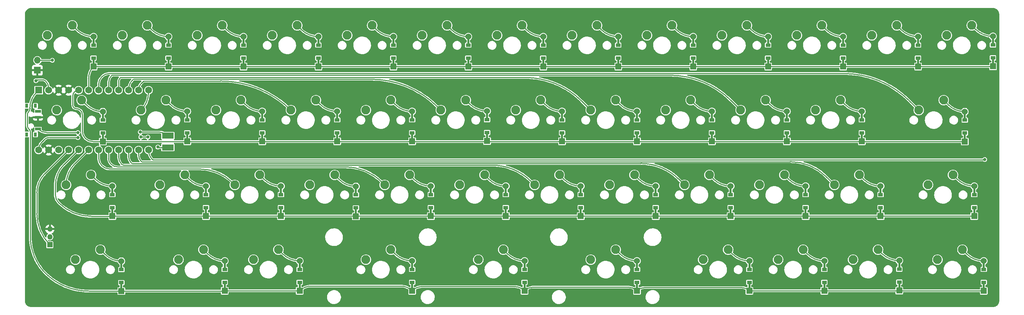
<source format=gbr>
%TF.GenerationSoftware,KiCad,Pcbnew,(6.0.7)*%
%TF.CreationDate,2022-12-22T17:21:42+01:00*%
%TF.ProjectId,Kestrel47,4b657374-7265-46c3-9437-2e6b69636164,rev?*%
%TF.SameCoordinates,Original*%
%TF.FileFunction,Copper,L2,Bot*%
%TF.FilePolarity,Positive*%
%FSLAX46Y46*%
G04 Gerber Fmt 4.6, Leading zero omitted, Abs format (unit mm)*
G04 Created by KiCad (PCBNEW (6.0.7)) date 2022-12-22 17:21:42*
%MOMM*%
%LPD*%
G01*
G04 APERTURE LIST*
%TA.AperFunction,SMDPad,CuDef*%
%ADD10R,0.800000X1.000000*%
%TD*%
%TA.AperFunction,SMDPad,CuDef*%
%ADD11R,1.500000X0.700000*%
%TD*%
%TA.AperFunction,ComponentPad*%
%ADD12C,2.250000*%
%TD*%
%TA.AperFunction,ComponentPad*%
%ADD13R,1.752600X1.752600*%
%TD*%
%TA.AperFunction,ComponentPad*%
%ADD14C,1.752600*%
%TD*%
%TA.AperFunction,ComponentPad*%
%ADD15R,1.350000X1.350000*%
%TD*%
%TA.AperFunction,ComponentPad*%
%ADD16O,1.350000X1.350000*%
%TD*%
%TA.AperFunction,SMDPad,CuDef*%
%ADD17R,3.000000X1.500000*%
%TD*%
%TA.AperFunction,SMDPad,CuDef*%
%ADD18R,1.200000X0.900000*%
%TD*%
%TA.AperFunction,ConnectorPad*%
%ADD19R,0.500000X1.524000*%
%TD*%
%TA.AperFunction,ComponentPad*%
%ADD20R,1.524000X1.524000*%
%TD*%
%TA.AperFunction,ComponentPad*%
%ADD21C,1.524000*%
%TD*%
%TA.AperFunction,ComponentPad*%
%ADD22R,1.700000X1.700000*%
%TD*%
%TA.AperFunction,ComponentPad*%
%ADD23O,1.700000X1.700000*%
%TD*%
%TA.AperFunction,ViaPad*%
%ADD24C,0.800000*%
%TD*%
%TA.AperFunction,Conductor*%
%ADD25C,0.250000*%
%TD*%
%TA.AperFunction,Conductor*%
%ADD26C,0.300000*%
%TD*%
G04 APERTURE END LIST*
D10*
%TO.P,SW2,7*%
%TO.N,N/C*%
X16362500Y-40800000D03*
%TO.P,SW2,6*%
X18562500Y-40800000D03*
%TO.P,SW2,5*%
X18562500Y-48100000D03*
%TO.P,SW2,4*%
X16362500Y-48100000D03*
D11*
%TO.P,SW2,3,C*%
%TO.N,unconnected-(SW2-Pad3)*%
X19212500Y-42200000D03*
%TO.P,SW2,2,B*%
%TO.N,GND*%
X19212500Y-43700000D03*
%TO.P,SW2,1,A*%
%TO.N,Net-(BT1-Pad2)*%
X19212500Y-46700000D03*
%TD*%
D12*
%TO.P,MX6,1,COL*%
%TO.N,COL1*%
X45402500Y-41910000D03*
%TO.P,MX6,2,ROW*%
%TO.N,Net-(D6-Pad2)*%
X51752500Y-39370000D03*
%TD*%
D13*
%TO.P,U1,1,TX0/PD3*%
%TO.N, ROW3*%
X19367500Y-36830000D03*
D14*
%TO.P,U1,2,RX1/PD2*%
%TO.N,RGB*%
X21907500Y-36830000D03*
%TO.P,U1,3,GND*%
%TO.N,GND*%
X24447500Y-36830000D03*
%TO.P,U1,4,GND*%
X26987500Y-36830000D03*
%TO.P,U1,5,2/PD1*%
%TO.N,ROW1*%
X29527500Y-36830000D03*
%TO.P,U1,6,3/PD0*%
%TO.N,ROW0*%
X32067500Y-36830000D03*
%TO.P,U1,7,4/PD4*%
%TO.N,COL11*%
X34607500Y-36830000D03*
%TO.P,U1,8,5/PC6*%
%TO.N,COL9*%
X37147500Y-36830000D03*
%TO.P,U1,9,6/PD7*%
%TO.N,COL7*%
X39687500Y-36830000D03*
%TO.P,U1,10,7/PE6*%
%TO.N,COL5*%
X42227500Y-36830000D03*
%TO.P,U1,11,8/PB4*%
%TO.N,COL3*%
X44767500Y-36830000D03*
%TO.P,U1,12,9/PB5*%
%TO.N,COL1*%
X47307500Y-36830000D03*
%TO.P,U1,13,10/PB6*%
%TO.N,COL12*%
X47307500Y-52070000D03*
%TO.P,U1,14,16/PB2*%
%TO.N,COL10*%
X44767500Y-52070000D03*
%TO.P,U1,15,14/PB3*%
%TO.N,COL8*%
X42227500Y-52070000D03*
%TO.P,U1,16,15/PB1*%
%TO.N,COL6*%
X39687500Y-52070000D03*
%TO.P,U1,17,A0/PF7*%
%TO.N,COL4*%
X37147500Y-52070000D03*
%TO.P,U1,18,A1/PF6*%
%TO.N,COL2*%
X34607500Y-52070000D03*
%TO.P,U1,19,A2/PF5*%
%TO.N,COL0*%
X32067500Y-52070000D03*
%TO.P,U1,20,A3/PF4*%
%TO.N,ROW2*%
X29527500Y-52070000D03*
%TO.P,U1,21,VCC*%
%TO.N,VCC*%
X26987500Y-52070000D03*
%TO.P,U1,22,RST*%
%TO.N,Net-(SW1-Pad2)*%
X24447500Y-52070000D03*
%TO.P,U1,23,GND*%
%TO.N,GND*%
X21907500Y-52070000D03*
%TO.P,U1,24,RAW*%
%TO.N,RAW*%
X19367500Y-52070000D03*
%TD*%
D15*
%TO.P,J1,1,Pin_1*%
%TO.N,VCC*%
X22225000Y-76200000D03*
D16*
%TO.P,J1,2,Pin_2*%
%TO.N,RGB*%
X22225000Y-74200000D03*
%TO.P,J1,3,Pin_3*%
%TO.N,GND*%
X22225000Y-72200000D03*
%TD*%
D17*
%TO.P,BT1,1,+*%
%TO.N,RAW*%
X52197000Y-51411000D03*
%TO.P,BT1,2,-*%
%TO.N,Net-(BT1-Pad2)*%
X52197000Y-48411000D03*
%TD*%
D18*
%TO.P,D29,1,K*%
%TO.N,ROW2*%
X176212500Y-66737500D03*
D19*
X176212500Y-67627500D03*
D20*
X176212500Y-68897500D03*
D18*
%TO.P,D29,2,A*%
%TO.N,Net-(D29-Pad2)*%
X176212500Y-63437500D03*
D21*
X176212500Y-61277500D03*
D19*
X176212500Y-62547500D03*
%TD*%
%TO.P,D7,1,K*%
%TO.N,ROW2*%
X61912500Y-67627500D03*
D20*
X61912500Y-68897500D03*
D18*
X61912500Y-66737500D03*
%TO.P,D7,2,A*%
%TO.N,Net-(D7-Pad2)*%
X61912500Y-63437500D03*
D21*
X61912500Y-61277500D03*
D19*
X61912500Y-62547500D03*
%TD*%
D12*
%TO.P,MX27,1,COL*%
%TO.N,COL7*%
X154940000Y-22860000D03*
%TO.P,MX27,2,ROW*%
%TO.N,Net-(D27-Pad2)*%
X161290000Y-20320000D03*
%TD*%
D19*
%TO.P,D43,1,K*%
%TO.N,ROW0*%
X242887500Y-29527500D03*
D20*
X242887500Y-30797500D03*
D18*
X242887500Y-28637500D03*
%TO.P,D43,2,A*%
%TO.N,Net-(D43-Pad2)*%
X242887500Y-25337500D03*
D21*
X242887500Y-23177500D03*
D19*
X242887500Y-24447500D03*
%TD*%
%TO.P,D47,1,K*%
%TO.N,ROW0*%
X261937500Y-29465000D03*
D20*
X261937500Y-30735000D03*
D18*
X261937500Y-28575000D03*
D21*
%TO.P,D47,2,A*%
%TO.N,Net-(D47-Pad2)*%
X261937500Y-23115000D03*
D19*
X261937500Y-24385000D03*
D18*
X261937500Y-25275000D03*
%TD*%
D12*
%TO.P,MX45,1,COL*%
%TO.N,COL11*%
X245427500Y-60960000D03*
%TO.P,MX45,2,ROW*%
%TO.N,Net-(D45-Pad2)*%
X251777500Y-58420000D03*
%TD*%
D19*
%TO.P,D17,1,K*%
%TO.N,ROW0*%
X109537500Y-29527500D03*
D18*
X109537500Y-28637500D03*
D20*
X109537500Y-30797500D03*
D19*
%TO.P,D17,2,A*%
%TO.N,Net-(D17-Pad2)*%
X109537500Y-24447500D03*
D21*
X109537500Y-23177500D03*
D18*
X109537500Y-25337500D03*
%TD*%
D12*
%TO.P,MX32,1,COL*%
%TO.N,COL8*%
X178752500Y-41910000D03*
%TO.P,MX32,2,ROW*%
%TO.N,Net-(D32-Pad2)*%
X185102500Y-39370000D03*
%TD*%
D18*
%TO.P,D38,1,K*%
%TO.N, ROW3*%
X219075000Y-85787500D03*
D19*
X219075000Y-86677500D03*
D20*
X219075000Y-87947500D03*
D21*
%TO.P,D38,2,A*%
%TO.N,Net-(D38-Pad2)*%
X219075000Y-80327500D03*
D19*
X219075000Y-81597500D03*
D18*
X219075000Y-82487500D03*
%TD*%
D20*
%TO.P,D2,1,K*%
%TO.N,ROW1*%
X35687000Y-49911000D03*
D18*
X35687000Y-47751000D03*
D19*
X35687000Y-48641000D03*
D18*
%TO.P,D2,2,A*%
%TO.N,Net-(D2-Pad2)*%
X35687000Y-44451000D03*
D19*
X35687000Y-43561000D03*
D21*
X35687000Y-42291000D03*
%TD*%
D12*
%TO.P,MX37,1,COL*%
%TO.N,COL9*%
X202565000Y-60960000D03*
%TO.P,MX37,2,ROW*%
%TO.N,Net-(D37-Pad2)*%
X208915000Y-58420000D03*
%TD*%
D18*
%TO.P,D18,1,K*%
%TO.N,ROW1*%
X114300000Y-47687500D03*
D19*
X114300000Y-48577500D03*
D20*
X114300000Y-49847500D03*
D19*
%TO.P,D18,2,A*%
%TO.N,Net-(D18-Pad2)*%
X114300000Y-43497500D03*
D21*
X114300000Y-42227500D03*
D18*
X114300000Y-44387500D03*
%TD*%
D12*
%TO.P,MX13,1,COL*%
%TO.N,COL3*%
X78740000Y-22860000D03*
%TO.P,MX13,2,ROW*%
%TO.N,Net-(D13-Pad2)*%
X85090000Y-20320000D03*
%TD*%
D19*
%TO.P,D46,1,K*%
%TO.N, ROW3*%
X259588000Y-86677500D03*
D20*
X259588000Y-87947500D03*
D18*
X259588000Y-85787500D03*
D19*
%TO.P,D46,2,A*%
%TO.N,Net-(D46-Pad2)*%
X259588000Y-81597500D03*
D21*
X259588000Y-80327500D03*
D18*
X259588000Y-82487500D03*
%TD*%
D12*
%TO.P,MX10,1,COL*%
%TO.N,COL2*%
X64452500Y-41910000D03*
%TO.P,MX10,2,ROW*%
%TO.N,Net-(D10-Pad2)*%
X70802500Y-39370000D03*
%TD*%
D19*
%TO.P,D31,1,K*%
%TO.N,ROW0*%
X185737500Y-29527500D03*
D20*
X185737500Y-30797500D03*
D18*
X185737500Y-28637500D03*
%TO.P,D31,2,A*%
%TO.N,Net-(D31-Pad2)*%
X185737500Y-25337500D03*
D21*
X185737500Y-23177500D03*
D19*
X185737500Y-24447500D03*
%TD*%
D12*
%TO.P,MX23,1,COL*%
%TO.N,COL5*%
X131127500Y-80010000D03*
%TO.P,MX23,2,ROW*%
%TO.N,Net-(D23-Pad2)*%
X137477500Y-77470000D03*
%TD*%
%TO.P,MX33,1,COL*%
%TO.N,COL8*%
X183515000Y-60960000D03*
%TO.P,MX33,2,ROW*%
%TO.N,Net-(D33-Pad2)*%
X189865000Y-58420000D03*
%TD*%
D19*
%TO.P,D8,1,K*%
%TO.N, ROW3*%
X66675000Y-86677500D03*
D20*
X66675000Y-87947500D03*
D18*
X66675000Y-85787500D03*
D19*
%TO.P,D8,2,A*%
%TO.N,Net-(D8-Pad2)*%
X66675000Y-81597500D03*
D18*
X66675000Y-82487500D03*
D21*
X66675000Y-80327500D03*
%TD*%
D12*
%TO.P,MX22,1,COL*%
%TO.N,COL5*%
X126365000Y-60960000D03*
%TO.P,MX22,2,ROW*%
%TO.N,Net-(D22-Pad2)*%
X132715000Y-58420000D03*
%TD*%
D20*
%TO.P,D22,1,K*%
%TO.N,ROW2*%
X138112500Y-68897500D03*
D18*
X138112500Y-66737500D03*
D19*
X138112500Y-67627500D03*
D21*
%TO.P,D22,2,A*%
%TO.N,Net-(D22-Pad2)*%
X138112500Y-61277500D03*
D19*
X138112500Y-62547500D03*
D18*
X138112500Y-63437500D03*
%TD*%
D20*
%TO.P,D37,1,K*%
%TO.N,ROW2*%
X214312500Y-68897500D03*
D18*
X214312500Y-66737500D03*
D19*
X214312500Y-67627500D03*
D21*
%TO.P,D37,2,A*%
%TO.N,Net-(D37-Pad2)*%
X214312500Y-61277500D03*
D18*
X214312500Y-63437500D03*
D19*
X214312500Y-62547500D03*
%TD*%
D12*
%TO.P,MX17,1,COL*%
%TO.N,COL4*%
X97790000Y-22860000D03*
%TO.P,MX17,2,ROW*%
%TO.N,Net-(D17-Pad2)*%
X104140000Y-20320000D03*
%TD*%
D19*
%TO.P,D16,1,K*%
%TO.N, ROW3*%
X114300000Y-86677500D03*
D20*
X114300000Y-87947500D03*
D18*
X114300000Y-85787500D03*
D19*
%TO.P,D16,2,A*%
%TO.N,Net-(D16-Pad2)*%
X114300000Y-81597500D03*
D21*
X114300000Y-80327500D03*
D18*
X114300000Y-82487500D03*
%TD*%
D12*
%TO.P,MX24,1,COL*%
%TO.N,COL6*%
X135890000Y-22860000D03*
%TO.P,MX24,2,ROW*%
%TO.N,Net-(D24-Pad2)*%
X142240000Y-20320000D03*
%TD*%
%TO.P,MX40,1,COL*%
%TO.N,COL10*%
X216852500Y-41910000D03*
%TO.P,MX40,2,ROW*%
%TO.N,Net-(D40-Pad2)*%
X223202500Y-39370000D03*
%TD*%
D18*
%TO.P,D15,1,K*%
%TO.N,ROW2*%
X100012500Y-66800000D03*
D19*
X100012500Y-67690000D03*
D20*
X100012500Y-68960000D03*
D21*
%TO.P,D15,2,A*%
%TO.N,Net-(D15-Pad2)*%
X100012500Y-61340000D03*
D19*
X100012500Y-62610000D03*
D18*
X100012500Y-63500000D03*
%TD*%
D12*
%TO.P,MX20,1,COL*%
%TO.N,COL5*%
X116840000Y-22860000D03*
%TO.P,MX20,2,ROW*%
%TO.N,Net-(D20-Pad2)*%
X123190000Y-20320000D03*
%TD*%
D19*
%TO.P,D6,2,A*%
%TO.N,Net-(D6-Pad2)*%
X57150000Y-43497500D03*
D21*
X57150000Y-42227500D03*
D18*
X57150000Y-44387500D03*
D20*
%TO.P,D6,1,K*%
%TO.N,ROW1*%
X57150000Y-49847500D03*
D18*
X57150000Y-47687500D03*
D19*
X57150000Y-48577500D03*
%TD*%
D12*
%TO.P,MX16,1,COL*%
%TO.N,COL3*%
X102552500Y-80010000D03*
%TO.P,MX16,2,ROW*%
%TO.N,Net-(D16-Pad2)*%
X108902500Y-77470000D03*
%TD*%
%TO.P,MX2,1,COL*%
%TO.N,COL0*%
X23962544Y-41911161D03*
%TO.P,MX2,2,ROW*%
%TO.N,Net-(D2-Pad2)*%
X30312544Y-39371161D03*
%TD*%
%TO.P,MX36,1,COL*%
%TO.N,COL9*%
X197802500Y-41910000D03*
%TO.P,MX36,2,ROW*%
%TO.N,Net-(D36-Pad2)*%
X204152500Y-39370000D03*
%TD*%
D19*
%TO.P,D24,1,K*%
%TO.N,ROW0*%
X147637500Y-29527500D03*
D20*
X147637500Y-30797500D03*
D18*
X147637500Y-28637500D03*
D21*
%TO.P,D24,2,A*%
%TO.N,Net-(D24-Pad2)*%
X147637500Y-23177500D03*
D18*
X147637500Y-25337500D03*
D19*
X147637500Y-24447500D03*
%TD*%
D12*
%TO.P,MX38,1,COL*%
%TO.N,COL9*%
X207327500Y-80010000D03*
%TO.P,MX38,2,ROW*%
%TO.N,Net-(D38-Pad2)*%
X213677500Y-77470000D03*
%TD*%
D18*
%TO.P,D19,1,K*%
%TO.N,ROW2*%
X119062500Y-66737500D03*
D19*
X119062500Y-67627500D03*
D20*
X119062500Y-68897500D03*
D19*
%TO.P,D19,2,A*%
%TO.N,Net-(D19-Pad2)*%
X119062500Y-62547500D03*
D21*
X119062500Y-61277500D03*
D18*
X119062500Y-63437500D03*
%TD*%
D12*
%TO.P,MX8,1,COL*%
%TO.N,COL1*%
X54927500Y-80010000D03*
%TO.P,MX8,2,ROW*%
%TO.N,Net-(D8-Pad2)*%
X61277500Y-77470000D03*
%TD*%
%TO.P,MX3,1,COL*%
%TO.N,COL0*%
X26352500Y-60960000D03*
%TO.P,MX3,2,ROW*%
%TO.N,Net-(D3-Pad2)*%
X32702500Y-58420000D03*
%TD*%
D20*
%TO.P,D9,1,K*%
%TO.N,ROW0*%
X71437500Y-30797500D03*
D18*
X71437500Y-28637500D03*
D19*
X71437500Y-29527500D03*
D18*
%TO.P,D9,2,A*%
%TO.N,Net-(D9-Pad2)*%
X71437500Y-25337500D03*
D21*
X71437500Y-23177500D03*
D19*
X71437500Y-24447500D03*
%TD*%
D20*
%TO.P,D1,1,K*%
%TO.N,ROW0*%
X33337500Y-30797500D03*
D18*
X33337500Y-28637500D03*
D19*
X33337500Y-29527500D03*
D18*
%TO.P,D1,2,A*%
%TO.N,Net-(D1-Pad2)*%
X33337500Y-25337500D03*
D19*
X33337500Y-24447500D03*
D21*
X33337500Y-23177500D03*
%TD*%
D19*
%TO.P,D32,1,K*%
%TO.N,ROW1*%
X190500000Y-48577500D03*
D20*
X190500000Y-49847500D03*
D18*
X190500000Y-47687500D03*
D19*
%TO.P,D32,2,A*%
%TO.N,Net-(D32-Pad2)*%
X190500000Y-43497500D03*
D21*
X190500000Y-42227500D03*
D18*
X190500000Y-44387500D03*
%TD*%
D12*
%TO.P,MX1,1,COL*%
%TO.N,COL0*%
X21590000Y-22860000D03*
%TO.P,MX1,2,ROW*%
%TO.N,Net-(D1-Pad2)*%
X27940000Y-20320000D03*
%TD*%
%TO.P,MX34,1,COL*%
%TO.N,COL8*%
X188277500Y-80010000D03*
%TO.P,MX34,2,ROW*%
%TO.N,Net-(D34-Pad2)*%
X194627500Y-77470000D03*
%TD*%
%TO.P,MX28,1,COL*%
%TO.N,COL7*%
X159702500Y-41910000D03*
%TO.P,MX28,2,ROW*%
%TO.N,Net-(D28-Pad2)*%
X166052500Y-39370000D03*
%TD*%
%TO.P,MX26,1,COL*%
%TO.N,COL6*%
X145415000Y-60960000D03*
%TO.P,MX26,2,ROW*%
%TO.N,Net-(D26-Pad2)*%
X151765000Y-58420000D03*
%TD*%
D20*
%TO.P,D3,1,K*%
%TO.N,ROW2*%
X38100000Y-68897500D03*
D19*
X38100000Y-67627500D03*
D18*
X38100000Y-66737500D03*
%TO.P,D3,2,A*%
%TO.N,Net-(D3-Pad2)*%
X38100000Y-63437500D03*
D21*
X38100000Y-61277500D03*
D19*
X38100000Y-62547500D03*
%TD*%
D12*
%TO.P,MX4,1,COL*%
%TO.N,COL0*%
X28727923Y-80010000D03*
%TO.P,MX4,2,ROW*%
%TO.N,Net-(D4-Pad2)*%
X35077923Y-77470000D03*
%TD*%
%TO.P,MX46,1,COL*%
%TO.N,COL11*%
X247824806Y-80010000D03*
%TO.P,MX46,2,ROW*%
%TO.N,Net-(D46-Pad2)*%
X254174806Y-77470000D03*
%TD*%
%TO.P,MX18,1,COL*%
%TO.N,COL4*%
X102552500Y-41910000D03*
%TO.P,MX18,2,ROW*%
%TO.N,Net-(D18-Pad2)*%
X108902500Y-39370000D03*
%TD*%
D20*
%TO.P,D42,1,K*%
%TO.N, ROW3*%
X238125000Y-87885000D03*
D19*
X238125000Y-86615000D03*
D18*
X238125000Y-85725000D03*
D19*
%TO.P,D42,2,A*%
%TO.N,Net-(D42-Pad2)*%
X238125000Y-81535000D03*
D21*
X238125000Y-80265000D03*
D18*
X238125000Y-82425000D03*
%TD*%
D12*
%TO.P,MX15,1,COL*%
%TO.N,COL3*%
X88265000Y-60960000D03*
%TO.P,MX15,2,ROW*%
%TO.N,Net-(D15-Pad2)*%
X94615000Y-58420000D03*
%TD*%
D18*
%TO.P,D21,1,K*%
%TO.N,ROW1*%
X133350000Y-47625000D03*
D20*
X133350000Y-49785000D03*
D19*
X133350000Y-48515000D03*
D21*
%TO.P,D21,2,A*%
%TO.N,Net-(D21-Pad2)*%
X133350000Y-42165000D03*
D19*
X133350000Y-43435000D03*
D18*
X133350000Y-44325000D03*
%TD*%
D20*
%TO.P,D28,1,K*%
%TO.N,ROW1*%
X171450000Y-49847500D03*
D19*
X171450000Y-48577500D03*
D18*
X171450000Y-47687500D03*
D19*
%TO.P,D28,2,A*%
%TO.N,Net-(D28-Pad2)*%
X171450000Y-43497500D03*
D18*
X171450000Y-44387500D03*
D21*
X171450000Y-42227500D03*
%TD*%
D12*
%TO.P,MX29,1,COL*%
%TO.N,COL7*%
X164465000Y-60960000D03*
%TO.P,MX29,2,ROW*%
%TO.N,Net-(D29-Pad2)*%
X170815000Y-58420000D03*
%TD*%
D18*
%TO.P,D40,1,K*%
%TO.N,ROW1*%
X228600000Y-47687500D03*
D19*
X228600000Y-48577500D03*
D20*
X228600000Y-49847500D03*
D21*
%TO.P,D40,2,A*%
%TO.N,Net-(D40-Pad2)*%
X228600000Y-42227500D03*
D19*
X228600000Y-43497500D03*
D18*
X228600000Y-44387500D03*
%TD*%
D12*
%TO.P,MX25,1,COL*%
%TO.N,COL6*%
X140652500Y-41910000D03*
%TO.P,MX25,2,ROW*%
%TO.N,Net-(D25-Pad2)*%
X147002500Y-39370000D03*
%TD*%
%TO.P,MX39,1,COL*%
%TO.N,COL10*%
X212090000Y-22860000D03*
%TO.P,MX39,2,ROW*%
%TO.N,Net-(D39-Pad2)*%
X218440000Y-20320000D03*
%TD*%
D18*
%TO.P,D45,1,K*%
%TO.N,ROW2*%
X257175000Y-66737500D03*
D20*
X257175000Y-68897500D03*
D19*
X257175000Y-67627500D03*
D21*
%TO.P,D45,2,A*%
%TO.N,Net-(D45-Pad2)*%
X257175000Y-61277500D03*
D18*
X257175000Y-63437500D03*
D19*
X257175000Y-62547500D03*
%TD*%
%TO.P,D4,1,K*%
%TO.N, ROW3*%
X40386000Y-86741000D03*
D18*
X40386000Y-85851000D03*
D20*
X40386000Y-88011000D03*
D18*
%TO.P,D4,2,A*%
%TO.N,Net-(D4-Pad2)*%
X40386000Y-82551000D03*
D21*
X40386000Y-80391000D03*
D19*
X40386000Y-81661000D03*
%TD*%
D12*
%TO.P,MX5,1,COL*%
%TO.N,COL1*%
X40640000Y-22860000D03*
%TO.P,MX5,2,ROW*%
%TO.N,Net-(D5-Pad2)*%
X46990000Y-20320000D03*
%TD*%
D18*
%TO.P,D34,1,K*%
%TO.N, ROW3*%
X200025000Y-85787500D03*
D20*
X200025000Y-87947500D03*
D19*
X200025000Y-86677500D03*
%TO.P,D34,2,A*%
%TO.N,Net-(D34-Pad2)*%
X200025000Y-81597500D03*
D18*
X200025000Y-82487500D03*
D21*
X200025000Y-80327500D03*
%TD*%
D12*
%TO.P,MX44,1,COL*%
%TO.N,COL11*%
X243062306Y-41910000D03*
%TO.P,MX44,2,ROW*%
%TO.N,Net-(D44-Pad2)*%
X249412306Y-39370000D03*
%TD*%
%TO.P,MX12,1,COL*%
%TO.N,COL2*%
X73977500Y-80010000D03*
%TO.P,MX12,2,ROW*%
%TO.N,Net-(D12-Pad2)*%
X80327500Y-77470000D03*
%TD*%
D19*
%TO.P,D14,1,K*%
%TO.N,ROW1*%
X95250000Y-48577500D03*
D18*
X95250000Y-47687500D03*
D20*
X95250000Y-49847500D03*
D18*
%TO.P,D14,2,A*%
%TO.N,Net-(D14-Pad2)*%
X95250000Y-44387500D03*
D19*
X95250000Y-43497500D03*
D21*
X95250000Y-42227500D03*
%TD*%
D20*
%TO.P,D10,1,K*%
%TO.N,ROW1*%
X76200000Y-49847500D03*
D19*
X76200000Y-48577500D03*
D18*
X76200000Y-47687500D03*
D19*
%TO.P,D10,2,A*%
%TO.N,Net-(D10-Pad2)*%
X76200000Y-43497500D03*
D21*
X76200000Y-42227500D03*
D18*
X76200000Y-44387500D03*
%TD*%
D20*
%TO.P,D26,1,K*%
%TO.N,ROW2*%
X157162500Y-68897500D03*
D19*
X157162500Y-67627500D03*
D18*
X157162500Y-66737500D03*
%TO.P,D26,2,A*%
%TO.N,Net-(D26-Pad2)*%
X157162500Y-63437500D03*
D21*
X157162500Y-61277500D03*
D19*
X157162500Y-62547500D03*
%TD*%
D20*
%TO.P,D5,1,K*%
%TO.N,ROW0*%
X52387500Y-30797500D03*
D18*
X52387500Y-28637500D03*
D19*
X52387500Y-29527500D03*
D18*
%TO.P,D5,2,A*%
%TO.N,Net-(D5-Pad2)*%
X52387500Y-25337500D03*
D19*
X52387500Y-24447500D03*
D21*
X52387500Y-23177500D03*
%TD*%
D20*
%TO.P,D25,1,K*%
%TO.N,ROW1*%
X152400000Y-49847500D03*
D19*
X152400000Y-48577500D03*
D18*
X152400000Y-47687500D03*
D19*
%TO.P,D25,2,A*%
%TO.N,Net-(D25-Pad2)*%
X152400000Y-43497500D03*
D18*
X152400000Y-44387500D03*
D21*
X152400000Y-42227500D03*
%TD*%
D12*
%TO.P,MX31,1,COL*%
%TO.N,COL8*%
X173990000Y-22860000D03*
%TO.P,MX31,2,ROW*%
%TO.N,Net-(D31-Pad2)*%
X180340000Y-20320000D03*
%TD*%
%TO.P,MX19,1,COL*%
%TO.N,COL4*%
X107315000Y-60960000D03*
%TO.P,MX19,2,ROW*%
%TO.N,Net-(D19-Pad2)*%
X113665000Y-58420000D03*
%TD*%
%TO.P,MX7,1,COL*%
%TO.N,COL1*%
X50165000Y-60960000D03*
%TO.P,MX7,2,ROW*%
%TO.N,Net-(D7-Pad2)*%
X56515000Y-58420000D03*
%TD*%
D19*
%TO.P,D33,1,K*%
%TO.N,ROW2*%
X195262500Y-67627500D03*
D18*
X195262500Y-66737500D03*
D20*
X195262500Y-68897500D03*
D18*
%TO.P,D33,2,A*%
%TO.N,Net-(D33-Pad2)*%
X195262500Y-63437500D03*
D21*
X195262500Y-61277500D03*
D19*
X195262500Y-62547500D03*
%TD*%
%TO.P,D35,1,K*%
%TO.N,ROW0*%
X204787500Y-29527500D03*
D18*
X204787500Y-28637500D03*
D20*
X204787500Y-30797500D03*
D19*
%TO.P,D35,2,A*%
%TO.N,Net-(D35-Pad2)*%
X204787500Y-24447500D03*
D18*
X204787500Y-25337500D03*
D21*
X204787500Y-23177500D03*
%TD*%
D18*
%TO.P,D20,1,K*%
%TO.N,ROW0*%
X128587500Y-28637500D03*
D20*
X128587500Y-30797500D03*
D19*
X128587500Y-29527500D03*
D18*
%TO.P,D20,2,A*%
%TO.N,Net-(D20-Pad2)*%
X128587500Y-25337500D03*
D19*
X128587500Y-24447500D03*
D21*
X128587500Y-23177500D03*
%TD*%
D19*
%TO.P,D23,1,K*%
%TO.N, ROW3*%
X142875000Y-86677500D03*
D18*
X142875000Y-85787500D03*
D20*
X142875000Y-87947500D03*
D21*
%TO.P,D23,2,A*%
%TO.N,Net-(D23-Pad2)*%
X142875000Y-80327500D03*
D18*
X142875000Y-82487500D03*
D19*
X142875000Y-81597500D03*
%TD*%
D12*
%TO.P,MX42,1,COL*%
%TO.N,COL10*%
X226377500Y-80010000D03*
%TO.P,MX42,2,ROW*%
%TO.N,Net-(D42-Pad2)*%
X232727500Y-77470000D03*
%TD*%
%TO.P,MX11,1,COL*%
%TO.N,COL2*%
X69215000Y-60960000D03*
%TO.P,MX11,2,ROW*%
%TO.N,Net-(D11-Pad2)*%
X75565000Y-58420000D03*
%TD*%
D19*
%TO.P,D27,1,K*%
%TO.N,ROW0*%
X166687500Y-29527500D03*
D18*
X166687500Y-28637500D03*
D20*
X166687500Y-30797500D03*
D18*
%TO.P,D27,2,A*%
%TO.N,Net-(D27-Pad2)*%
X166687500Y-25337500D03*
D19*
X166687500Y-24447500D03*
D21*
X166687500Y-23177500D03*
%TD*%
D20*
%TO.P,D12,1,K*%
%TO.N, ROW3*%
X85725000Y-87947500D03*
D18*
X85725000Y-85787500D03*
D19*
X85725000Y-86677500D03*
D21*
%TO.P,D12,2,A*%
%TO.N,Net-(D12-Pad2)*%
X85725000Y-80327500D03*
D18*
X85725000Y-82487500D03*
D19*
X85725000Y-81597500D03*
%TD*%
D12*
%TO.P,MX47,1,COL*%
%TO.N,COL12*%
X250190000Y-22860000D03*
%TO.P,MX47,2,ROW*%
%TO.N,Net-(D47-Pad2)*%
X256540000Y-20320000D03*
%TD*%
%TO.P,MX43,1,COL*%
%TO.N,COL11*%
X231140000Y-22860000D03*
%TO.P,MX43,2,ROW*%
%TO.N,Net-(D43-Pad2)*%
X237490000Y-20320000D03*
%TD*%
%TO.P,MX14,1,COL*%
%TO.N,COL3*%
X83502500Y-41910000D03*
%TO.P,MX14,2,ROW*%
%TO.N,Net-(D14-Pad2)*%
X89852500Y-39370000D03*
%TD*%
D20*
%TO.P,D41,1,K*%
%TO.N,ROW2*%
X233362500Y-68897500D03*
D19*
X233362500Y-67627500D03*
D18*
X233362500Y-66737500D03*
D19*
%TO.P,D41,2,A*%
%TO.N,Net-(D41-Pad2)*%
X233362500Y-62547500D03*
D21*
X233362500Y-61277500D03*
D18*
X233362500Y-63437500D03*
%TD*%
D19*
%TO.P,D44,1,K*%
%TO.N,ROW1*%
X254762000Y-48641000D03*
D18*
X254762000Y-47751000D03*
D20*
X254762000Y-49911000D03*
D18*
%TO.P,D44,2,A*%
%TO.N,Net-(D44-Pad2)*%
X254762000Y-44451000D03*
D19*
X254762000Y-43561000D03*
D21*
X254762000Y-42291000D03*
%TD*%
D20*
%TO.P,D39,1,K*%
%TO.N,ROW0*%
X223837500Y-30797500D03*
D18*
X223837500Y-28637500D03*
D19*
X223837500Y-29527500D03*
D21*
%TO.P,D39,2,A*%
%TO.N,Net-(D39-Pad2)*%
X223837500Y-23177500D03*
D19*
X223837500Y-24447500D03*
D18*
X223837500Y-25337500D03*
%TD*%
%TO.P,D30,1,K*%
%TO.N, ROW3*%
X171450000Y-85787500D03*
D19*
X171450000Y-86677500D03*
D20*
X171450000Y-87947500D03*
D19*
%TO.P,D30,2,A*%
%TO.N,Net-(D30-Pad2)*%
X171450000Y-81597500D03*
D21*
X171450000Y-80327500D03*
D18*
X171450000Y-82487500D03*
%TD*%
D12*
%TO.P,MX9,1,COL*%
%TO.N,COL2*%
X59690000Y-22860000D03*
%TO.P,MX9,2,ROW*%
%TO.N,Net-(D9-Pad2)*%
X66040000Y-20320000D03*
%TD*%
D18*
%TO.P,D36,1,K*%
%TO.N,ROW1*%
X209550000Y-47687500D03*
D20*
X209550000Y-49847500D03*
D19*
X209550000Y-48577500D03*
%TO.P,D36,2,A*%
%TO.N,Net-(D36-Pad2)*%
X209550000Y-43497500D03*
D18*
X209550000Y-44387500D03*
D21*
X209550000Y-42227500D03*
%TD*%
D20*
%TO.P,D13,1,K*%
%TO.N,ROW0*%
X90487500Y-30797500D03*
D18*
X90487500Y-28637500D03*
D19*
X90487500Y-29527500D03*
%TO.P,D13,2,A*%
%TO.N,Net-(D13-Pad2)*%
X90487500Y-24447500D03*
D21*
X90487500Y-23177500D03*
D18*
X90487500Y-25337500D03*
%TD*%
D12*
%TO.P,MX30,1,COL*%
%TO.N,COL7*%
X159702500Y-80010000D03*
%TO.P,MX30,2,ROW*%
%TO.N,Net-(D30-Pad2)*%
X166052500Y-77470000D03*
%TD*%
%TO.P,MX35,1,COL*%
%TO.N,COL9*%
X193040000Y-22860000D03*
%TO.P,MX35,2,ROW*%
%TO.N,Net-(D35-Pad2)*%
X199390000Y-20320000D03*
%TD*%
%TO.P,MX21,1,COL*%
%TO.N,COL5*%
X121602500Y-41910000D03*
%TO.P,MX21,2,ROW*%
%TO.N,Net-(D21-Pad2)*%
X127952500Y-39370000D03*
%TD*%
D20*
%TO.P,D11,1,K*%
%TO.N,ROW2*%
X80962500Y-68897500D03*
D18*
X80962500Y-66737500D03*
D19*
X80962500Y-67627500D03*
D18*
%TO.P,D11,2,A*%
%TO.N,Net-(D11-Pad2)*%
X80962500Y-63437500D03*
D21*
X80962500Y-61277500D03*
D19*
X80962500Y-62547500D03*
%TD*%
D12*
%TO.P,MX41,1,COL*%
%TO.N,COL10*%
X221615000Y-60960000D03*
%TO.P,MX41,2,ROW*%
%TO.N,Net-(D41-Pad2)*%
X227965000Y-58420000D03*
%TD*%
D22*
%TO.P,SW1,1,1*%
%TO.N,GND*%
X19050000Y-31750000D03*
D23*
%TO.P,SW1,2,2*%
%TO.N,Net-(SW1-Pad2)*%
X19050000Y-29210000D03*
%TD*%
D24*
%TO.N,RAW*%
X45339000Y-48768000D03*
X49657000Y-51308000D03*
X47117000Y-48768000D03*
%TO.N,Net-(BT1-Pad2)*%
X45212000Y-47498000D03*
%TO.N,RAW*%
X29337000Y-48895000D03*
%TO.N,Net-(BT1-Pad2)*%
X29337000Y-47625000D03*
%TO.N,RGB*%
X18669000Y-34417000D03*
%TO.N,GND*%
X22860000Y-31750000D03*
%TO.N,Net-(SW1-Pad2)*%
X22860000Y-29210000D03*
%TO.N,COL12*%
X259842000Y-54483000D03*
%TO.N,GND*%
X22098000Y-39116000D03*
X21082000Y-44323000D03*
%TD*%
D25*
%TO.N, ROW3*%
X17272000Y-47476210D02*
X17272000Y-74240847D01*
X16869210Y-46714210D02*
X17018000Y-46863000D01*
X16510000Y-43031210D02*
X16510000Y-45847000D01*
X17145000Y-41402000D02*
X17145000Y-41498185D01*
X19367500Y-36830000D02*
X18806348Y-37391152D01*
X21082002Y-83438998D02*
G75*
G02*
X17272000Y-74240847I9198158J9198158D01*
G01*
X16869214Y-46714206D02*
G75*
G02*
X16510000Y-45847000I867186J867206D01*
G01*
X17271995Y-47476210D02*
G75*
G03*
X17017999Y-46863001I-867195J10D01*
G01*
X16510005Y-43031210D02*
G75*
G02*
X16764001Y-42418001I867195J10D01*
G01*
X16764005Y-42418005D02*
G75*
G03*
X17145000Y-41498185I-919805J919805D01*
G01*
X17145002Y-41402000D02*
G75*
G02*
X18806348Y-37391152I5672198J0D01*
G01*
%TO.N,RAW*%
X47117000Y-48768000D02*
X45339000Y-48768000D01*
X49657011Y-51307989D02*
G75*
G03*
X49905663Y-51411000I248689J248689D01*
G01*
X52197000Y-51411000D02*
X49905663Y-51411000D01*
%TO.N,Net-(BT1-Pad2)*%
X45212000Y-47498000D02*
X49992824Y-47498000D01*
X52196993Y-48411007D02*
G75*
G03*
X49992824Y-47498000I-2204193J-2204193D01*
G01*
%TO.N,ROW1*%
X35687000Y-49911000D02*
X254762000Y-49911000D01*
%TO.N,RAW*%
X22054420Y-48895000D02*
X29337000Y-48895000D01*
X22054420Y-48895009D02*
G75*
G03*
X20828000Y-49403000I-20J-1734391D01*
G01*
X20220624Y-50010375D02*
X20828000Y-49403000D01*
X20220614Y-50010365D02*
G75*
G03*
X19367500Y-52070000I2059686J-2059635D01*
G01*
%TO.N,Net-(BT1-Pad2)*%
X21445647Y-47625000D02*
X29337000Y-47625000D01*
X21445647Y-47625001D02*
G75*
G02*
X19212500Y-46700000I3J3158151D01*
G01*
%TO.N,RGB*%
X20289185Y-34163000D02*
X19282210Y-34163000D01*
X21907500Y-36830000D02*
X21907500Y-36230328D01*
X18668997Y-34416997D02*
G75*
G02*
X19282210Y-34163000I613203J-613203D01*
G01*
X20289185Y-34163007D02*
G75*
G02*
X21209000Y-34544000I15J-1300793D01*
G01*
X21208999Y-34544001D02*
G75*
G02*
X21907500Y-36230328I-1686329J-1686329D01*
G01*
%TO.N,ROW0*%
X32067500Y-33863551D02*
X32067500Y-36830000D01*
X32067522Y-33863551D02*
G75*
G02*
X33337501Y-30797501I4335978J51D01*
G01*
%TO.N,VCC*%
X18923000Y-68228267D02*
X18923000Y-62963280D01*
X20923250Y-58134250D02*
X26987500Y-52070000D01*
X20923250Y-58134250D02*
G75*
G03*
X18923000Y-62963280I4829030J-4829030D01*
G01*
X18922999Y-68228267D02*
G75*
G03*
X22225000Y-76200000I11273721J-3D01*
G01*
%TO.N,GND*%
X19050000Y-31750000D02*
X22860000Y-31750000D01*
%TO.N,COL11*%
X34607500Y-35401711D02*
X34607500Y-35877500D01*
X34607500Y-35401711D02*
G75*
G02*
X37439211Y-32570000I2831700J11D01*
G01*
X34607500Y-35393933D02*
X34607500Y-35877500D01*
X34607500Y-35877500D02*
X34607500Y-36830000D01*
%TO.N,GND*%
X19474500Y-43688000D02*
X21082000Y-43688000D01*
X19474500Y-43688000D02*
G75*
G03*
X19462500Y-43700000I0J-12000D01*
G01*
X19212500Y-43700000D02*
X19462500Y-43700000D01*
X21082000Y-43688000D02*
X21082000Y-41568840D01*
X21082000Y-44323000D02*
X21082000Y-43688000D01*
%TO.N,ROW1*%
X29527500Y-36830000D02*
G75*
G03*
X28035250Y-38322250I0J-1492250D01*
G01*
X28035250Y-40608250D02*
X28035250Y-38322250D01*
X30480000Y-47244000D02*
X30480000Y-43053000D01*
X35687000Y-49911000D02*
X33147000Y-49911000D01*
X28035300Y-40608250D02*
G75*
G03*
X28956000Y-41529000I920700J-50D01*
G01*
X28956000Y-41529000D02*
G75*
G02*
X30480000Y-43053000I0J-1524000D01*
G01*
X30480000Y-47244000D02*
G75*
G03*
X33147000Y-49911000I2667000J0D01*
G01*
%TO.N,Net-(SW1-Pad2)*%
X22860000Y-29210000D02*
X19050000Y-29210000D01*
D26*
%TO.N,GND*%
X22323030Y-72275012D02*
G75*
G03*
X22352000Y-72263000I-30J41012D01*
G01*
D25*
%TO.N,ROW0*%
X33337500Y-30797500D02*
X261786612Y-30797500D01*
X261937497Y-30734997D02*
G75*
G02*
X261786612Y-30797500I-150897J150897D01*
G01*
%TO.N,Net-(D1-Pad2)*%
X27940000Y-20320000D02*
X29001449Y-21381449D01*
X33337500Y-23177500D02*
G75*
G02*
X29001450Y-21381448I0J6132100D01*
G01*
%TO.N,Net-(D2-Pad2)*%
X30312544Y-39371161D02*
X31496706Y-40555323D01*
X35687000Y-42290991D02*
G75*
G02*
X31496706Y-40555323I0J5925991D01*
G01*
%TO.N,ROW2*%
X38100000Y-68897500D02*
X257175000Y-68897500D01*
X23622000Y-63449589D02*
X23622000Y-61087000D01*
X37946698Y-68961000D02*
X32766000Y-68961000D01*
X25822163Y-55775338D02*
X29527500Y-52070000D01*
X37946698Y-68960998D02*
G75*
G03*
X38099999Y-68897499I2J216798D01*
G01*
X25822168Y-55775343D02*
G75*
G03*
X23622000Y-61087000I5311632J-5311657D01*
G01*
X23622014Y-63449589D02*
G75*
G03*
X24483922Y-65530449I2942786J-11D01*
G01*
X32766000Y-68960999D02*
G75*
G02*
X24483921Y-65530450I0J11712629D01*
G01*
%TO.N,Net-(D3-Pad2)*%
X32702500Y-58420000D02*
X33763949Y-59481449D01*
X38100000Y-61277500D02*
G75*
G02*
X33763950Y-59481448I0J6132100D01*
G01*
%TO.N, ROW3*%
X66675000Y-87947500D02*
X85725000Y-87947500D01*
X40386000Y-88011000D02*
X66521698Y-88011000D01*
X40386000Y-88011000D02*
X32119784Y-88011000D01*
X145174538Y-86995000D02*
X169150462Y-86995000D01*
X200025000Y-87947500D02*
X259588000Y-87947500D01*
X116906143Y-86868000D02*
X140268857Y-86868000D01*
X88637748Y-86741000D02*
X111387252Y-86741000D01*
X173442933Y-87122000D02*
X198032067Y-87122000D01*
X171450011Y-87947489D02*
G75*
G03*
X169150462Y-86995000I-2299511J-2299511D01*
G01*
X21081999Y-83439001D02*
G75*
G03*
X32119784Y-88011000I11037781J11037781D01*
G01*
X145174538Y-86995016D02*
G75*
G03*
X142875000Y-87947500I-38J-3251984D01*
G01*
X114300014Y-87947486D02*
G75*
G03*
X111387252Y-86741000I-2912714J-2912714D01*
G01*
X200025010Y-87947490D02*
G75*
G03*
X198032067Y-87122000I-1992910J-1992910D01*
G01*
X66675001Y-87947501D02*
G75*
G02*
X66521698Y-88011000I-153301J153301D01*
G01*
X142875013Y-87947487D02*
G75*
G03*
X140268857Y-86868000I-2606113J-2606113D01*
G01*
X173442933Y-87122014D02*
G75*
G03*
X171450000Y-87947500I-33J-2818386D01*
G01*
X88637748Y-86741021D02*
G75*
G03*
X85725001Y-87947501I-48J-4119179D01*
G01*
X116906143Y-86868019D02*
G75*
G03*
X114300001Y-87947501I-43J-3685581D01*
G01*
%TO.N,Net-(D4-Pad2)*%
X35077923Y-77470000D02*
X36311004Y-78703081D01*
X40386000Y-80391004D02*
G75*
G02*
X36311004Y-78703081I0J5762904D01*
G01*
%TO.N,Net-(D5-Pad2)*%
X46990000Y-20320000D02*
X48051449Y-21381449D01*
X52387500Y-23177500D02*
G75*
G02*
X48051450Y-21381448I0J6132100D01*
G01*
%TO.N,Net-(D6-Pad2)*%
X51752500Y-39370000D02*
X52813949Y-40431449D01*
X57150000Y-42227500D02*
G75*
G02*
X52813950Y-40431448I0J6132100D01*
G01*
%TO.N,Net-(D7-Pad2)*%
X56515000Y-58420000D02*
X57576449Y-59481449D01*
X61912500Y-61277500D02*
G75*
G02*
X57576450Y-59481448I0J6132100D01*
G01*
%TO.N,Net-(D8-Pad2)*%
X61277500Y-77470000D02*
X62338949Y-78531449D01*
X66675000Y-80327500D02*
G75*
G02*
X62338950Y-78531448I0J6132100D01*
G01*
%TO.N,Net-(D9-Pad2)*%
X66040000Y-20320000D02*
X67101449Y-21381449D01*
X71437500Y-23177500D02*
G75*
G02*
X67101450Y-21381448I0J6132100D01*
G01*
%TO.N,Net-(D10-Pad2)*%
X70802500Y-39370000D02*
X71863949Y-40431449D01*
X76200000Y-42227500D02*
G75*
G02*
X71863950Y-40431448I0J6132100D01*
G01*
%TO.N,Net-(D11-Pad2)*%
X75565000Y-58420000D02*
X76626449Y-59481449D01*
X80962500Y-61277500D02*
G75*
G02*
X76626450Y-59481448I0J6132100D01*
G01*
%TO.N,Net-(D12-Pad2)*%
X80327500Y-77470000D02*
X81388949Y-78531449D01*
X85725000Y-80327500D02*
G75*
G02*
X81388950Y-78531448I0J6132100D01*
G01*
%TO.N,Net-(D13-Pad2)*%
X85090000Y-20320000D02*
X86151449Y-21381449D01*
X90487500Y-23177500D02*
G75*
G02*
X86151450Y-21381448I0J6132100D01*
G01*
%TO.N,Net-(D14-Pad2)*%
X89852500Y-39370000D02*
X90913949Y-40431449D01*
X95250000Y-42227500D02*
G75*
G02*
X90913950Y-40431448I0J6132100D01*
G01*
%TO.N,Net-(D15-Pad2)*%
X94615000Y-58420000D02*
X95783143Y-59588143D01*
X100012500Y-61340004D02*
G75*
G02*
X95783143Y-59588143I0J5981204D01*
G01*
%TO.N,Net-(D16-Pad2)*%
X108902500Y-77470000D02*
X109963949Y-78531449D01*
X114300000Y-80327500D02*
G75*
G02*
X109963950Y-78531448I0J6132100D01*
G01*
%TO.N,Net-(D17-Pad2)*%
X104140000Y-20320000D02*
X105201449Y-21381449D01*
X109537500Y-23177500D02*
G75*
G02*
X105201450Y-21381448I0J6132100D01*
G01*
%TO.N,Net-(D18-Pad2)*%
X108902500Y-39370000D02*
X109963949Y-40431449D01*
X114300000Y-42227500D02*
G75*
G02*
X109963950Y-40431448I0J6132100D01*
G01*
%TO.N,Net-(D19-Pad2)*%
X113665000Y-58420000D02*
X114726449Y-59481449D01*
X119062500Y-61277500D02*
G75*
G02*
X114726450Y-59481448I0J6132100D01*
G01*
%TO.N,Net-(D20-Pad2)*%
X123190000Y-20320000D02*
X124251449Y-21381449D01*
X128587500Y-23177500D02*
G75*
G02*
X124251450Y-21381448I0J6132100D01*
G01*
%TO.N,Net-(D21-Pad2)*%
X127952500Y-39370000D02*
X128907254Y-40324754D01*
X133350000Y-42164997D02*
G75*
G02*
X128907254Y-40324754I0J6282997D01*
G01*
%TO.N,Net-(D22-Pad2)*%
X132715000Y-58420000D02*
X133776449Y-59481449D01*
X138112500Y-61277500D02*
G75*
G02*
X133776450Y-59481448I0J6132100D01*
G01*
%TO.N,Net-(D23-Pad2)*%
X137477500Y-77470000D02*
X138538949Y-78531449D01*
X142875000Y-80327500D02*
G75*
G02*
X138538950Y-78531448I0J6132100D01*
G01*
%TO.N,Net-(D24-Pad2)*%
X142240000Y-20320000D02*
X143301449Y-21381449D01*
X147637500Y-23177500D02*
G75*
G02*
X143301450Y-21381448I0J6132100D01*
G01*
%TO.N,Net-(D25-Pad2)*%
X147002500Y-39370000D02*
X148063949Y-40431449D01*
X152400000Y-42227500D02*
G75*
G02*
X148063950Y-40431448I0J6132100D01*
G01*
%TO.N,Net-(D26-Pad2)*%
X151765000Y-58420000D02*
X152826449Y-59481449D01*
X157162500Y-61277500D02*
G75*
G02*
X152826450Y-59481448I0J6132100D01*
G01*
%TO.N,Net-(D27-Pad2)*%
X161290000Y-20320000D02*
X162351449Y-21381449D01*
X166687500Y-23177500D02*
G75*
G02*
X162351450Y-21381448I0J6132100D01*
G01*
%TO.N,Net-(D28-Pad2)*%
X166052500Y-39370000D02*
X167113949Y-40431449D01*
X171450000Y-42227500D02*
G75*
G02*
X167113950Y-40431448I0J6132100D01*
G01*
%TO.N,Net-(D29-Pad2)*%
X170815000Y-58420000D02*
X171876449Y-59481449D01*
X176212500Y-61277500D02*
G75*
G02*
X171876450Y-59481448I0J6132100D01*
G01*
%TO.N,Net-(D30-Pad2)*%
X166052500Y-77470000D02*
X167113949Y-78531449D01*
X171450000Y-80327500D02*
G75*
G02*
X167113950Y-78531448I0J6132100D01*
G01*
%TO.N,Net-(D31-Pad2)*%
X180340000Y-20320000D02*
X181401449Y-21381449D01*
X185737500Y-23177500D02*
G75*
G02*
X181401450Y-21381448I0J6132100D01*
G01*
%TO.N,Net-(D32-Pad2)*%
X185102500Y-39370000D02*
X186163949Y-40431449D01*
X190500000Y-42227500D02*
G75*
G02*
X186163950Y-40431448I0J6132100D01*
G01*
%TO.N,Net-(D33-Pad2)*%
X189865000Y-58420000D02*
X190926449Y-59481449D01*
X195262500Y-61277500D02*
G75*
G02*
X190926450Y-59481448I0J6132100D01*
G01*
%TO.N,Net-(D34-Pad2)*%
X194627500Y-77470000D02*
X195688949Y-78531449D01*
X200025000Y-80327500D02*
G75*
G02*
X195688950Y-78531448I0J6132100D01*
G01*
%TO.N,Net-(D35-Pad2)*%
X199390000Y-20320000D02*
X200451449Y-21381449D01*
X204787500Y-23177500D02*
G75*
G02*
X200451450Y-21381448I0J6132100D01*
G01*
%TO.N,Net-(D36-Pad2)*%
X204152500Y-39370000D02*
X205213949Y-40431449D01*
X209550000Y-42227500D02*
G75*
G02*
X205213950Y-40431448I0J6132100D01*
G01*
%TO.N,Net-(D37-Pad2)*%
X208915000Y-58420000D02*
X209976449Y-59481449D01*
X214312500Y-61277500D02*
G75*
G02*
X209976450Y-59481448I0J6132100D01*
G01*
%TO.N,Net-(D38-Pad2)*%
X213677500Y-77470000D02*
X214738949Y-78531449D01*
X219075000Y-80327500D02*
G75*
G02*
X214738950Y-78531448I0J6132100D01*
G01*
%TO.N,Net-(D39-Pad2)*%
X218440000Y-20320000D02*
X219501449Y-21381449D01*
X223837500Y-23177500D02*
G75*
G02*
X219501450Y-21381448I0J6132100D01*
G01*
%TO.N,Net-(D40-Pad2)*%
X223202500Y-39370000D02*
X224263949Y-40431449D01*
X228600000Y-42227500D02*
G75*
G02*
X224263950Y-40431448I0J6132100D01*
G01*
%TO.N,Net-(D41-Pad2)*%
X227965000Y-58420000D02*
X229026449Y-59481449D01*
X233362500Y-61277500D02*
G75*
G02*
X229026450Y-59481448I0J6132100D01*
G01*
%TO.N,Net-(D42-Pad2)*%
X232727500Y-77470000D02*
X233682254Y-78424754D01*
X238125000Y-80264997D02*
G75*
G02*
X233682254Y-78424754I0J6282997D01*
G01*
%TO.N,Net-(D43-Pad2)*%
X237490000Y-20320000D02*
X238551449Y-21381449D01*
X242887500Y-23177500D02*
G75*
G02*
X238551450Y-21381448I0J6132100D01*
G01*
%TO.N,Net-(D44-Pad2)*%
X249412306Y-39370000D02*
X250615959Y-40573653D01*
X254762000Y-42290995D02*
G75*
G02*
X250615960Y-40573652I0J5863395D01*
G01*
%TO.N,Net-(D45-Pad2)*%
X251777500Y-58420000D02*
X252838949Y-59481449D01*
X257175000Y-61277500D02*
G75*
G02*
X252838950Y-59481448I0J6132100D01*
G01*
%TO.N,Net-(D46-Pad2)*%
X254174806Y-77470000D02*
X255225157Y-78520351D01*
X259588000Y-80327497D02*
G75*
G02*
X255225157Y-78520351I0J6169997D01*
G01*
%TO.N,Net-(D47-Pad2)*%
X256540000Y-20320000D02*
X257494754Y-21274754D01*
X261937500Y-23114997D02*
G75*
G02*
X257494754Y-21274754I0J6282997D01*
G01*
%TO.N,COL0*%
X28597564Y-55539936D02*
X32067500Y-52070000D01*
X28597570Y-55539942D02*
G75*
G03*
X26352500Y-60960000I5420030J-5420058D01*
G01*
%TO.N,COL1*%
X47307500Y-37310924D02*
X47307500Y-36830000D01*
X47307509Y-37310924D02*
G75*
G02*
X45402500Y-41910000I-6504109J24D01*
G01*
%TO.N,COL2*%
X69215000Y-60960000D02*
X68653301Y-60398301D01*
X60198000Y-56896000D02*
X37465000Y-56896000D01*
X34607500Y-54038500D02*
X34607500Y-52070000D01*
X60198000Y-56896001D02*
G75*
G02*
X68653300Y-60398302I0J-11957599D01*
G01*
X34607500Y-54038500D02*
G75*
G03*
X37465000Y-56896000I2857500J0D01*
G01*
%TO.N,COL3*%
X46032000Y-34486000D02*
X53525000Y-34486000D01*
X45530822Y-34987178D02*
X46032000Y-34486000D01*
X65579379Y-34486000D02*
X53525000Y-34486000D01*
X65579379Y-34486009D02*
G75*
G02*
X83502500Y-41910000I21J-25347091D01*
G01*
X45530831Y-34987187D02*
G75*
G03*
X44767500Y-36830000I1842769J-1842813D01*
G01*
%TO.N,COL4*%
X97282000Y-56388000D02*
X39558630Y-56388000D01*
X37147500Y-54246277D02*
X37147500Y-52070000D01*
X107315000Y-60960000D02*
X106604510Y-60249510D01*
X37147510Y-54246277D02*
G75*
G03*
X37719000Y-55626000I1951190J-23D01*
G01*
X97282000Y-56387995D02*
G75*
G02*
X106604509Y-60249511I0J-13184005D01*
G01*
X37718991Y-55626009D02*
G75*
G03*
X39558630Y-56388000I1839609J1839609D01*
G01*
%TO.N,COL5*%
X42227500Y-36769143D02*
X42227500Y-36830000D01*
X121602500Y-41910000D02*
X120688199Y-40995699D01*
X103886000Y-34036000D02*
X43613605Y-34036000D01*
X43306998Y-34162998D02*
G75*
G02*
X43613605Y-34036000I306602J-306602D01*
G01*
X42227519Y-36769143D02*
G75*
G02*
X43307001Y-34163001I3685581J43D01*
G01*
X103886000Y-34036001D02*
G75*
G02*
X120688199Y-40995699I0J-23761899D01*
G01*
%TO.N,COL6*%
X40959629Y-55938000D02*
X134678000Y-55938000D01*
X145415000Y-60960000D02*
X144434116Y-59979116D01*
X39687500Y-52070000D02*
X39687500Y-53760067D01*
X40512990Y-55753010D02*
G75*
G02*
X39687500Y-53760067I1992910J1992910D01*
G01*
X40959629Y-55937987D02*
G75*
G02*
X40513001Y-55752999I-29J631587D01*
G01*
X134678000Y-55937992D02*
G75*
G02*
X144434115Y-59979117I0J-13797208D01*
G01*
%TO.N,COL7*%
X142933000Y-33586000D02*
X40298580Y-33586000D01*
X39687500Y-34728117D02*
X39687500Y-36830000D01*
X159702500Y-41910000D02*
X157350371Y-39557871D01*
X142933000Y-33585989D02*
G75*
G02*
X157350370Y-39557872I0J-20389211D01*
G01*
X40132006Y-33655006D02*
G75*
G02*
X40298580Y-33586000I166594J-166594D01*
G01*
X39687508Y-34728117D02*
G75*
G02*
X40132000Y-33655000I1517592J17D01*
G01*
%TO.N,COL8*%
X43206048Y-55488000D02*
X172455000Y-55488000D01*
X183515000Y-60960000D02*
X181994313Y-59439313D01*
X42227500Y-52070000D02*
X42227500Y-53685672D01*
X42925992Y-55372008D02*
G75*
G02*
X42227500Y-53685672I1686308J1686308D01*
G01*
X172455000Y-55487993D02*
G75*
G02*
X181994313Y-59439313I0J-13490607D01*
G01*
X43206048Y-55488021D02*
G75*
G02*
X42926000Y-55372000I52J396121D01*
G01*
%TO.N,COL9*%
X179832000Y-33020000D02*
X37973000Y-33020000D01*
X197802500Y-41910000D02*
X195333384Y-39440884D01*
X37147500Y-35012933D02*
X37147500Y-36830000D01*
X37147514Y-35012933D02*
G75*
G02*
X37973000Y-33020000I2818386J33D01*
G01*
X179832000Y-33020010D02*
G75*
G02*
X195333384Y-39440884I0J-21922290D01*
G01*
%TO.N,COL10*%
X221615000Y-60960000D02*
X219441374Y-58786374D01*
X45579468Y-55038000D02*
X210392000Y-55038000D01*
X44767500Y-52070000D02*
X44767500Y-53304672D01*
X45579468Y-55038013D02*
G75*
G02*
X45466000Y-54991000I32J160513D01*
G01*
X45465992Y-54991008D02*
G75*
G02*
X44767500Y-53304672I1686308J1686308D01*
G01*
X210392000Y-55037987D02*
G75*
G02*
X219441374Y-58786374I0J-12797713D01*
G01*
%TO.N,COL11*%
X223843000Y-32570000D02*
X37439211Y-32570000D01*
X243062306Y-41910000D02*
X240708031Y-39555725D01*
X223843000Y-32570014D02*
G75*
G02*
X240708031Y-39555725I0J-23850786D01*
G01*
%TO.N,COL12*%
X259842000Y-54483000D02*
X259737000Y-54588000D01*
X259737000Y-54588000D02*
X48387000Y-54588000D01*
X48387000Y-54588000D02*
X48324673Y-54525673D01*
X47307487Y-52070000D02*
G75*
G03*
X48324673Y-54525673I3472813J0D01*
G01*
%TO.N,GND*%
X22098000Y-39116000D02*
G75*
G03*
X21082000Y-41568840I2452840J-2452840D01*
G01*
%TD*%
%TA.AperFunction,Conductor*%
%TO.N,GND*%
G36*
X261941989Y-15876321D02*
G01*
X262076237Y-15885923D01*
X262077133Y-15885990D01*
X262159231Y-15892451D01*
X262176129Y-15894943D01*
X262295846Y-15920986D01*
X262298477Y-15921587D01*
X262346668Y-15933156D01*
X262391837Y-15944001D01*
X262406454Y-15948464D01*
X262518750Y-15990349D01*
X262522934Y-15991995D01*
X262613984Y-16029708D01*
X262626153Y-16035530D01*
X262730443Y-16092477D01*
X262735892Y-16095631D01*
X262820730Y-16147620D01*
X262830405Y-16154185D01*
X262925150Y-16225111D01*
X262931470Y-16230167D01*
X263007415Y-16295029D01*
X263014680Y-16301746D01*
X263098254Y-16385320D01*
X263104971Y-16392585D01*
X263169833Y-16468530D01*
X263174889Y-16474850D01*
X263245815Y-16569595D01*
X263252380Y-16579270D01*
X263304369Y-16664108D01*
X263307523Y-16669557D01*
X263364470Y-16773847D01*
X263370292Y-16786016D01*
X263408005Y-16877066D01*
X263409651Y-16881250D01*
X263451536Y-16993546D01*
X263456000Y-17008165D01*
X263478413Y-17101523D01*
X263479014Y-17104154D01*
X263505057Y-17223871D01*
X263507549Y-17240769D01*
X263514010Y-17322867D01*
X263514077Y-17323763D01*
X263523679Y-17458011D01*
X263524000Y-17467000D01*
X263524000Y-90483000D01*
X263523679Y-90491989D01*
X263514077Y-90626237D01*
X263514010Y-90627133D01*
X263507549Y-90709231D01*
X263505057Y-90726129D01*
X263479014Y-90845846D01*
X263478413Y-90848477D01*
X263456000Y-90941835D01*
X263451536Y-90956454D01*
X263409651Y-91068750D01*
X263408005Y-91072934D01*
X263370292Y-91163984D01*
X263364470Y-91176153D01*
X263307523Y-91280443D01*
X263304369Y-91285892D01*
X263252380Y-91370730D01*
X263245815Y-91380405D01*
X263174889Y-91475150D01*
X263169833Y-91481470D01*
X263104971Y-91557415D01*
X263098254Y-91564680D01*
X263014680Y-91648254D01*
X263007415Y-91654971D01*
X262931470Y-91719833D01*
X262925150Y-91724889D01*
X262830405Y-91795815D01*
X262820730Y-91802380D01*
X262735892Y-91854369D01*
X262730443Y-91857523D01*
X262626153Y-91914470D01*
X262613984Y-91920292D01*
X262522934Y-91958005D01*
X262518750Y-91959651D01*
X262406454Y-92001536D01*
X262391837Y-92005999D01*
X262346668Y-92016844D01*
X262298477Y-92028413D01*
X262295846Y-92029014D01*
X262176129Y-92055057D01*
X262159231Y-92057549D01*
X262077133Y-92064010D01*
X262076237Y-92064077D01*
X261941989Y-92073679D01*
X261933000Y-92074000D01*
X17467000Y-92074000D01*
X17458011Y-92073679D01*
X17323763Y-92064077D01*
X17322867Y-92064010D01*
X17240769Y-92057549D01*
X17223871Y-92055057D01*
X17104154Y-92029014D01*
X17101523Y-92028413D01*
X17053332Y-92016844D01*
X17008163Y-92005999D01*
X16993546Y-92001536D01*
X16881250Y-91959651D01*
X16877066Y-91958005D01*
X16786016Y-91920292D01*
X16773847Y-91914470D01*
X16669557Y-91857523D01*
X16664108Y-91854369D01*
X16579270Y-91802380D01*
X16569595Y-91795815D01*
X16474850Y-91724889D01*
X16468530Y-91719833D01*
X16392585Y-91654971D01*
X16385320Y-91648254D01*
X16301746Y-91564680D01*
X16295029Y-91557415D01*
X16230167Y-91481470D01*
X16225111Y-91475150D01*
X16154185Y-91380405D01*
X16147620Y-91370730D01*
X16095631Y-91285892D01*
X16092477Y-91280443D01*
X16035530Y-91176153D01*
X16029708Y-91163984D01*
X15991995Y-91072934D01*
X15990349Y-91068750D01*
X15948464Y-90956454D01*
X15944000Y-90941835D01*
X15921587Y-90848477D01*
X15920986Y-90845846D01*
X15894943Y-90726129D01*
X15892451Y-90709231D01*
X15885990Y-90627133D01*
X15885923Y-90626237D01*
X15876321Y-90491989D01*
X15876000Y-90483000D01*
X15876000Y-89643634D01*
X92680093Y-89643634D01*
X92715660Y-89904974D01*
X92789464Y-90158186D01*
X92899885Y-90397707D01*
X92902448Y-90401616D01*
X93041931Y-90614363D01*
X93041935Y-90614368D01*
X93044497Y-90618276D01*
X93220122Y-90815048D01*
X93422903Y-90983699D01*
X93535644Y-91052112D01*
X93644388Y-91118100D01*
X93644393Y-91118102D01*
X93648385Y-91120525D01*
X93891614Y-91222519D01*
X94147247Y-91287442D01*
X94331326Y-91305977D01*
X94363170Y-91309184D01*
X94363171Y-91309184D01*
X94366309Y-91309500D01*
X94523210Y-91309500D01*
X94525535Y-91309327D01*
X94525541Y-91309327D01*
X94714621Y-91295276D01*
X94714625Y-91295275D01*
X94719273Y-91294930D01*
X94723821Y-91293901D01*
X94723827Y-91293900D01*
X94911856Y-91251353D01*
X94976518Y-91236721D01*
X95013039Y-91222519D01*
X95217976Y-91142824D01*
X95217979Y-91142822D01*
X95222334Y-91141129D01*
X95226388Y-91138812D01*
X95226392Y-91138810D01*
X95348970Y-91068750D01*
X95451320Y-91010252D01*
X95658447Y-90846967D01*
X95839163Y-90654861D01*
X95841829Y-90651018D01*
X95986836Y-90441990D01*
X95986839Y-90441985D01*
X95989498Y-90438152D01*
X96106151Y-90201603D01*
X96186559Y-89950410D01*
X96228955Y-89690092D01*
X96229563Y-89643634D01*
X116492593Y-89643634D01*
X116528160Y-89904974D01*
X116601964Y-90158186D01*
X116712385Y-90397707D01*
X116714948Y-90401616D01*
X116854431Y-90614363D01*
X116854435Y-90614368D01*
X116856997Y-90618276D01*
X117032622Y-90815048D01*
X117235403Y-90983699D01*
X117348144Y-91052112D01*
X117456888Y-91118100D01*
X117456893Y-91118102D01*
X117460885Y-91120525D01*
X117704114Y-91222519D01*
X117959747Y-91287442D01*
X118143826Y-91305977D01*
X118175670Y-91309184D01*
X118175671Y-91309184D01*
X118178809Y-91309500D01*
X118335710Y-91309500D01*
X118338035Y-91309327D01*
X118338041Y-91309327D01*
X118527121Y-91295276D01*
X118527125Y-91295275D01*
X118531773Y-91294930D01*
X118536321Y-91293901D01*
X118536327Y-91293900D01*
X118724356Y-91251353D01*
X118789018Y-91236721D01*
X118825539Y-91222519D01*
X119030476Y-91142824D01*
X119030479Y-91142822D01*
X119034834Y-91141129D01*
X119038888Y-91138812D01*
X119038892Y-91138810D01*
X119161470Y-91068750D01*
X119263820Y-91010252D01*
X119470947Y-90846967D01*
X119651663Y-90654861D01*
X119654329Y-90651018D01*
X119799336Y-90441990D01*
X119799339Y-90441985D01*
X119801998Y-90438152D01*
X119918651Y-90201603D01*
X119999059Y-89950410D01*
X120041455Y-89690092D01*
X120042063Y-89643634D01*
X149830093Y-89643634D01*
X149865660Y-89904974D01*
X149939464Y-90158186D01*
X150049885Y-90397707D01*
X150052448Y-90401616D01*
X150191931Y-90614363D01*
X150191935Y-90614368D01*
X150194497Y-90618276D01*
X150370122Y-90815048D01*
X150572903Y-90983699D01*
X150685644Y-91052112D01*
X150794388Y-91118100D01*
X150794393Y-91118102D01*
X150798385Y-91120525D01*
X151041614Y-91222519D01*
X151297247Y-91287442D01*
X151481326Y-91305977D01*
X151513170Y-91309184D01*
X151513171Y-91309184D01*
X151516309Y-91309500D01*
X151673210Y-91309500D01*
X151675535Y-91309327D01*
X151675541Y-91309327D01*
X151864621Y-91295276D01*
X151864625Y-91295275D01*
X151869273Y-91294930D01*
X151873821Y-91293901D01*
X151873827Y-91293900D01*
X152061856Y-91251353D01*
X152126518Y-91236721D01*
X152163039Y-91222519D01*
X152367976Y-91142824D01*
X152367979Y-91142822D01*
X152372334Y-91141129D01*
X152376388Y-91138812D01*
X152376392Y-91138810D01*
X152498970Y-91068750D01*
X152601320Y-91010252D01*
X152808447Y-90846967D01*
X152989163Y-90654861D01*
X152991829Y-90651018D01*
X153136836Y-90441990D01*
X153136839Y-90441985D01*
X153139498Y-90438152D01*
X153256151Y-90201603D01*
X153336559Y-89950410D01*
X153378955Y-89690092D01*
X153379563Y-89643634D01*
X173642593Y-89643634D01*
X173678160Y-89904974D01*
X173751964Y-90158186D01*
X173862385Y-90397707D01*
X173864948Y-90401616D01*
X174004431Y-90614363D01*
X174004435Y-90614368D01*
X174006997Y-90618276D01*
X174182622Y-90815048D01*
X174385403Y-90983699D01*
X174498144Y-91052112D01*
X174606888Y-91118100D01*
X174606893Y-91118102D01*
X174610885Y-91120525D01*
X174854114Y-91222519D01*
X175109747Y-91287442D01*
X175293826Y-91305977D01*
X175325670Y-91309184D01*
X175325671Y-91309184D01*
X175328809Y-91309500D01*
X175485710Y-91309500D01*
X175488035Y-91309327D01*
X175488041Y-91309327D01*
X175677121Y-91295276D01*
X175677125Y-91295275D01*
X175681773Y-91294930D01*
X175686321Y-91293901D01*
X175686327Y-91293900D01*
X175874356Y-91251353D01*
X175939018Y-91236721D01*
X175975539Y-91222519D01*
X176180476Y-91142824D01*
X176180479Y-91142822D01*
X176184834Y-91141129D01*
X176188888Y-91138812D01*
X176188892Y-91138810D01*
X176311470Y-91068750D01*
X176413820Y-91010252D01*
X176620947Y-90846967D01*
X176801663Y-90654861D01*
X176804329Y-90651018D01*
X176949336Y-90441990D01*
X176949339Y-90441985D01*
X176951998Y-90438152D01*
X177068651Y-90201603D01*
X177149059Y-89950410D01*
X177191455Y-89690092D01*
X177194907Y-89426366D01*
X177159340Y-89165026D01*
X177085536Y-88911814D01*
X176975115Y-88672293D01*
X176943321Y-88623799D01*
X176833069Y-88455637D01*
X176833065Y-88455632D01*
X176830503Y-88451724D01*
X176736728Y-88346658D01*
X176657995Y-88258444D01*
X176657993Y-88258442D01*
X176654878Y-88254952D01*
X176452097Y-88086301D01*
X176339356Y-88017888D01*
X176230612Y-87951900D01*
X176230607Y-87951898D01*
X176226615Y-87949475D01*
X175983386Y-87847481D01*
X175727753Y-87782558D01*
X175543674Y-87764023D01*
X175511830Y-87760816D01*
X175511829Y-87760816D01*
X175508691Y-87760500D01*
X175351790Y-87760500D01*
X175349465Y-87760673D01*
X175349459Y-87760673D01*
X175160379Y-87774724D01*
X175160375Y-87774725D01*
X175155727Y-87775070D01*
X175151179Y-87776099D01*
X175151173Y-87776100D01*
X174963144Y-87818647D01*
X174898482Y-87833279D01*
X174894130Y-87834971D01*
X174894128Y-87834972D01*
X174657024Y-87927176D01*
X174657021Y-87927178D01*
X174652666Y-87928871D01*
X174648612Y-87931188D01*
X174648608Y-87931190D01*
X174556882Y-87983616D01*
X174423680Y-88059748D01*
X174216553Y-88223033D01*
X174035837Y-88415139D01*
X173885502Y-88631848D01*
X173883436Y-88636037D01*
X173883435Y-88636039D01*
X173803163Y-88798816D01*
X173768849Y-88868397D01*
X173767427Y-88872840D01*
X173767426Y-88872842D01*
X173756313Y-88907560D01*
X173688441Y-89119590D01*
X173646045Y-89379908D01*
X173642593Y-89643634D01*
X153379563Y-89643634D01*
X153382407Y-89426366D01*
X153346840Y-89165026D01*
X153273036Y-88911814D01*
X153162615Y-88672293D01*
X153130821Y-88623799D01*
X153020569Y-88455637D01*
X153020565Y-88455632D01*
X153018003Y-88451724D01*
X152924228Y-88346658D01*
X152845495Y-88258444D01*
X152845493Y-88258442D01*
X152842378Y-88254952D01*
X152639597Y-88086301D01*
X152526856Y-88017888D01*
X152418112Y-87951900D01*
X152418107Y-87951898D01*
X152414115Y-87949475D01*
X152170886Y-87847481D01*
X151915253Y-87782558D01*
X151731174Y-87764023D01*
X151699330Y-87760816D01*
X151699329Y-87760816D01*
X151696191Y-87760500D01*
X151539290Y-87760500D01*
X151536965Y-87760673D01*
X151536959Y-87760673D01*
X151347879Y-87774724D01*
X151347875Y-87774725D01*
X151343227Y-87775070D01*
X151338679Y-87776099D01*
X151338673Y-87776100D01*
X151150644Y-87818647D01*
X151085982Y-87833279D01*
X151081630Y-87834971D01*
X151081628Y-87834972D01*
X150844524Y-87927176D01*
X150844521Y-87927178D01*
X150840166Y-87928871D01*
X150836112Y-87931188D01*
X150836108Y-87931190D01*
X150744382Y-87983616D01*
X150611180Y-88059748D01*
X150404053Y-88223033D01*
X150223337Y-88415139D01*
X150073002Y-88631848D01*
X150070936Y-88636037D01*
X150070935Y-88636039D01*
X149990663Y-88798816D01*
X149956349Y-88868397D01*
X149954927Y-88872840D01*
X149954926Y-88872842D01*
X149943813Y-88907560D01*
X149875941Y-89119590D01*
X149833545Y-89379908D01*
X149830093Y-89643634D01*
X120042063Y-89643634D01*
X120044907Y-89426366D01*
X120009340Y-89165026D01*
X119935536Y-88911814D01*
X119825115Y-88672293D01*
X119793321Y-88623799D01*
X119683069Y-88455637D01*
X119683065Y-88455632D01*
X119680503Y-88451724D01*
X119586728Y-88346658D01*
X119507995Y-88258444D01*
X119507993Y-88258442D01*
X119504878Y-88254952D01*
X119302097Y-88086301D01*
X119189356Y-88017888D01*
X119080612Y-87951900D01*
X119080607Y-87951898D01*
X119076615Y-87949475D01*
X118833386Y-87847481D01*
X118577753Y-87782558D01*
X118393674Y-87764023D01*
X118361830Y-87760816D01*
X118361829Y-87760816D01*
X118358691Y-87760500D01*
X118201790Y-87760500D01*
X118199465Y-87760673D01*
X118199459Y-87760673D01*
X118010379Y-87774724D01*
X118010375Y-87774725D01*
X118005727Y-87775070D01*
X118001179Y-87776099D01*
X118001173Y-87776100D01*
X117813144Y-87818647D01*
X117748482Y-87833279D01*
X117744130Y-87834971D01*
X117744128Y-87834972D01*
X117507024Y-87927176D01*
X117507021Y-87927178D01*
X117502666Y-87928871D01*
X117498612Y-87931188D01*
X117498608Y-87931190D01*
X117406882Y-87983616D01*
X117273680Y-88059748D01*
X117066553Y-88223033D01*
X116885837Y-88415139D01*
X116735502Y-88631848D01*
X116733436Y-88636037D01*
X116733435Y-88636039D01*
X116653163Y-88798816D01*
X116618849Y-88868397D01*
X116617427Y-88872840D01*
X116617426Y-88872842D01*
X116606313Y-88907560D01*
X116538441Y-89119590D01*
X116496045Y-89379908D01*
X116492593Y-89643634D01*
X96229563Y-89643634D01*
X96232407Y-89426366D01*
X96196840Y-89165026D01*
X96123036Y-88911814D01*
X96012615Y-88672293D01*
X95980821Y-88623799D01*
X95870569Y-88455637D01*
X95870565Y-88455632D01*
X95868003Y-88451724D01*
X95774228Y-88346658D01*
X95695495Y-88258444D01*
X95695493Y-88258442D01*
X95692378Y-88254952D01*
X95489597Y-88086301D01*
X95376856Y-88017888D01*
X95268112Y-87951900D01*
X95268107Y-87951898D01*
X95264115Y-87949475D01*
X95020886Y-87847481D01*
X94765253Y-87782558D01*
X94581174Y-87764023D01*
X94549330Y-87760816D01*
X94549329Y-87760816D01*
X94546191Y-87760500D01*
X94389290Y-87760500D01*
X94386965Y-87760673D01*
X94386959Y-87760673D01*
X94197879Y-87774724D01*
X94197875Y-87774725D01*
X94193227Y-87775070D01*
X94188679Y-87776099D01*
X94188673Y-87776100D01*
X94000644Y-87818647D01*
X93935982Y-87833279D01*
X93931630Y-87834971D01*
X93931628Y-87834972D01*
X93694524Y-87927176D01*
X93694521Y-87927178D01*
X93690166Y-87928871D01*
X93686112Y-87931188D01*
X93686108Y-87931190D01*
X93594382Y-87983616D01*
X93461180Y-88059748D01*
X93254053Y-88223033D01*
X93073337Y-88415139D01*
X92923002Y-88631848D01*
X92920936Y-88636037D01*
X92920935Y-88636039D01*
X92840663Y-88798816D01*
X92806349Y-88868397D01*
X92804927Y-88872840D01*
X92804926Y-88872842D01*
X92793813Y-88907560D01*
X92725941Y-89119590D01*
X92683545Y-89379908D01*
X92680093Y-89643634D01*
X15876000Y-89643634D01*
X15876000Y-48926500D01*
X15896002Y-48858379D01*
X15949658Y-48811886D01*
X16002000Y-48800500D01*
X16782248Y-48800500D01*
X16795922Y-48797780D01*
X16866635Y-48804110D01*
X16922702Y-48847666D01*
X16946500Y-48921360D01*
X16946500Y-74201347D01*
X16944586Y-74223226D01*
X16941479Y-74240847D01*
X16942007Y-74243844D01*
X16960209Y-74938916D01*
X17014998Y-75635071D01*
X17106146Y-76327405D01*
X17233402Y-77014019D01*
X17233778Y-77015585D01*
X17233782Y-77015604D01*
X17248162Y-77075500D01*
X17396419Y-77693033D01*
X17396889Y-77694621D01*
X17396891Y-77694627D01*
X17583697Y-78325269D01*
X17594750Y-78362584D01*
X17827850Y-79020838D01*
X17828475Y-79022348D01*
X17828477Y-79022352D01*
X17928673Y-79264245D01*
X18095081Y-79665990D01*
X18395710Y-80296273D01*
X18396500Y-80297727D01*
X18396501Y-80297730D01*
X18602758Y-80677607D01*
X18728914Y-80909958D01*
X19093779Y-81505363D01*
X19094704Y-81506708D01*
X19094706Y-81506712D01*
X19488266Y-82079345D01*
X19489305Y-82080857D01*
X19490305Y-82082160D01*
X19490307Y-82082163D01*
X19562652Y-82176444D01*
X19914408Y-82634861D01*
X20367923Y-83165859D01*
X20382904Y-83181646D01*
X20835453Y-83658533D01*
X20846529Y-83670205D01*
X20848286Y-83672714D01*
X20852447Y-83675628D01*
X21381386Y-84180677D01*
X21382469Y-84181619D01*
X21382485Y-84181634D01*
X21935758Y-84663086D01*
X21935778Y-84663103D01*
X21936861Y-84664045D01*
X22514066Y-85121242D01*
X22515256Y-85122098D01*
X22515261Y-85122102D01*
X22541194Y-85140761D01*
X23111770Y-85551295D01*
X23112978Y-85552082D01*
X23727486Y-85952496D01*
X23727508Y-85952510D01*
X23728698Y-85953285D01*
X23729949Y-85954020D01*
X24362283Y-86325620D01*
X24362302Y-86325630D01*
X24363533Y-86326354D01*
X24364818Y-86327031D01*
X24364821Y-86327033D01*
X24652875Y-86478869D01*
X25014920Y-86669706D01*
X25016211Y-86670312D01*
X25016227Y-86670320D01*
X25405798Y-86853198D01*
X25681470Y-86982608D01*
X26262272Y-87223184D01*
X26350094Y-87259561D01*
X26361759Y-87264393D01*
X26531057Y-87325521D01*
X27052958Y-87513962D01*
X27052965Y-87513964D01*
X27054335Y-87514459D01*
X27055717Y-87514887D01*
X27055735Y-87514893D01*
X27546496Y-87666863D01*
X27757722Y-87732272D01*
X27759145Y-87732642D01*
X27759150Y-87732643D01*
X28469026Y-87917008D01*
X28469047Y-87917013D01*
X28470418Y-87917369D01*
X29190902Y-88069353D01*
X29564505Y-88130296D01*
X29916187Y-88187664D01*
X29916203Y-88187666D01*
X29917636Y-88187900D01*
X29919067Y-88188066D01*
X29919074Y-88188067D01*
X30249788Y-88226435D01*
X30649069Y-88272758D01*
X31383641Y-88323745D01*
X31984232Y-88337621D01*
X32107670Y-88340473D01*
X32114772Y-88340637D01*
X32119784Y-88341521D01*
X32130639Y-88339607D01*
X32130641Y-88339607D01*
X32137404Y-88338414D01*
X32159284Y-88336500D01*
X39297500Y-88336500D01*
X39365621Y-88356502D01*
X39412114Y-88410158D01*
X39423500Y-88462500D01*
X39423500Y-88792748D01*
X39435133Y-88851231D01*
X39479448Y-88917552D01*
X39545769Y-88961867D01*
X39557938Y-88964288D01*
X39557939Y-88964288D01*
X39598184Y-88972293D01*
X39604252Y-88973500D01*
X41167748Y-88973500D01*
X41173816Y-88972293D01*
X41214061Y-88964288D01*
X41214062Y-88964288D01*
X41226231Y-88961867D01*
X41292552Y-88917552D01*
X41336867Y-88851231D01*
X41348500Y-88792748D01*
X41348500Y-88462500D01*
X41368502Y-88394379D01*
X41422158Y-88347886D01*
X41474500Y-88336500D01*
X65586500Y-88336500D01*
X65654621Y-88356502D01*
X65701114Y-88410158D01*
X65712500Y-88462500D01*
X65712500Y-88729248D01*
X65724133Y-88787731D01*
X65768448Y-88854052D01*
X65834769Y-88898367D01*
X65846938Y-88900788D01*
X65846939Y-88900788D01*
X65880985Y-88907560D01*
X65893252Y-88910000D01*
X67456748Y-88910000D01*
X67469015Y-88907560D01*
X67503061Y-88900788D01*
X67503062Y-88900788D01*
X67515231Y-88898367D01*
X67581552Y-88854052D01*
X67625867Y-88787731D01*
X67637500Y-88729248D01*
X67637500Y-88399000D01*
X67657502Y-88330879D01*
X67711158Y-88284386D01*
X67763500Y-88273000D01*
X84636500Y-88273000D01*
X84704621Y-88293002D01*
X84751114Y-88346658D01*
X84762500Y-88399000D01*
X84762500Y-88729248D01*
X84774133Y-88787731D01*
X84818448Y-88854052D01*
X84884769Y-88898367D01*
X84896938Y-88900788D01*
X84896939Y-88900788D01*
X84930985Y-88907560D01*
X84943252Y-88910000D01*
X86506748Y-88910000D01*
X86519015Y-88907560D01*
X86553061Y-88900788D01*
X86553062Y-88900788D01*
X86565231Y-88898367D01*
X86631552Y-88854052D01*
X86675867Y-88787731D01*
X86687500Y-88729248D01*
X86687500Y-87679013D01*
X86707502Y-87610892D01*
X86755321Y-87567249D01*
X87029564Y-87424490D01*
X87039525Y-87419845D01*
X87145816Y-87375818D01*
X87335135Y-87297400D01*
X87345439Y-87293650D01*
X87650612Y-87197432D01*
X87661216Y-87194591D01*
X87973607Y-87125339D01*
X87984427Y-87123431D01*
X88301646Y-87081672D01*
X88312590Y-87080714D01*
X88523197Y-87071521D01*
X88601226Y-87068115D01*
X88623993Y-87069607D01*
X88626890Y-87069607D01*
X88637744Y-87071521D01*
X88648599Y-87069607D01*
X88648601Y-87069607D01*
X88655367Y-87068414D01*
X88677245Y-87066500D01*
X111347755Y-87066500D01*
X111369633Y-87068414D01*
X111376398Y-87069607D01*
X111376401Y-87069607D01*
X111387256Y-87071521D01*
X111398114Y-87069606D01*
X111400853Y-87069606D01*
X111423866Y-87068098D01*
X111602708Y-87075904D01*
X111712412Y-87080693D01*
X111723357Y-87081651D01*
X112040576Y-87123410D01*
X112051396Y-87125318D01*
X112363789Y-87194571D01*
X112374393Y-87197412D01*
X112563860Y-87257149D01*
X112679559Y-87293628D01*
X112689883Y-87297386D01*
X112917864Y-87391817D01*
X112985480Y-87419824D01*
X112995442Y-87424469D01*
X113132854Y-87496000D01*
X113233404Y-87548342D01*
X113269680Y-87567226D01*
X113320868Y-87616423D01*
X113337500Y-87678990D01*
X113337500Y-88729248D01*
X113349133Y-88787731D01*
X113393448Y-88854052D01*
X113459769Y-88898367D01*
X113471938Y-88900788D01*
X113471939Y-88900788D01*
X113505985Y-88907560D01*
X113518252Y-88910000D01*
X115081748Y-88910000D01*
X115094015Y-88907560D01*
X115128061Y-88900788D01*
X115128062Y-88900788D01*
X115140231Y-88898367D01*
X115206552Y-88854052D01*
X115250867Y-88787731D01*
X115262500Y-88729248D01*
X115262500Y-87698282D01*
X115282502Y-87630161D01*
X115334629Y-87584379D01*
X115614677Y-87451928D01*
X115626098Y-87447197D01*
X115689562Y-87424490D01*
X115823009Y-87376743D01*
X115924916Y-87340281D01*
X115936748Y-87336692D01*
X116014554Y-87317203D01*
X116244615Y-87259578D01*
X116256729Y-87257168D01*
X116570672Y-87210602D01*
X116582963Y-87209392D01*
X116869821Y-87195303D01*
X116890587Y-87196607D01*
X116895284Y-87196607D01*
X116906139Y-87198521D01*
X116916994Y-87196607D01*
X116916996Y-87196607D01*
X116923762Y-87195414D01*
X116945640Y-87193500D01*
X140229360Y-87193500D01*
X140251238Y-87195414D01*
X140258004Y-87196607D01*
X140258006Y-87196607D01*
X140268861Y-87198521D01*
X140279716Y-87196607D01*
X140284257Y-87196607D01*
X140305263Y-87195288D01*
X140592039Y-87209373D01*
X140604330Y-87210583D01*
X140918275Y-87257150D01*
X140930389Y-87259560D01*
X141161903Y-87317549D01*
X141238257Y-87336674D01*
X141250089Y-87340263D01*
X141352046Y-87376743D01*
X141547073Y-87446523D01*
X141548909Y-87447180D01*
X141560331Y-87451911D01*
X141687317Y-87511970D01*
X141840371Y-87584358D01*
X141893400Y-87631565D01*
X141912500Y-87698261D01*
X141912500Y-88729248D01*
X141924133Y-88787731D01*
X141968448Y-88854052D01*
X142034769Y-88898367D01*
X142046938Y-88900788D01*
X142046939Y-88900788D01*
X142080985Y-88907560D01*
X142093252Y-88910000D01*
X143656748Y-88910000D01*
X143669015Y-88907560D01*
X143703061Y-88900788D01*
X143703062Y-88900788D01*
X143715231Y-88898367D01*
X143781552Y-88854052D01*
X143825867Y-88787731D01*
X143837500Y-88729248D01*
X143837500Y-87725742D01*
X143857502Y-87657621D01*
X143909628Y-87611840D01*
X144049008Y-87545919D01*
X144060423Y-87541191D01*
X144133923Y-87514893D01*
X144186726Y-87496000D01*
X144319186Y-87448606D01*
X144331016Y-87445018D01*
X144431600Y-87419824D01*
X144597593Y-87378247D01*
X144609720Y-87375835D01*
X144745640Y-87355674D01*
X144881567Y-87335512D01*
X144893859Y-87334302D01*
X145138204Y-87322300D01*
X145158995Y-87323606D01*
X145163676Y-87323606D01*
X145174534Y-87325521D01*
X145185389Y-87323607D01*
X145185392Y-87323607D01*
X145192157Y-87322414D01*
X145214035Y-87320500D01*
X169110965Y-87320500D01*
X169132843Y-87322414D01*
X169139609Y-87323607D01*
X169139611Y-87323607D01*
X169150466Y-87325521D01*
X169161321Y-87323607D01*
X169165862Y-87323607D01*
X169186868Y-87322288D01*
X169431142Y-87334286D01*
X169443434Y-87335496D01*
X169715288Y-87375819D01*
X169727402Y-87378229D01*
X169893466Y-87419824D01*
X169993993Y-87445004D01*
X170005825Y-87448593D01*
X170049923Y-87464371D01*
X170177481Y-87510011D01*
X170264580Y-87541175D01*
X170276001Y-87545906D01*
X170321080Y-87567226D01*
X170415371Y-87611822D01*
X170468400Y-87659029D01*
X170487500Y-87725725D01*
X170487500Y-88729248D01*
X170499133Y-88787731D01*
X170543448Y-88854052D01*
X170609769Y-88898367D01*
X170621938Y-88900788D01*
X170621939Y-88900788D01*
X170655985Y-88907560D01*
X170668252Y-88910000D01*
X172231748Y-88910000D01*
X172244015Y-88907560D01*
X172278061Y-88900788D01*
X172278062Y-88900788D01*
X172290231Y-88898367D01*
X172356552Y-88854052D01*
X172400867Y-88787731D01*
X172412500Y-88729248D01*
X172412500Y-87757361D01*
X172432502Y-87689240D01*
X172490283Y-87640952D01*
X172613026Y-87590111D01*
X172626363Y-87585444D01*
X172881404Y-87511970D01*
X172895179Y-87508826D01*
X173050555Y-87482428D01*
X173156839Y-87464370D01*
X173170868Y-87462790D01*
X173406823Y-87449541D01*
X173424780Y-87450606D01*
X173432071Y-87450606D01*
X173442929Y-87452521D01*
X173453784Y-87450607D01*
X173453787Y-87450607D01*
X173460552Y-87449414D01*
X173482430Y-87447500D01*
X197992570Y-87447500D01*
X198014448Y-87449414D01*
X198021214Y-87450607D01*
X198021216Y-87450607D01*
X198032071Y-87452521D01*
X198042926Y-87450607D01*
X198050090Y-87450607D01*
X198068238Y-87449531D01*
X198304130Y-87462776D01*
X198318163Y-87464357D01*
X198504412Y-87496000D01*
X198579827Y-87508813D01*
X198593602Y-87511957D01*
X198848640Y-87585430D01*
X198861977Y-87590097D01*
X198984717Y-87640936D01*
X199039998Y-87685483D01*
X199062500Y-87757345D01*
X199062500Y-88729248D01*
X199074133Y-88787731D01*
X199118448Y-88854052D01*
X199184769Y-88898367D01*
X199196938Y-88900788D01*
X199196939Y-88900788D01*
X199230985Y-88907560D01*
X199243252Y-88910000D01*
X200806748Y-88910000D01*
X200819015Y-88907560D01*
X200853061Y-88900788D01*
X200853062Y-88900788D01*
X200865231Y-88898367D01*
X200931552Y-88854052D01*
X200975867Y-88787731D01*
X200987500Y-88729248D01*
X200987500Y-88399000D01*
X201007502Y-88330879D01*
X201061158Y-88284386D01*
X201113500Y-88273000D01*
X217986500Y-88273000D01*
X218054621Y-88293002D01*
X218101114Y-88346658D01*
X218112500Y-88399000D01*
X218112500Y-88729248D01*
X218124133Y-88787731D01*
X218168448Y-88854052D01*
X218234769Y-88898367D01*
X218246938Y-88900788D01*
X218246939Y-88900788D01*
X218280985Y-88907560D01*
X218293252Y-88910000D01*
X219856748Y-88910000D01*
X219869015Y-88907560D01*
X219903061Y-88900788D01*
X219903062Y-88900788D01*
X219915231Y-88898367D01*
X219981552Y-88854052D01*
X220025867Y-88787731D01*
X220037500Y-88729248D01*
X220037500Y-88399000D01*
X220057502Y-88330879D01*
X220111158Y-88284386D01*
X220163500Y-88273000D01*
X237036500Y-88273000D01*
X237104621Y-88293002D01*
X237151114Y-88346658D01*
X237162500Y-88399000D01*
X237162500Y-88666748D01*
X237174133Y-88725231D01*
X237218448Y-88791552D01*
X237284769Y-88835867D01*
X237296938Y-88838288D01*
X237296939Y-88838288D01*
X237324344Y-88843739D01*
X237343252Y-88847500D01*
X238906748Y-88847500D01*
X238925656Y-88843739D01*
X238953061Y-88838288D01*
X238953062Y-88838288D01*
X238965231Y-88835867D01*
X239031552Y-88791552D01*
X239075867Y-88725231D01*
X239087500Y-88666748D01*
X239087500Y-88399000D01*
X239107502Y-88330879D01*
X239161158Y-88284386D01*
X239213500Y-88273000D01*
X258499500Y-88273000D01*
X258567621Y-88293002D01*
X258614114Y-88346658D01*
X258625500Y-88399000D01*
X258625500Y-88729248D01*
X258637133Y-88787731D01*
X258681448Y-88854052D01*
X258747769Y-88898367D01*
X258759938Y-88900788D01*
X258759939Y-88900788D01*
X258793985Y-88907560D01*
X258806252Y-88910000D01*
X260369748Y-88910000D01*
X260382015Y-88907560D01*
X260416061Y-88900788D01*
X260416062Y-88900788D01*
X260428231Y-88898367D01*
X260494552Y-88854052D01*
X260538867Y-88787731D01*
X260550500Y-88729248D01*
X260550500Y-87165752D01*
X260549293Y-87159684D01*
X260541288Y-87119439D01*
X260541288Y-87119438D01*
X260538867Y-87107269D01*
X260494552Y-87040948D01*
X260428231Y-86996633D01*
X260416062Y-86994212D01*
X260416061Y-86994212D01*
X260375816Y-86986207D01*
X260369748Y-86985000D01*
X260164500Y-86985000D01*
X260096379Y-86964998D01*
X260049886Y-86911342D01*
X260038500Y-86859000D01*
X260038500Y-86564000D01*
X260058502Y-86495879D01*
X260112158Y-86449386D01*
X260164500Y-86438000D01*
X260207748Y-86438000D01*
X260213816Y-86436793D01*
X260254061Y-86428788D01*
X260254062Y-86428788D01*
X260266231Y-86426367D01*
X260287914Y-86411879D01*
X260322239Y-86388943D01*
X260332552Y-86382052D01*
X260376867Y-86315731D01*
X260388500Y-86257248D01*
X260388500Y-85317752D01*
X260376867Y-85259269D01*
X260332552Y-85192948D01*
X260266231Y-85148633D01*
X260254062Y-85146212D01*
X260254061Y-85146212D01*
X260213816Y-85138207D01*
X260207748Y-85137000D01*
X258968252Y-85137000D01*
X258962184Y-85138207D01*
X258921939Y-85146212D01*
X258921938Y-85146212D01*
X258909769Y-85148633D01*
X258843448Y-85192948D01*
X258799133Y-85259269D01*
X258787500Y-85317752D01*
X258787500Y-86257248D01*
X258799133Y-86315731D01*
X258843448Y-86382052D01*
X258853761Y-86388943D01*
X258888087Y-86411879D01*
X258909769Y-86426367D01*
X258921938Y-86428788D01*
X258921939Y-86428788D01*
X258962184Y-86436793D01*
X258968252Y-86438000D01*
X259011500Y-86438000D01*
X259079621Y-86458002D01*
X259126114Y-86511658D01*
X259137500Y-86564000D01*
X259137500Y-86859000D01*
X259117498Y-86927121D01*
X259063842Y-86973614D01*
X259011500Y-86985000D01*
X258806252Y-86985000D01*
X258800184Y-86986207D01*
X258759939Y-86994212D01*
X258759938Y-86994212D01*
X258747769Y-86996633D01*
X258681448Y-87040948D01*
X258637133Y-87107269D01*
X258634712Y-87119438D01*
X258634712Y-87119439D01*
X258626707Y-87159684D01*
X258625500Y-87165752D01*
X258625500Y-87496000D01*
X258605498Y-87564121D01*
X258551842Y-87610614D01*
X258499500Y-87622000D01*
X239213500Y-87622000D01*
X239145379Y-87601998D01*
X239098886Y-87548342D01*
X239087500Y-87496000D01*
X239087500Y-87103252D01*
X239086247Y-87096953D01*
X239078288Y-87056939D01*
X239078288Y-87056938D01*
X239075867Y-87044769D01*
X239031552Y-86978448D01*
X238965231Y-86934133D01*
X238953062Y-86931712D01*
X238953061Y-86931712D01*
X238912816Y-86923707D01*
X238906748Y-86922500D01*
X238701500Y-86922500D01*
X238633379Y-86902498D01*
X238586886Y-86848842D01*
X238575500Y-86796500D01*
X238575500Y-86501500D01*
X238595502Y-86433379D01*
X238649158Y-86386886D01*
X238701500Y-86375500D01*
X238744748Y-86375500D01*
X238763656Y-86371739D01*
X238791061Y-86366288D01*
X238791062Y-86366288D01*
X238803231Y-86363867D01*
X238869552Y-86319552D01*
X238913867Y-86253231D01*
X238925500Y-86194748D01*
X238925500Y-85255252D01*
X238913867Y-85196769D01*
X238869552Y-85130448D01*
X238803231Y-85086133D01*
X238791062Y-85083712D01*
X238791061Y-85083712D01*
X238750816Y-85075707D01*
X238744748Y-85074500D01*
X237505252Y-85074500D01*
X237499184Y-85075707D01*
X237458939Y-85083712D01*
X237458938Y-85083712D01*
X237446769Y-85086133D01*
X237380448Y-85130448D01*
X237336133Y-85196769D01*
X237324500Y-85255252D01*
X237324500Y-86194748D01*
X237336133Y-86253231D01*
X237380448Y-86319552D01*
X237446769Y-86363867D01*
X237458938Y-86366288D01*
X237458939Y-86366288D01*
X237486344Y-86371739D01*
X237505252Y-86375500D01*
X237548500Y-86375500D01*
X237616621Y-86395502D01*
X237663114Y-86449158D01*
X237674500Y-86501500D01*
X237674500Y-86796500D01*
X237654498Y-86864621D01*
X237600842Y-86911114D01*
X237548500Y-86922500D01*
X237343252Y-86922500D01*
X237337184Y-86923707D01*
X237296939Y-86931712D01*
X237296938Y-86931712D01*
X237284769Y-86934133D01*
X237218448Y-86978448D01*
X237174133Y-87044769D01*
X237171712Y-87056938D01*
X237171712Y-87056939D01*
X237163753Y-87096953D01*
X237162500Y-87103252D01*
X237162500Y-87496000D01*
X237142498Y-87564121D01*
X237088842Y-87610614D01*
X237036500Y-87622000D01*
X220163500Y-87622000D01*
X220095379Y-87601998D01*
X220048886Y-87548342D01*
X220037500Y-87496000D01*
X220037500Y-87165752D01*
X220036293Y-87159684D01*
X220028288Y-87119439D01*
X220028288Y-87119438D01*
X220025867Y-87107269D01*
X219981552Y-87040948D01*
X219915231Y-86996633D01*
X219903062Y-86994212D01*
X219903061Y-86994212D01*
X219862816Y-86986207D01*
X219856748Y-86985000D01*
X219651500Y-86985000D01*
X219583379Y-86964998D01*
X219536886Y-86911342D01*
X219525500Y-86859000D01*
X219525500Y-86564000D01*
X219545502Y-86495879D01*
X219599158Y-86449386D01*
X219651500Y-86438000D01*
X219694748Y-86438000D01*
X219700816Y-86436793D01*
X219741061Y-86428788D01*
X219741062Y-86428788D01*
X219753231Y-86426367D01*
X219774914Y-86411879D01*
X219809239Y-86388943D01*
X219819552Y-86382052D01*
X219863867Y-86315731D01*
X219875500Y-86257248D01*
X219875500Y-85317752D01*
X219863867Y-85259269D01*
X219819552Y-85192948D01*
X219753231Y-85148633D01*
X219741062Y-85146212D01*
X219741061Y-85146212D01*
X219700816Y-85138207D01*
X219694748Y-85137000D01*
X218455252Y-85137000D01*
X218449184Y-85138207D01*
X218408939Y-85146212D01*
X218408938Y-85146212D01*
X218396769Y-85148633D01*
X218330448Y-85192948D01*
X218286133Y-85259269D01*
X218274500Y-85317752D01*
X218274500Y-86257248D01*
X218286133Y-86315731D01*
X218330448Y-86382052D01*
X218340761Y-86388943D01*
X218375087Y-86411879D01*
X218396769Y-86426367D01*
X218408938Y-86428788D01*
X218408939Y-86428788D01*
X218449184Y-86436793D01*
X218455252Y-86438000D01*
X218498500Y-86438000D01*
X218566621Y-86458002D01*
X218613114Y-86511658D01*
X218624500Y-86564000D01*
X218624500Y-86859000D01*
X218604498Y-86927121D01*
X218550842Y-86973614D01*
X218498500Y-86985000D01*
X218293252Y-86985000D01*
X218287184Y-86986207D01*
X218246939Y-86994212D01*
X218246938Y-86994212D01*
X218234769Y-86996633D01*
X218168448Y-87040948D01*
X218124133Y-87107269D01*
X218121712Y-87119438D01*
X218121712Y-87119439D01*
X218113707Y-87159684D01*
X218112500Y-87165752D01*
X218112500Y-87496000D01*
X218092498Y-87564121D01*
X218038842Y-87610614D01*
X217986500Y-87622000D01*
X201113500Y-87622000D01*
X201045379Y-87601998D01*
X200998886Y-87548342D01*
X200987500Y-87496000D01*
X200987500Y-87165752D01*
X200986293Y-87159684D01*
X200978288Y-87119439D01*
X200978288Y-87119438D01*
X200975867Y-87107269D01*
X200931552Y-87040948D01*
X200865231Y-86996633D01*
X200853062Y-86994212D01*
X200853061Y-86994212D01*
X200812816Y-86986207D01*
X200806748Y-86985000D01*
X200601500Y-86985000D01*
X200533379Y-86964998D01*
X200486886Y-86911342D01*
X200475500Y-86859000D01*
X200475500Y-86564000D01*
X200495502Y-86495879D01*
X200549158Y-86449386D01*
X200601500Y-86438000D01*
X200644748Y-86438000D01*
X200650816Y-86436793D01*
X200691061Y-86428788D01*
X200691062Y-86428788D01*
X200703231Y-86426367D01*
X200724914Y-86411879D01*
X200759239Y-86388943D01*
X200769552Y-86382052D01*
X200813867Y-86315731D01*
X200825500Y-86257248D01*
X200825500Y-85317752D01*
X200813867Y-85259269D01*
X200769552Y-85192948D01*
X200703231Y-85148633D01*
X200691062Y-85146212D01*
X200691061Y-85146212D01*
X200650816Y-85138207D01*
X200644748Y-85137000D01*
X199405252Y-85137000D01*
X199399184Y-85138207D01*
X199358939Y-85146212D01*
X199358938Y-85146212D01*
X199346769Y-85148633D01*
X199280448Y-85192948D01*
X199236133Y-85259269D01*
X199224500Y-85317752D01*
X199224500Y-86257248D01*
X199236133Y-86315731D01*
X199280448Y-86382052D01*
X199290761Y-86388943D01*
X199325087Y-86411879D01*
X199346769Y-86426367D01*
X199358938Y-86428788D01*
X199358939Y-86428788D01*
X199399184Y-86436793D01*
X199405252Y-86438000D01*
X199448500Y-86438000D01*
X199516621Y-86458002D01*
X199563114Y-86511658D01*
X199574500Y-86564000D01*
X199574500Y-86859000D01*
X199554498Y-86927121D01*
X199500842Y-86973614D01*
X199448500Y-86985000D01*
X199243252Y-86985000D01*
X199237184Y-86986207D01*
X199188237Y-86995943D01*
X199121209Y-86990999D01*
X198948723Y-86929284D01*
X198948722Y-86929284D01*
X198945805Y-86928240D01*
X198897402Y-86916116D01*
X198691814Y-86864621D01*
X198646157Y-86853185D01*
X198643103Y-86852732D01*
X198643098Y-86852731D01*
X198343657Y-86808316D01*
X198343656Y-86808316D01*
X198340596Y-86807862D01*
X198337511Y-86807710D01*
X198337506Y-86807710D01*
X198049634Y-86793571D01*
X198047958Y-86793383D01*
X198047900Y-86793394D01*
X198046020Y-86793394D01*
X198041725Y-86793183D01*
X198032063Y-86791479D01*
X198021209Y-86793393D01*
X198021206Y-86793393D01*
X198014442Y-86794586D01*
X197992562Y-86796500D01*
X173482438Y-86796500D01*
X173460558Y-86794586D01*
X173453792Y-86793393D01*
X173453791Y-86793393D01*
X173442937Y-86791479D01*
X173433165Y-86793202D01*
X173429276Y-86793393D01*
X173427014Y-86793393D01*
X173425257Y-86793590D01*
X173137496Y-86807724D01*
X173137491Y-86807724D01*
X173134406Y-86807876D01*
X173131347Y-86808330D01*
X173131344Y-86808330D01*
X172831904Y-86852744D01*
X172831896Y-86852746D01*
X172828846Y-86853198D01*
X172783241Y-86864621D01*
X172582761Y-86914837D01*
X172529199Y-86928253D01*
X172493501Y-86941026D01*
X172353819Y-86991004D01*
X172286791Y-86995948D01*
X172237819Y-86986207D01*
X172237813Y-86986206D01*
X172231748Y-86985000D01*
X172026500Y-86985000D01*
X171958379Y-86964998D01*
X171911886Y-86911342D01*
X171900500Y-86859000D01*
X171900500Y-86564000D01*
X171920502Y-86495879D01*
X171974158Y-86449386D01*
X172026500Y-86438000D01*
X172069748Y-86438000D01*
X172075816Y-86436793D01*
X172116061Y-86428788D01*
X172116062Y-86428788D01*
X172128231Y-86426367D01*
X172149914Y-86411879D01*
X172184239Y-86388943D01*
X172194552Y-86382052D01*
X172238867Y-86315731D01*
X172250500Y-86257248D01*
X172250500Y-85317752D01*
X172238867Y-85259269D01*
X172194552Y-85192948D01*
X172128231Y-85148633D01*
X172116062Y-85146212D01*
X172116061Y-85146212D01*
X172075816Y-85138207D01*
X172069748Y-85137000D01*
X170830252Y-85137000D01*
X170824184Y-85138207D01*
X170783939Y-85146212D01*
X170783938Y-85146212D01*
X170771769Y-85148633D01*
X170705448Y-85192948D01*
X170661133Y-85259269D01*
X170649500Y-85317752D01*
X170649500Y-86257248D01*
X170661133Y-86315731D01*
X170705448Y-86382052D01*
X170715761Y-86388943D01*
X170750087Y-86411879D01*
X170771769Y-86426367D01*
X170783938Y-86428788D01*
X170783939Y-86428788D01*
X170824184Y-86436793D01*
X170830252Y-86438000D01*
X170873500Y-86438000D01*
X170941621Y-86458002D01*
X170988114Y-86511658D01*
X170999500Y-86564000D01*
X170999500Y-86859000D01*
X170979498Y-86927121D01*
X170925842Y-86973614D01*
X170873500Y-86985000D01*
X170668252Y-86985000D01*
X170664129Y-86985820D01*
X170598627Y-86974455D01*
X170521182Y-86937827D01*
X170497336Y-86929295D01*
X170193132Y-86820451D01*
X170193122Y-86820448D01*
X170190221Y-86819410D01*
X169953747Y-86760178D01*
X169852253Y-86734756D01*
X169852249Y-86734755D01*
X169849246Y-86734003D01*
X169658177Y-86705663D01*
X169504605Y-86682884D01*
X169504602Y-86682884D01*
X169501543Y-86682430D01*
X169498458Y-86682278D01*
X169498453Y-86682278D01*
X169164779Y-86665889D01*
X169164777Y-86665889D01*
X169156016Y-86665459D01*
X169150458Y-86664479D01*
X169139604Y-86666393D01*
X169139603Y-86666393D01*
X169132837Y-86667586D01*
X169110957Y-86669500D01*
X145214043Y-86669500D01*
X145192163Y-86667586D01*
X145185396Y-86666393D01*
X145174542Y-86664479D01*
X145168858Y-86665481D01*
X145160934Y-86665870D01*
X145160933Y-86665870D01*
X144826549Y-86682294D01*
X144826544Y-86682294D01*
X144823459Y-86682446D01*
X144820400Y-86682900D01*
X144820397Y-86682900D01*
X144478816Y-86733565D01*
X144478811Y-86733566D01*
X144475757Y-86734019D01*
X144472758Y-86734770D01*
X144472759Y-86734770D01*
X144238710Y-86793394D01*
X144134784Y-86819425D01*
X143904932Y-86901666D01*
X143827713Y-86929295D01*
X143803825Y-86937842D01*
X143801045Y-86939157D01*
X143801035Y-86939161D01*
X143746408Y-86964998D01*
X143732541Y-86971557D01*
X143726407Y-86974458D01*
X143660894Y-86985825D01*
X143656748Y-86985000D01*
X143451500Y-86985000D01*
X143383379Y-86964998D01*
X143336886Y-86911342D01*
X143325500Y-86859000D01*
X143325500Y-86564000D01*
X143345502Y-86495879D01*
X143399158Y-86449386D01*
X143451500Y-86438000D01*
X143494748Y-86438000D01*
X143500816Y-86436793D01*
X143541061Y-86428788D01*
X143541062Y-86428788D01*
X143553231Y-86426367D01*
X143574914Y-86411879D01*
X143609239Y-86388943D01*
X143619552Y-86382052D01*
X143663867Y-86315731D01*
X143675500Y-86257248D01*
X143675500Y-85317752D01*
X143663867Y-85259269D01*
X143619552Y-85192948D01*
X143553231Y-85148633D01*
X143541062Y-85146212D01*
X143541061Y-85146212D01*
X143500816Y-85138207D01*
X143494748Y-85137000D01*
X142255252Y-85137000D01*
X142249184Y-85138207D01*
X142208939Y-85146212D01*
X142208938Y-85146212D01*
X142196769Y-85148633D01*
X142130448Y-85192948D01*
X142086133Y-85259269D01*
X142074500Y-85317752D01*
X142074500Y-86257248D01*
X142086133Y-86315731D01*
X142130448Y-86382052D01*
X142140761Y-86388943D01*
X142175087Y-86411879D01*
X142196769Y-86426367D01*
X142208938Y-86428788D01*
X142208939Y-86428788D01*
X142249184Y-86436793D01*
X142255252Y-86438000D01*
X142298500Y-86438000D01*
X142366621Y-86458002D01*
X142413114Y-86511658D01*
X142424500Y-86564000D01*
X142424500Y-86859000D01*
X142404498Y-86927121D01*
X142350842Y-86973614D01*
X142298500Y-86985000D01*
X142131276Y-86985000D01*
X142073096Y-86970764D01*
X142012361Y-86939148D01*
X141965660Y-86914837D01*
X141642059Y-86780799D01*
X141492194Y-86733548D01*
X141310623Y-86676300D01*
X141310613Y-86676297D01*
X141308008Y-86675476D01*
X141091595Y-86627500D01*
X140968720Y-86600260D01*
X140968712Y-86600259D01*
X140966048Y-86599668D01*
X140618782Y-86553953D01*
X140339203Y-86541750D01*
X140286148Y-86539434D01*
X140285237Y-86539334D01*
X140283844Y-86539304D01*
X140283720Y-86539328D01*
X140277898Y-86539074D01*
X140268853Y-86537479D01*
X140257999Y-86539393D01*
X140257996Y-86539393D01*
X140251232Y-86540586D01*
X140229352Y-86542500D01*
X116945648Y-86542500D01*
X116923768Y-86540586D01*
X116917002Y-86539393D01*
X116917001Y-86539393D01*
X116906147Y-86537479D01*
X116896959Y-86539099D01*
X116891310Y-86539346D01*
X116891196Y-86539312D01*
X116889769Y-86539343D01*
X116888708Y-86539459D01*
X116558981Y-86553851D01*
X116558970Y-86553852D01*
X116556220Y-86553972D01*
X116208955Y-86599687D01*
X116206291Y-86600278D01*
X116206283Y-86600279D01*
X116083493Y-86627500D01*
X115866997Y-86675494D01*
X115864392Y-86676315D01*
X115864382Y-86676318D01*
X115535559Y-86779993D01*
X115535550Y-86779996D01*
X115532947Y-86780817D01*
X115209348Y-86914854D01*
X115206930Y-86916113D01*
X115206923Y-86916116D01*
X115101945Y-86970764D01*
X115043765Y-86985000D01*
X114876500Y-86985000D01*
X114808379Y-86964998D01*
X114761886Y-86911342D01*
X114750500Y-86859000D01*
X114750500Y-86564000D01*
X114770502Y-86495879D01*
X114824158Y-86449386D01*
X114876500Y-86438000D01*
X114919748Y-86438000D01*
X114925816Y-86436793D01*
X114966061Y-86428788D01*
X114966062Y-86428788D01*
X114978231Y-86426367D01*
X114999914Y-86411879D01*
X115034239Y-86388943D01*
X115044552Y-86382052D01*
X115088867Y-86315731D01*
X115100500Y-86257248D01*
X115100500Y-85317752D01*
X115088867Y-85259269D01*
X115044552Y-85192948D01*
X114978231Y-85148633D01*
X114966062Y-85146212D01*
X114966061Y-85146212D01*
X114925816Y-85138207D01*
X114919748Y-85137000D01*
X113680252Y-85137000D01*
X113674184Y-85138207D01*
X113633939Y-85146212D01*
X113633938Y-85146212D01*
X113621769Y-85148633D01*
X113555448Y-85192948D01*
X113511133Y-85259269D01*
X113499500Y-85317752D01*
X113499500Y-86257248D01*
X113511133Y-86315731D01*
X113555448Y-86382052D01*
X113565761Y-86388943D01*
X113600087Y-86411879D01*
X113621769Y-86426367D01*
X113633938Y-86428788D01*
X113633939Y-86428788D01*
X113674184Y-86436793D01*
X113680252Y-86438000D01*
X113723500Y-86438000D01*
X113791621Y-86458002D01*
X113838114Y-86511658D01*
X113849500Y-86564000D01*
X113849500Y-86859000D01*
X113829498Y-86927121D01*
X113775842Y-86973614D01*
X113723500Y-86985000D01*
X113599744Y-86985000D01*
X113541564Y-86970764D01*
X113267480Y-86828087D01*
X112908898Y-86679560D01*
X112906295Y-86678739D01*
X112906286Y-86678736D01*
X112651565Y-86598425D01*
X112538735Y-86562851D01*
X112159810Y-86478848D01*
X111775004Y-86428192D01*
X111772254Y-86428072D01*
X111772243Y-86428071D01*
X111513741Y-86416788D01*
X111393180Y-86411525D01*
X111387248Y-86410479D01*
X111376394Y-86412393D01*
X111376393Y-86412393D01*
X111369627Y-86413586D01*
X111347747Y-86415500D01*
X88677253Y-86415500D01*
X88655373Y-86413586D01*
X88648609Y-86412393D01*
X88648606Y-86412393D01*
X88637752Y-86410479D01*
X88631662Y-86411553D01*
X88624417Y-86411869D01*
X88624416Y-86411869D01*
X88494457Y-86417542D01*
X88249998Y-86428212D01*
X87865194Y-86478869D01*
X87862530Y-86479460D01*
X87862522Y-86479461D01*
X87717286Y-86511658D01*
X87486270Y-86562871D01*
X87483665Y-86563692D01*
X87483655Y-86563695D01*
X87281287Y-86627500D01*
X87116109Y-86679579D01*
X86757529Y-86828106D01*
X86698182Y-86859000D01*
X86483482Y-86970764D01*
X86425302Y-86985000D01*
X86301500Y-86985000D01*
X86233379Y-86964998D01*
X86186886Y-86911342D01*
X86175500Y-86859000D01*
X86175500Y-86564000D01*
X86195502Y-86495879D01*
X86249158Y-86449386D01*
X86301500Y-86438000D01*
X86344748Y-86438000D01*
X86350816Y-86436793D01*
X86391061Y-86428788D01*
X86391062Y-86428788D01*
X86403231Y-86426367D01*
X86424914Y-86411879D01*
X86459239Y-86388943D01*
X86469552Y-86382052D01*
X86513867Y-86315731D01*
X86525500Y-86257248D01*
X86525500Y-85317752D01*
X86513867Y-85259269D01*
X86469552Y-85192948D01*
X86403231Y-85148633D01*
X86391062Y-85146212D01*
X86391061Y-85146212D01*
X86350816Y-85138207D01*
X86344748Y-85137000D01*
X85105252Y-85137000D01*
X85099184Y-85138207D01*
X85058939Y-85146212D01*
X85058938Y-85146212D01*
X85046769Y-85148633D01*
X84980448Y-85192948D01*
X84936133Y-85259269D01*
X84924500Y-85317752D01*
X84924500Y-86257248D01*
X84936133Y-86315731D01*
X84980448Y-86382052D01*
X84990761Y-86388943D01*
X85025087Y-86411879D01*
X85046769Y-86426367D01*
X85058938Y-86428788D01*
X85058939Y-86428788D01*
X85099184Y-86436793D01*
X85105252Y-86438000D01*
X85148500Y-86438000D01*
X85216621Y-86458002D01*
X85263114Y-86511658D01*
X85274500Y-86564000D01*
X85274500Y-86859000D01*
X85254498Y-86927121D01*
X85200842Y-86973614D01*
X85148500Y-86985000D01*
X84943252Y-86985000D01*
X84937184Y-86986207D01*
X84896939Y-86994212D01*
X84896938Y-86994212D01*
X84884769Y-86996633D01*
X84818448Y-87040948D01*
X84774133Y-87107269D01*
X84771712Y-87119438D01*
X84771712Y-87119439D01*
X84763707Y-87159684D01*
X84762500Y-87165752D01*
X84762500Y-87496000D01*
X84742498Y-87564121D01*
X84688842Y-87610614D01*
X84636500Y-87622000D01*
X67763500Y-87622000D01*
X67695379Y-87601998D01*
X67648886Y-87548342D01*
X67637500Y-87496000D01*
X67637500Y-87165752D01*
X67636293Y-87159684D01*
X67628288Y-87119439D01*
X67628288Y-87119438D01*
X67625867Y-87107269D01*
X67581552Y-87040948D01*
X67515231Y-86996633D01*
X67503062Y-86994212D01*
X67503061Y-86994212D01*
X67462816Y-86986207D01*
X67456748Y-86985000D01*
X67251500Y-86985000D01*
X67183379Y-86964998D01*
X67136886Y-86911342D01*
X67125500Y-86859000D01*
X67125500Y-86564000D01*
X67145502Y-86495879D01*
X67199158Y-86449386D01*
X67251500Y-86438000D01*
X67294748Y-86438000D01*
X67300816Y-86436793D01*
X67341061Y-86428788D01*
X67341062Y-86428788D01*
X67353231Y-86426367D01*
X67374914Y-86411879D01*
X67409239Y-86388943D01*
X67419552Y-86382052D01*
X67463867Y-86315731D01*
X67475500Y-86257248D01*
X67475500Y-85317752D01*
X67463867Y-85259269D01*
X67419552Y-85192948D01*
X67353231Y-85148633D01*
X67341062Y-85146212D01*
X67341061Y-85146212D01*
X67300816Y-85138207D01*
X67294748Y-85137000D01*
X66055252Y-85137000D01*
X66049184Y-85138207D01*
X66008939Y-85146212D01*
X66008938Y-85146212D01*
X65996769Y-85148633D01*
X65930448Y-85192948D01*
X65886133Y-85259269D01*
X65874500Y-85317752D01*
X65874500Y-86257248D01*
X65886133Y-86315731D01*
X65930448Y-86382052D01*
X65940761Y-86388943D01*
X65975087Y-86411879D01*
X65996769Y-86426367D01*
X66008938Y-86428788D01*
X66008939Y-86428788D01*
X66049184Y-86436793D01*
X66055252Y-86438000D01*
X66098500Y-86438000D01*
X66166621Y-86458002D01*
X66213114Y-86511658D01*
X66224500Y-86564000D01*
X66224500Y-86859000D01*
X66204498Y-86927121D01*
X66150842Y-86973614D01*
X66098500Y-86985000D01*
X65893252Y-86985000D01*
X65887184Y-86986207D01*
X65846939Y-86994212D01*
X65846938Y-86994212D01*
X65834769Y-86996633D01*
X65768448Y-87040948D01*
X65724133Y-87107269D01*
X65721712Y-87119438D01*
X65721712Y-87119439D01*
X65713707Y-87159684D01*
X65712500Y-87165752D01*
X65712500Y-87559500D01*
X65692498Y-87627621D01*
X65638842Y-87674114D01*
X65586500Y-87685500D01*
X41474500Y-87685500D01*
X41406379Y-87665498D01*
X41359886Y-87611842D01*
X41348500Y-87559500D01*
X41348500Y-87229252D01*
X41347293Y-87223184D01*
X41339288Y-87182939D01*
X41339288Y-87182938D01*
X41336867Y-87170769D01*
X41292552Y-87104448D01*
X41226231Y-87060133D01*
X41214062Y-87057712D01*
X41214061Y-87057712D01*
X41173816Y-87049707D01*
X41167748Y-87048500D01*
X40962500Y-87048500D01*
X40894379Y-87028498D01*
X40847886Y-86974842D01*
X40836500Y-86922500D01*
X40836500Y-86627500D01*
X40856502Y-86559379D01*
X40910158Y-86512886D01*
X40962500Y-86501500D01*
X41005748Y-86501500D01*
X41034007Y-86495879D01*
X41052061Y-86492288D01*
X41052062Y-86492288D01*
X41064231Y-86489867D01*
X41130552Y-86445552D01*
X41152708Y-86412394D01*
X41167974Y-86389547D01*
X41174867Y-86379231D01*
X41186500Y-86320748D01*
X41186500Y-85381252D01*
X41174867Y-85322769D01*
X41130552Y-85256448D01*
X41064231Y-85212133D01*
X41052062Y-85209712D01*
X41052061Y-85209712D01*
X41011816Y-85201707D01*
X41005748Y-85200500D01*
X39766252Y-85200500D01*
X39760184Y-85201707D01*
X39719939Y-85209712D01*
X39719938Y-85209712D01*
X39707769Y-85212133D01*
X39641448Y-85256448D01*
X39597133Y-85322769D01*
X39585500Y-85381252D01*
X39585500Y-86320748D01*
X39597133Y-86379231D01*
X39604026Y-86389547D01*
X39619292Y-86412394D01*
X39641448Y-86445552D01*
X39707769Y-86489867D01*
X39719938Y-86492288D01*
X39719939Y-86492288D01*
X39737993Y-86495879D01*
X39766252Y-86501500D01*
X39809500Y-86501500D01*
X39877621Y-86521502D01*
X39924114Y-86575158D01*
X39935500Y-86627500D01*
X39935500Y-86922500D01*
X39915498Y-86990621D01*
X39861842Y-87037114D01*
X39809500Y-87048500D01*
X39604252Y-87048500D01*
X39598184Y-87049707D01*
X39557939Y-87057712D01*
X39557938Y-87057712D01*
X39545769Y-87060133D01*
X39479448Y-87104448D01*
X39435133Y-87170769D01*
X39432712Y-87182938D01*
X39432712Y-87182939D01*
X39424707Y-87223184D01*
X39423500Y-87229252D01*
X39423500Y-87559500D01*
X39403498Y-87627621D01*
X39349842Y-87674114D01*
X39297500Y-87685500D01*
X32159284Y-87685500D01*
X32137404Y-87683586D01*
X32132385Y-87682701D01*
X32119784Y-87680479D01*
X32108928Y-87682393D01*
X32108926Y-87682393D01*
X32107179Y-87682701D01*
X32082211Y-87684577D01*
X31372921Y-87667166D01*
X31366744Y-87666863D01*
X30624731Y-87612128D01*
X30618576Y-87611521D01*
X30296110Y-87571749D01*
X29880170Y-87520448D01*
X29874092Y-87519547D01*
X29470582Y-87449531D01*
X29141008Y-87392344D01*
X29134962Y-87391142D01*
X28408984Y-87228119D01*
X28403052Y-87226632D01*
X27732073Y-87040948D01*
X27685975Y-87028191D01*
X27680057Y-87026396D01*
X26973591Y-86793011D01*
X26967768Y-86790927D01*
X26273616Y-86523163D01*
X26267903Y-86520796D01*
X25587744Y-86219302D01*
X25582153Y-86216658D01*
X24917588Y-85882144D01*
X24912134Y-85879229D01*
X24331751Y-85550447D01*
X24264783Y-85512510D01*
X24259498Y-85509343D01*
X23630893Y-85111283D01*
X23625758Y-85107852D01*
X23594920Y-85086133D01*
X23017472Y-84679448D01*
X23012505Y-84675764D01*
X22425971Y-84218029D01*
X22421190Y-84214105D01*
X21857826Y-83728144D01*
X21853244Y-83723991D01*
X21339394Y-83234765D01*
X21323063Y-83215781D01*
X21322035Y-83214313D01*
X21322034Y-83214312D01*
X21315714Y-83205286D01*
X21306687Y-83198965D01*
X21305489Y-83198126D01*
X21286363Y-83181646D01*
X20857372Y-82729583D01*
X20852958Y-82724680D01*
X20844803Y-82715131D01*
X20656596Y-82494769D01*
X26328653Y-82494769D01*
X26338582Y-82709306D01*
X26388901Y-82918094D01*
X26391383Y-82923552D01*
X26391384Y-82923556D01*
X26435575Y-83020748D01*
X26477792Y-83113600D01*
X26602049Y-83288770D01*
X26606372Y-83292909D01*
X26606376Y-83292913D01*
X26695330Y-83378068D01*
X26757188Y-83437284D01*
X26937612Y-83553782D01*
X27136810Y-83634061D01*
X27241181Y-83654443D01*
X27343148Y-83674356D01*
X27343151Y-83674356D01*
X27347594Y-83675224D01*
X27353237Y-83675500D01*
X27511587Y-83675500D01*
X27671718Y-83660222D01*
X27677474Y-83658533D01*
X27677476Y-83658533D01*
X27768543Y-83631817D01*
X27877799Y-83599765D01*
X27883127Y-83597021D01*
X28063399Y-83504175D01*
X28063402Y-83504173D01*
X28068730Y-83501429D01*
X28237621Y-83368763D01*
X28378378Y-83206554D01*
X28382769Y-83198965D01*
X28482360Y-83026816D01*
X28485924Y-83020655D01*
X28556376Y-82817774D01*
X28571259Y-82715131D01*
X28586332Y-82611171D01*
X28586332Y-82611168D01*
X28587193Y-82605231D01*
X28586817Y-82597108D01*
X30288993Y-82597108D01*
X30289356Y-82601256D01*
X30289356Y-82601260D01*
X30314614Y-82889964D01*
X30314615Y-82889972D01*
X30314979Y-82894130D01*
X30315893Y-82898219D01*
X30368874Y-83135239D01*
X30380020Y-83185105D01*
X30381464Y-83189030D01*
X30381465Y-83189033D01*
X30395098Y-83226086D01*
X30482973Y-83464923D01*
X30484920Y-83468616D01*
X30484921Y-83468618D01*
X30502220Y-83501429D01*
X30622029Y-83728666D01*
X30794745Y-83971701D01*
X30797589Y-83974751D01*
X30797594Y-83974757D01*
X30988687Y-84179679D01*
X30998087Y-84189759D01*
X31228482Y-84379008D01*
X31481883Y-84536123D01*
X31485695Y-84537836D01*
X31750020Y-84656629D01*
X31750026Y-84656631D01*
X31753837Y-84658344D01*
X31757843Y-84659538D01*
X31757845Y-84659539D01*
X31896702Y-84700933D01*
X32039567Y-84743523D01*
X32334052Y-84790165D01*
X32379324Y-84792221D01*
X32425892Y-84794336D01*
X32425911Y-84794336D01*
X32427311Y-84794400D01*
X32613548Y-84794400D01*
X32835424Y-84779663D01*
X33127697Y-84720730D01*
X33409609Y-84623660D01*
X33413342Y-84621791D01*
X33413346Y-84621789D01*
X33672463Y-84492033D01*
X33672465Y-84492032D01*
X33676207Y-84490158D01*
X33922806Y-84322570D01*
X34145074Y-84123839D01*
X34339107Y-83897457D01*
X34341381Y-83893955D01*
X34341385Y-83893950D01*
X34499215Y-83650913D01*
X34499218Y-83650908D01*
X34501494Y-83647403D01*
X34629384Y-83378068D01*
X34656725Y-83292913D01*
X34719249Y-83098172D01*
X34719249Y-83098171D01*
X34720529Y-83094185D01*
X34744076Y-82963316D01*
X34772588Y-82804850D01*
X34772589Y-82804845D01*
X34773327Y-82800741D01*
X34776559Y-82729583D01*
X34786664Y-82507062D01*
X34786664Y-82507056D01*
X34786853Y-82502892D01*
X34786490Y-82498740D01*
X34786143Y-82494769D01*
X36488653Y-82494769D01*
X36498582Y-82709306D01*
X36548901Y-82918094D01*
X36551383Y-82923552D01*
X36551384Y-82923556D01*
X36595575Y-83020748D01*
X36637792Y-83113600D01*
X36762049Y-83288770D01*
X36766372Y-83292909D01*
X36766376Y-83292913D01*
X36855330Y-83378068D01*
X36917188Y-83437284D01*
X37097612Y-83553782D01*
X37296810Y-83634061D01*
X37401181Y-83654443D01*
X37503148Y-83674356D01*
X37503151Y-83674356D01*
X37507594Y-83675224D01*
X37513237Y-83675500D01*
X37671587Y-83675500D01*
X37831718Y-83660222D01*
X37837474Y-83658533D01*
X37837476Y-83658533D01*
X37928543Y-83631817D01*
X38037799Y-83599765D01*
X38043127Y-83597021D01*
X38223399Y-83504175D01*
X38223402Y-83504173D01*
X38228730Y-83501429D01*
X38397621Y-83368763D01*
X38538378Y-83206554D01*
X38542769Y-83198965D01*
X38642360Y-83026816D01*
X38645924Y-83020655D01*
X38716376Y-82817774D01*
X38731259Y-82715131D01*
X38746332Y-82611171D01*
X38746332Y-82611168D01*
X38747193Y-82605231D01*
X38737264Y-82390694D01*
X38714238Y-82295150D01*
X38688351Y-82187740D01*
X38686945Y-82181906D01*
X38641181Y-82081252D01*
X38612309Y-82017752D01*
X38598054Y-81986400D01*
X38473797Y-81811230D01*
X38469474Y-81807091D01*
X38469470Y-81807087D01*
X38322988Y-81666861D01*
X38322987Y-81666861D01*
X38318658Y-81662716D01*
X38138234Y-81546218D01*
X37939036Y-81465939D01*
X37805073Y-81439778D01*
X37732698Y-81425644D01*
X37732695Y-81425644D01*
X37728252Y-81424776D01*
X37722609Y-81424500D01*
X37564259Y-81424500D01*
X37404128Y-81439778D01*
X37398372Y-81441467D01*
X37398370Y-81441467D01*
X37318872Y-81464789D01*
X37198047Y-81500235D01*
X37192720Y-81502979D01*
X37192719Y-81502979D01*
X37012447Y-81595825D01*
X37012444Y-81595827D01*
X37007116Y-81598571D01*
X36838225Y-81731237D01*
X36697468Y-81893446D01*
X36694468Y-81898631D01*
X36694467Y-81898633D01*
X36665007Y-81949557D01*
X36589922Y-82079345D01*
X36519470Y-82282226D01*
X36518610Y-82288159D01*
X36518609Y-82288162D01*
X36489514Y-82488829D01*
X36488653Y-82494769D01*
X34786143Y-82494769D01*
X34761232Y-82210036D01*
X34761231Y-82210028D01*
X34760867Y-82205870D01*
X34733215Y-82082163D01*
X34696740Y-81918983D01*
X34696739Y-81918980D01*
X34695826Y-81914895D01*
X34686341Y-81889114D01*
X34617070Y-81700842D01*
X34592873Y-81635077D01*
X34575579Y-81602275D01*
X34482451Y-81425644D01*
X34453817Y-81371334D01*
X34281101Y-81128299D01*
X34278257Y-81125249D01*
X34278252Y-81125243D01*
X34080609Y-80913297D01*
X34080607Y-80913295D01*
X34077759Y-80910241D01*
X33847364Y-80720992D01*
X33593963Y-80563877D01*
X33471603Y-80508886D01*
X33325826Y-80443371D01*
X33325820Y-80443369D01*
X33322009Y-80441656D01*
X33318003Y-80440462D01*
X33318001Y-80440461D01*
X33109963Y-80378443D01*
X33036279Y-80356477D01*
X32741794Y-80309835D01*
X32696522Y-80307779D01*
X32649954Y-80305664D01*
X32649935Y-80305664D01*
X32648535Y-80305600D01*
X32462298Y-80305600D01*
X32240422Y-80320337D01*
X31948149Y-80379270D01*
X31666237Y-80476340D01*
X31662504Y-80478209D01*
X31662500Y-80478211D01*
X31449287Y-80584980D01*
X31399639Y-80609842D01*
X31344361Y-80647409D01*
X31228363Y-80726241D01*
X31153040Y-80777430D01*
X31149924Y-80780216D01*
X31139271Y-80789741D01*
X30930772Y-80976161D01*
X30928055Y-80979331D01*
X30928054Y-80979332D01*
X30744801Y-81193137D01*
X30736739Y-81202543D01*
X30734465Y-81206045D01*
X30734461Y-81206050D01*
X30576631Y-81449087D01*
X30574352Y-81452597D01*
X30446462Y-81721932D01*
X30445183Y-81725915D01*
X30445182Y-81725918D01*
X30361550Y-81986400D01*
X30355317Y-82005815D01*
X30354576Y-82009934D01*
X30304516Y-82288162D01*
X30302519Y-82299259D01*
X30302330Y-82303426D01*
X30302329Y-82303433D01*
X30293082Y-82507062D01*
X30288993Y-82597108D01*
X28586817Y-82597108D01*
X28577264Y-82390694D01*
X28554238Y-82295150D01*
X28528351Y-82187740D01*
X28526945Y-82181906D01*
X28481181Y-82081252D01*
X28452309Y-82017752D01*
X28438054Y-81986400D01*
X28313797Y-81811230D01*
X28309474Y-81807091D01*
X28309470Y-81807087D01*
X28162988Y-81666861D01*
X28162987Y-81666861D01*
X28158658Y-81662716D01*
X27978234Y-81546218D01*
X27779036Y-81465939D01*
X27645073Y-81439778D01*
X27572698Y-81425644D01*
X27572695Y-81425644D01*
X27568252Y-81424776D01*
X27562609Y-81424500D01*
X27404259Y-81424500D01*
X27244128Y-81439778D01*
X27238372Y-81441467D01*
X27238370Y-81441467D01*
X27158872Y-81464789D01*
X27038047Y-81500235D01*
X27032720Y-81502979D01*
X27032719Y-81502979D01*
X26852447Y-81595825D01*
X26852444Y-81595827D01*
X26847116Y-81598571D01*
X26678225Y-81731237D01*
X26537468Y-81893446D01*
X26534468Y-81898631D01*
X26534467Y-81898633D01*
X26505007Y-81949557D01*
X26429922Y-82079345D01*
X26359470Y-82282226D01*
X26358610Y-82288159D01*
X26358609Y-82288162D01*
X26329514Y-82488829D01*
X26328653Y-82494769D01*
X20656596Y-82494769D01*
X20426026Y-82224806D01*
X20421875Y-82219680D01*
X20021686Y-81698145D01*
X20017808Y-81692808D01*
X19645460Y-81151038D01*
X19641867Y-81145506D01*
X19554747Y-81003339D01*
X19298363Y-80584959D01*
X19295089Y-80579288D01*
X19053178Y-80133743D01*
X18985991Y-80010000D01*
X27397360Y-80010000D01*
X27417574Y-80241050D01*
X27477603Y-80465079D01*
X27516324Y-80548117D01*
X27573296Y-80670294D01*
X27573299Y-80670299D01*
X27575622Y-80675281D01*
X27578778Y-80679788D01*
X27578779Y-80679790D01*
X27698954Y-80851417D01*
X27708653Y-80865269D01*
X27872654Y-81029270D01*
X27877162Y-81032427D01*
X27877165Y-81032429D01*
X27920602Y-81062844D01*
X28062641Y-81162301D01*
X28067623Y-81164624D01*
X28067628Y-81164627D01*
X28148940Y-81202543D01*
X28272844Y-81260320D01*
X28496873Y-81320349D01*
X28727923Y-81340563D01*
X28958973Y-81320349D01*
X29183002Y-81260320D01*
X29306906Y-81202543D01*
X29388218Y-81164627D01*
X29388223Y-81164624D01*
X29393205Y-81162301D01*
X29535244Y-81062844D01*
X29578681Y-81032429D01*
X29578684Y-81032427D01*
X29583192Y-81029270D01*
X29747193Y-80865269D01*
X29756893Y-80851417D01*
X29877067Y-80679790D01*
X29877068Y-80679788D01*
X29880224Y-80675281D01*
X29882547Y-80670299D01*
X29882550Y-80670294D01*
X29939522Y-80548117D01*
X29978243Y-80465079D01*
X30038272Y-80241050D01*
X30058486Y-80010000D01*
X30038272Y-79778950D01*
X29978243Y-79554921D01*
X29921682Y-79433625D01*
X29882550Y-79349706D01*
X29882547Y-79349701D01*
X29880224Y-79344719D01*
X29860782Y-79316953D01*
X29750352Y-79159242D01*
X29750350Y-79159239D01*
X29747193Y-79154731D01*
X29583192Y-78990730D01*
X29569241Y-78980961D01*
X29447603Y-78895789D01*
X29393205Y-78857699D01*
X29388223Y-78855376D01*
X29388218Y-78855373D01*
X29228354Y-78780828D01*
X29183002Y-78759680D01*
X28958973Y-78699651D01*
X28727923Y-78679437D01*
X28496873Y-78699651D01*
X28272844Y-78759680D01*
X28223274Y-78782795D01*
X28067629Y-78855373D01*
X28067624Y-78855376D01*
X28062642Y-78857699D01*
X28058135Y-78860855D01*
X28058133Y-78860856D01*
X27877165Y-78987571D01*
X27877162Y-78987573D01*
X27872654Y-78990730D01*
X27708653Y-79154731D01*
X27705496Y-79159239D01*
X27705494Y-79159242D01*
X27595064Y-79316953D01*
X27575622Y-79344719D01*
X27573299Y-79349701D01*
X27573296Y-79349706D01*
X27534164Y-79433625D01*
X27477603Y-79554921D01*
X27417574Y-79778950D01*
X27397360Y-80010000D01*
X18985991Y-80010000D01*
X18981403Y-80001550D01*
X18978408Y-79995672D01*
X18695396Y-79402324D01*
X18692713Y-79396298D01*
X18441142Y-78788953D01*
X18438778Y-78782795D01*
X18273187Y-78315181D01*
X18219332Y-78163098D01*
X18217295Y-78156828D01*
X18212248Y-78139790D01*
X18030587Y-77526516D01*
X18028884Y-77520161D01*
X18016842Y-77470000D01*
X33747360Y-77470000D01*
X33767574Y-77701050D01*
X33827603Y-77925079D01*
X33829928Y-77930064D01*
X33923296Y-78130294D01*
X33923299Y-78130299D01*
X33925622Y-78135281D01*
X33928778Y-78139788D01*
X33928779Y-78139790D01*
X34046394Y-78307761D01*
X34058653Y-78325269D01*
X34222654Y-78489270D01*
X34227162Y-78492427D01*
X34227165Y-78492429D01*
X34306215Y-78547780D01*
X34412641Y-78622301D01*
X34417623Y-78624624D01*
X34417628Y-78624627D01*
X34497381Y-78661816D01*
X34622844Y-78720320D01*
X34846873Y-78780349D01*
X35077923Y-78800563D01*
X35308973Y-78780349D01*
X35533002Y-78720320D01*
X35658465Y-78661816D01*
X35681450Y-78651098D01*
X35751642Y-78640437D01*
X35816455Y-78669417D01*
X35823795Y-78676198D01*
X36052909Y-78905312D01*
X36067024Y-78922132D01*
X36077290Y-78936794D01*
X36084025Y-78941510D01*
X36396393Y-79232336D01*
X36398129Y-79233735D01*
X36398136Y-79233741D01*
X36697437Y-79474933D01*
X36735022Y-79505221D01*
X36736854Y-79506493D01*
X36736858Y-79506496D01*
X37040463Y-79717293D01*
X37092255Y-79753253D01*
X37094190Y-79754401D01*
X37464338Y-79974021D01*
X37464348Y-79974027D01*
X37466272Y-79975168D01*
X37535857Y-80010000D01*
X37807106Y-80145778D01*
X37855167Y-80169836D01*
X37857228Y-80170689D01*
X37857233Y-80170692D01*
X38254889Y-80335407D01*
X38254899Y-80335411D01*
X38256959Y-80336264D01*
X38669601Y-80473604D01*
X38671772Y-80474158D01*
X38671775Y-80474159D01*
X38714735Y-80485124D01*
X39090988Y-80581158D01*
X39093182Y-80581554D01*
X39093192Y-80581556D01*
X39262882Y-80612171D01*
X39381053Y-80633491D01*
X39444539Y-80665270D01*
X39479799Y-80722758D01*
X39486760Y-80747034D01*
X39502944Y-80778525D01*
X39569744Y-80908503D01*
X39573040Y-80914917D01*
X39576865Y-80919743D01*
X39576867Y-80919746D01*
X39686456Y-81058014D01*
X39686460Y-81058019D01*
X39690285Y-81062844D01*
X39694978Y-81066838D01*
X39694979Y-81066839D01*
X39803438Y-81159144D01*
X39834030Y-81185180D01*
X39839406Y-81188184D01*
X39839408Y-81188186D01*
X39870971Y-81205826D01*
X39920677Y-81256520D01*
X39935500Y-81315814D01*
X39935500Y-81774500D01*
X39915498Y-81842621D01*
X39861842Y-81889114D01*
X39809500Y-81900500D01*
X39766252Y-81900500D01*
X39760184Y-81901707D01*
X39719939Y-81909712D01*
X39719938Y-81909712D01*
X39707769Y-81912133D01*
X39641448Y-81956448D01*
X39597133Y-82022769D01*
X39585500Y-82081252D01*
X39585500Y-83020748D01*
X39597133Y-83079231D01*
X39641448Y-83145552D01*
X39707769Y-83189867D01*
X39719938Y-83192288D01*
X39719939Y-83192288D01*
X39753508Y-83198965D01*
X39766252Y-83201500D01*
X41005748Y-83201500D01*
X41018492Y-83198965D01*
X41052061Y-83192288D01*
X41052062Y-83192288D01*
X41064231Y-83189867D01*
X41130552Y-83145552D01*
X41174867Y-83079231D01*
X41186500Y-83020748D01*
X41186500Y-82494769D01*
X52528230Y-82494769D01*
X52538159Y-82709306D01*
X52588478Y-82918094D01*
X52590960Y-82923552D01*
X52590961Y-82923556D01*
X52635152Y-83020748D01*
X52677369Y-83113600D01*
X52801626Y-83288770D01*
X52805949Y-83292909D01*
X52805953Y-83292913D01*
X52894907Y-83378068D01*
X52956765Y-83437284D01*
X53137189Y-83553782D01*
X53336387Y-83634061D01*
X53440758Y-83654443D01*
X53542725Y-83674356D01*
X53542728Y-83674356D01*
X53547171Y-83675224D01*
X53552814Y-83675500D01*
X53711164Y-83675500D01*
X53871295Y-83660222D01*
X53877051Y-83658533D01*
X53877053Y-83658533D01*
X53968120Y-83631817D01*
X54077376Y-83599765D01*
X54082704Y-83597021D01*
X54262976Y-83504175D01*
X54262979Y-83504173D01*
X54268307Y-83501429D01*
X54437198Y-83368763D01*
X54577955Y-83206554D01*
X54582346Y-83198965D01*
X54681937Y-83026816D01*
X54685501Y-83020655D01*
X54755953Y-82817774D01*
X54770836Y-82715131D01*
X54785909Y-82611171D01*
X54785909Y-82611168D01*
X54786770Y-82605231D01*
X54786394Y-82597108D01*
X56488570Y-82597108D01*
X56488933Y-82601256D01*
X56488933Y-82601260D01*
X56514191Y-82889964D01*
X56514192Y-82889972D01*
X56514556Y-82894130D01*
X56515470Y-82898219D01*
X56568451Y-83135239D01*
X56579597Y-83185105D01*
X56581041Y-83189030D01*
X56581042Y-83189033D01*
X56594675Y-83226086D01*
X56682550Y-83464923D01*
X56684497Y-83468616D01*
X56684498Y-83468618D01*
X56701797Y-83501429D01*
X56821606Y-83728666D01*
X56994322Y-83971701D01*
X56997166Y-83974751D01*
X56997171Y-83974757D01*
X57188264Y-84179679D01*
X57197664Y-84189759D01*
X57428059Y-84379008D01*
X57681460Y-84536123D01*
X57685272Y-84537836D01*
X57949597Y-84656629D01*
X57949603Y-84656631D01*
X57953414Y-84658344D01*
X57957420Y-84659538D01*
X57957422Y-84659539D01*
X58096279Y-84700933D01*
X58239144Y-84743523D01*
X58533629Y-84790165D01*
X58578901Y-84792221D01*
X58625469Y-84794336D01*
X58625488Y-84794336D01*
X58626888Y-84794400D01*
X58813125Y-84794400D01*
X59035001Y-84779663D01*
X59327274Y-84720730D01*
X59609186Y-84623660D01*
X59612919Y-84621791D01*
X59612923Y-84621789D01*
X59872040Y-84492033D01*
X59872042Y-84492032D01*
X59875784Y-84490158D01*
X60122383Y-84322570D01*
X60344651Y-84123839D01*
X60538684Y-83897457D01*
X60540958Y-83893955D01*
X60540962Y-83893950D01*
X60698792Y-83650913D01*
X60698795Y-83650908D01*
X60701071Y-83647403D01*
X60828961Y-83378068D01*
X60856302Y-83292913D01*
X60918826Y-83098172D01*
X60918826Y-83098171D01*
X60920106Y-83094185D01*
X60943653Y-82963316D01*
X60972165Y-82804850D01*
X60972166Y-82804845D01*
X60972904Y-82800741D01*
X60976136Y-82729583D01*
X60986241Y-82507062D01*
X60986241Y-82507056D01*
X60986430Y-82502892D01*
X60986067Y-82498740D01*
X60985720Y-82494769D01*
X62688230Y-82494769D01*
X62698159Y-82709306D01*
X62748478Y-82918094D01*
X62750960Y-82923552D01*
X62750961Y-82923556D01*
X62795152Y-83020748D01*
X62837369Y-83113600D01*
X62961626Y-83288770D01*
X62965949Y-83292909D01*
X62965953Y-83292913D01*
X63054907Y-83378068D01*
X63116765Y-83437284D01*
X63297189Y-83553782D01*
X63496387Y-83634061D01*
X63600758Y-83654443D01*
X63702725Y-83674356D01*
X63702728Y-83674356D01*
X63707171Y-83675224D01*
X63712814Y-83675500D01*
X63871164Y-83675500D01*
X64031295Y-83660222D01*
X64037051Y-83658533D01*
X64037053Y-83658533D01*
X64128120Y-83631817D01*
X64237376Y-83599765D01*
X64242704Y-83597021D01*
X64422976Y-83504175D01*
X64422979Y-83504173D01*
X64428307Y-83501429D01*
X64597198Y-83368763D01*
X64737955Y-83206554D01*
X64742346Y-83198965D01*
X64841937Y-83026816D01*
X64845501Y-83020655D01*
X64915953Y-82817774D01*
X64930836Y-82715131D01*
X64945909Y-82611171D01*
X64945909Y-82611168D01*
X64946770Y-82605231D01*
X64936841Y-82390694D01*
X64913815Y-82295150D01*
X64887928Y-82187740D01*
X64886522Y-82181906D01*
X64840758Y-82081252D01*
X64811886Y-82017752D01*
X64797631Y-81986400D01*
X64673374Y-81811230D01*
X64669051Y-81807091D01*
X64669047Y-81807087D01*
X64522565Y-81666861D01*
X64522564Y-81666861D01*
X64518235Y-81662716D01*
X64337811Y-81546218D01*
X64138613Y-81465939D01*
X64004650Y-81439778D01*
X63932275Y-81425644D01*
X63932272Y-81425644D01*
X63927829Y-81424776D01*
X63922186Y-81424500D01*
X63763836Y-81424500D01*
X63603705Y-81439778D01*
X63597949Y-81441467D01*
X63597947Y-81441467D01*
X63518449Y-81464789D01*
X63397624Y-81500235D01*
X63392297Y-81502979D01*
X63392296Y-81502979D01*
X63212024Y-81595825D01*
X63212021Y-81595827D01*
X63206693Y-81598571D01*
X63037802Y-81731237D01*
X62897045Y-81893446D01*
X62894045Y-81898631D01*
X62894044Y-81898633D01*
X62864584Y-81949557D01*
X62789499Y-82079345D01*
X62719047Y-82282226D01*
X62718187Y-82288159D01*
X62718186Y-82288162D01*
X62689091Y-82488829D01*
X62688230Y-82494769D01*
X60985720Y-82494769D01*
X60960809Y-82210036D01*
X60960808Y-82210028D01*
X60960444Y-82205870D01*
X60932792Y-82082163D01*
X60896317Y-81918983D01*
X60896316Y-81918980D01*
X60895403Y-81914895D01*
X60885918Y-81889114D01*
X60816647Y-81700842D01*
X60792450Y-81635077D01*
X60775156Y-81602275D01*
X60682028Y-81425644D01*
X60653394Y-81371334D01*
X60480678Y-81128299D01*
X60477834Y-81125249D01*
X60477829Y-81125243D01*
X60280186Y-80913297D01*
X60280184Y-80913295D01*
X60277336Y-80910241D01*
X60046941Y-80720992D01*
X59793540Y-80563877D01*
X59671180Y-80508886D01*
X59525403Y-80443371D01*
X59525397Y-80443369D01*
X59521586Y-80441656D01*
X59517580Y-80440462D01*
X59517578Y-80440461D01*
X59309540Y-80378443D01*
X59235856Y-80356477D01*
X58941371Y-80309835D01*
X58896099Y-80307779D01*
X58849531Y-80305664D01*
X58849512Y-80305664D01*
X58848112Y-80305600D01*
X58661875Y-80305600D01*
X58439999Y-80320337D01*
X58147726Y-80379270D01*
X57865814Y-80476340D01*
X57862081Y-80478209D01*
X57862077Y-80478211D01*
X57648864Y-80584980D01*
X57599216Y-80609842D01*
X57543938Y-80647409D01*
X57427940Y-80726241D01*
X57352617Y-80777430D01*
X57349501Y-80780216D01*
X57338848Y-80789741D01*
X57130349Y-80976161D01*
X57127632Y-80979331D01*
X57127631Y-80979332D01*
X56944378Y-81193137D01*
X56936316Y-81202543D01*
X56934042Y-81206045D01*
X56934038Y-81206050D01*
X56776208Y-81449087D01*
X56773929Y-81452597D01*
X56646039Y-81721932D01*
X56644760Y-81725915D01*
X56644759Y-81725918D01*
X56561127Y-81986400D01*
X56554894Y-82005815D01*
X56554153Y-82009934D01*
X56504093Y-82288162D01*
X56502096Y-82299259D01*
X56501907Y-82303426D01*
X56501906Y-82303433D01*
X56492659Y-82507062D01*
X56488570Y-82597108D01*
X54786394Y-82597108D01*
X54776841Y-82390694D01*
X54753815Y-82295150D01*
X54727928Y-82187740D01*
X54726522Y-82181906D01*
X54680758Y-82081252D01*
X54651886Y-82017752D01*
X54637631Y-81986400D01*
X54513374Y-81811230D01*
X54509051Y-81807091D01*
X54509047Y-81807087D01*
X54362565Y-81666861D01*
X54362564Y-81666861D01*
X54358235Y-81662716D01*
X54177811Y-81546218D01*
X53978613Y-81465939D01*
X53844650Y-81439778D01*
X53772275Y-81425644D01*
X53772272Y-81425644D01*
X53767829Y-81424776D01*
X53762186Y-81424500D01*
X53603836Y-81424500D01*
X53443705Y-81439778D01*
X53437949Y-81441467D01*
X53437947Y-81441467D01*
X53358449Y-81464789D01*
X53237624Y-81500235D01*
X53232297Y-81502979D01*
X53232296Y-81502979D01*
X53052024Y-81595825D01*
X53052021Y-81595827D01*
X53046693Y-81598571D01*
X52877802Y-81731237D01*
X52737045Y-81893446D01*
X52734045Y-81898631D01*
X52734044Y-81898633D01*
X52704584Y-81949557D01*
X52629499Y-82079345D01*
X52559047Y-82282226D01*
X52558187Y-82288159D01*
X52558186Y-82288162D01*
X52529091Y-82488829D01*
X52528230Y-82494769D01*
X41186500Y-82494769D01*
X41186500Y-82081252D01*
X41174867Y-82022769D01*
X41130552Y-81956448D01*
X41064231Y-81912133D01*
X41052062Y-81909712D01*
X41052061Y-81909712D01*
X41011816Y-81901707D01*
X41005748Y-81900500D01*
X40962500Y-81900500D01*
X40894379Y-81880498D01*
X40847886Y-81826842D01*
X40836500Y-81774500D01*
X40836500Y-81319137D01*
X40856502Y-81251016D01*
X40894986Y-81212752D01*
X40898733Y-81210374D01*
X40904229Y-81207598D01*
X40909078Y-81203810D01*
X40909082Y-81203807D01*
X40980110Y-81148313D01*
X41052970Y-81091388D01*
X41056996Y-81086724D01*
X41056999Y-81086721D01*
X41172278Y-80953169D01*
X41172279Y-80953167D01*
X41176307Y-80948501D01*
X41269542Y-80784378D01*
X41329123Y-80605272D01*
X41352780Y-80418005D01*
X41353157Y-80391000D01*
X41334738Y-80203145D01*
X41280181Y-80022445D01*
X41273564Y-80010000D01*
X53596937Y-80010000D01*
X53617151Y-80241050D01*
X53677180Y-80465079D01*
X53715901Y-80548117D01*
X53772873Y-80670294D01*
X53772876Y-80670299D01*
X53775199Y-80675281D01*
X53778355Y-80679788D01*
X53778356Y-80679790D01*
X53898531Y-80851417D01*
X53908230Y-80865269D01*
X54072231Y-81029270D01*
X54076739Y-81032427D01*
X54076742Y-81032429D01*
X54120179Y-81062844D01*
X54262218Y-81162301D01*
X54267200Y-81164624D01*
X54267205Y-81164627D01*
X54348517Y-81202543D01*
X54472421Y-81260320D01*
X54696450Y-81320349D01*
X54927500Y-81340563D01*
X55158550Y-81320349D01*
X55382579Y-81260320D01*
X55506483Y-81202543D01*
X55587795Y-81164627D01*
X55587800Y-81164624D01*
X55592782Y-81162301D01*
X55734821Y-81062844D01*
X55778258Y-81032429D01*
X55778261Y-81032427D01*
X55782769Y-81029270D01*
X55946770Y-80865269D01*
X55956470Y-80851417D01*
X56076644Y-80679790D01*
X56076645Y-80679788D01*
X56079801Y-80675281D01*
X56082124Y-80670299D01*
X56082127Y-80670294D01*
X56139099Y-80548117D01*
X56177820Y-80465079D01*
X56237849Y-80241050D01*
X56258063Y-80010000D01*
X56237849Y-79778950D01*
X56177820Y-79554921D01*
X56121259Y-79433625D01*
X56082127Y-79349706D01*
X56082124Y-79349701D01*
X56079801Y-79344719D01*
X56060359Y-79316953D01*
X55949929Y-79159242D01*
X55949927Y-79159239D01*
X55946770Y-79154731D01*
X55782769Y-78990730D01*
X55768818Y-78980961D01*
X55647180Y-78895789D01*
X55592782Y-78857699D01*
X55587800Y-78855376D01*
X55587795Y-78855373D01*
X55427931Y-78780828D01*
X55382579Y-78759680D01*
X55158550Y-78699651D01*
X54927500Y-78679437D01*
X54696450Y-78699651D01*
X54472421Y-78759680D01*
X54422851Y-78782795D01*
X54267206Y-78855373D01*
X54267201Y-78855376D01*
X54262219Y-78857699D01*
X54257712Y-78860855D01*
X54257710Y-78860856D01*
X54076742Y-78987571D01*
X54076739Y-78987573D01*
X54072231Y-78990730D01*
X53908230Y-79154731D01*
X53905073Y-79159239D01*
X53905071Y-79159242D01*
X53794641Y-79316953D01*
X53775199Y-79344719D01*
X53772876Y-79349701D01*
X53772873Y-79349706D01*
X53733741Y-79433625D01*
X53677180Y-79554921D01*
X53617151Y-79778950D01*
X53596937Y-80010000D01*
X41273564Y-80010000D01*
X41191566Y-79855783D01*
X41180756Y-79842528D01*
X41106897Y-79751970D01*
X41072266Y-79709508D01*
X41066475Y-79704717D01*
X40931577Y-79593120D01*
X40931574Y-79593118D01*
X40926827Y-79589191D01*
X40760788Y-79499414D01*
X40580474Y-79443597D01*
X40574356Y-79442954D01*
X40574351Y-79442953D01*
X40398881Y-79424511D01*
X40398879Y-79424511D01*
X40392752Y-79423867D01*
X40285527Y-79433625D01*
X40210914Y-79440415D01*
X40210913Y-79440415D01*
X40204773Y-79440974D01*
X40023697Y-79494268D01*
X40018232Y-79497125D01*
X39871197Y-79573993D01*
X39856420Y-79581718D01*
X39709316Y-79699993D01*
X39705352Y-79704717D01*
X39694370Y-79717805D01*
X39587986Y-79844588D01*
X39559477Y-79896445D01*
X39550966Y-79911927D01*
X39500621Y-79961985D01*
X39431203Y-79976878D01*
X39415976Y-79974805D01*
X39256216Y-79943027D01*
X39121513Y-79916232D01*
X39111893Y-79913922D01*
X38710513Y-79800721D01*
X38701104Y-79797664D01*
X38379295Y-79678943D01*
X38309832Y-79653316D01*
X38300694Y-79649531D01*
X38293052Y-79646008D01*
X37921954Y-79474930D01*
X37913152Y-79470444D01*
X37549273Y-79266661D01*
X37540842Y-79261495D01*
X37194079Y-79029795D01*
X37186090Y-79023991D01*
X36858554Y-78765781D01*
X36851051Y-78759373D01*
X36568209Y-78497914D01*
X36552040Y-78479396D01*
X36551038Y-78478394D01*
X36544718Y-78469368D01*
X36535692Y-78463048D01*
X36535690Y-78463046D01*
X36530056Y-78459101D01*
X36513233Y-78444984D01*
X36284121Y-78215872D01*
X36250095Y-78153560D01*
X36255160Y-78082745D01*
X36259021Y-78073527D01*
X36325918Y-77930064D01*
X36328243Y-77925079D01*
X36388272Y-77701050D01*
X36408486Y-77470000D01*
X59946937Y-77470000D01*
X59967151Y-77701050D01*
X60027180Y-77925079D01*
X60029505Y-77930064D01*
X60122873Y-78130294D01*
X60122876Y-78130299D01*
X60125199Y-78135281D01*
X60128355Y-78139788D01*
X60128356Y-78139790D01*
X60245971Y-78307761D01*
X60258230Y-78325269D01*
X60422231Y-78489270D01*
X60426739Y-78492427D01*
X60426742Y-78492429D01*
X60505792Y-78547780D01*
X60612218Y-78622301D01*
X60617200Y-78624624D01*
X60617205Y-78624627D01*
X60696958Y-78661816D01*
X60822421Y-78720320D01*
X61046450Y-78780349D01*
X61277500Y-78800563D01*
X61508550Y-78780349D01*
X61732579Y-78720320D01*
X61858042Y-78661816D01*
X61881027Y-78651098D01*
X61951219Y-78640437D01*
X62016032Y-78669417D01*
X62023372Y-78676198D01*
X62080849Y-78733675D01*
X62094968Y-78750500D01*
X62105235Y-78765163D01*
X62110589Y-78768912D01*
X62443474Y-79078839D01*
X62445210Y-79080238D01*
X62445217Y-79080244D01*
X62686072Y-79274337D01*
X62802636Y-79368270D01*
X62804468Y-79369542D01*
X62804472Y-79369545D01*
X63179683Y-79630059D01*
X63181531Y-79631342D01*
X63578228Y-79866713D01*
X63704743Y-79930042D01*
X63985619Y-80070638D01*
X63990705Y-80073184D01*
X63992766Y-80074038D01*
X63992771Y-80074040D01*
X64414791Y-80248847D01*
X64414801Y-80248851D01*
X64416861Y-80249704D01*
X64418986Y-80250411D01*
X64418988Y-80250412D01*
X64852389Y-80394662D01*
X64852396Y-80394664D01*
X64854523Y-80395372D01*
X65301463Y-80509446D01*
X65671853Y-80576272D01*
X65735340Y-80608051D01*
X65770599Y-80665538D01*
X65774059Y-80677605D01*
X65774060Y-80677607D01*
X65775760Y-80683534D01*
X65778576Y-80689013D01*
X65844425Y-80817141D01*
X65862040Y-80851417D01*
X65865865Y-80856243D01*
X65865867Y-80856246D01*
X65975456Y-80994514D01*
X65975460Y-80994519D01*
X65979285Y-80999344D01*
X65983978Y-81003338D01*
X65983979Y-81003339D01*
X66081990Y-81086752D01*
X66123030Y-81121680D01*
X66128406Y-81124684D01*
X66128408Y-81124686D01*
X66159971Y-81142326D01*
X66209677Y-81193020D01*
X66224500Y-81252314D01*
X66224500Y-81711000D01*
X66204498Y-81779121D01*
X66150842Y-81825614D01*
X66098500Y-81837000D01*
X66055252Y-81837000D01*
X66049184Y-81838207D01*
X66008939Y-81846212D01*
X66008938Y-81846212D01*
X65996769Y-81848633D01*
X65930448Y-81892948D01*
X65886133Y-81959269D01*
X65874500Y-82017752D01*
X65874500Y-82957248D01*
X65886133Y-83015731D01*
X65930448Y-83082052D01*
X65996769Y-83126367D01*
X66008938Y-83128788D01*
X66008939Y-83128788D01*
X66049184Y-83136793D01*
X66055252Y-83138000D01*
X67294748Y-83138000D01*
X67300816Y-83136793D01*
X67341061Y-83128788D01*
X67341062Y-83128788D01*
X67353231Y-83126367D01*
X67419552Y-83082052D01*
X67463867Y-83015731D01*
X67475500Y-82957248D01*
X67475500Y-82494769D01*
X71578230Y-82494769D01*
X71588159Y-82709306D01*
X71638478Y-82918094D01*
X71640960Y-82923552D01*
X71640961Y-82923556D01*
X71685152Y-83020748D01*
X71727369Y-83113600D01*
X71851626Y-83288770D01*
X71855949Y-83292909D01*
X71855953Y-83292913D01*
X71944907Y-83378068D01*
X72006765Y-83437284D01*
X72187189Y-83553782D01*
X72386387Y-83634061D01*
X72490758Y-83654443D01*
X72592725Y-83674356D01*
X72592728Y-83674356D01*
X72597171Y-83675224D01*
X72602814Y-83675500D01*
X72761164Y-83675500D01*
X72921295Y-83660222D01*
X72927051Y-83658533D01*
X72927053Y-83658533D01*
X73018120Y-83631817D01*
X73127376Y-83599765D01*
X73132704Y-83597021D01*
X73312976Y-83504175D01*
X73312979Y-83504173D01*
X73318307Y-83501429D01*
X73487198Y-83368763D01*
X73627955Y-83206554D01*
X73632346Y-83198965D01*
X73731937Y-83026816D01*
X73735501Y-83020655D01*
X73805953Y-82817774D01*
X73820836Y-82715131D01*
X73835909Y-82611171D01*
X73835909Y-82611168D01*
X73836770Y-82605231D01*
X73836394Y-82597108D01*
X75538570Y-82597108D01*
X75538933Y-82601256D01*
X75538933Y-82601260D01*
X75564191Y-82889964D01*
X75564192Y-82889972D01*
X75564556Y-82894130D01*
X75565470Y-82898219D01*
X75618451Y-83135239D01*
X75629597Y-83185105D01*
X75631041Y-83189030D01*
X75631042Y-83189033D01*
X75644675Y-83226086D01*
X75732550Y-83464923D01*
X75734497Y-83468616D01*
X75734498Y-83468618D01*
X75751797Y-83501429D01*
X75871606Y-83728666D01*
X76044322Y-83971701D01*
X76047166Y-83974751D01*
X76047171Y-83974757D01*
X76238264Y-84179679D01*
X76247664Y-84189759D01*
X76478059Y-84379008D01*
X76731460Y-84536123D01*
X76735272Y-84537836D01*
X76999597Y-84656629D01*
X76999603Y-84656631D01*
X77003414Y-84658344D01*
X77007420Y-84659538D01*
X77007422Y-84659539D01*
X77146279Y-84700933D01*
X77289144Y-84743523D01*
X77583629Y-84790165D01*
X77628901Y-84792221D01*
X77675469Y-84794336D01*
X77675488Y-84794336D01*
X77676888Y-84794400D01*
X77863125Y-84794400D01*
X78085001Y-84779663D01*
X78377274Y-84720730D01*
X78659186Y-84623660D01*
X78662919Y-84621791D01*
X78662923Y-84621789D01*
X78922040Y-84492033D01*
X78922042Y-84492032D01*
X78925784Y-84490158D01*
X79172383Y-84322570D01*
X79394651Y-84123839D01*
X79588684Y-83897457D01*
X79590958Y-83893955D01*
X79590962Y-83893950D01*
X79748792Y-83650913D01*
X79748795Y-83650908D01*
X79751071Y-83647403D01*
X79878961Y-83378068D01*
X79906302Y-83292913D01*
X79968826Y-83098172D01*
X79968826Y-83098171D01*
X79970106Y-83094185D01*
X79993653Y-82963316D01*
X80022165Y-82804850D01*
X80022166Y-82804845D01*
X80022904Y-82800741D01*
X80026136Y-82729583D01*
X80036241Y-82507062D01*
X80036241Y-82507056D01*
X80036430Y-82502892D01*
X80036067Y-82498740D01*
X80035720Y-82494769D01*
X81738230Y-82494769D01*
X81748159Y-82709306D01*
X81798478Y-82918094D01*
X81800960Y-82923552D01*
X81800961Y-82923556D01*
X81845152Y-83020748D01*
X81887369Y-83113600D01*
X82011626Y-83288770D01*
X82015949Y-83292909D01*
X82015953Y-83292913D01*
X82104907Y-83378068D01*
X82166765Y-83437284D01*
X82347189Y-83553782D01*
X82546387Y-83634061D01*
X82650758Y-83654443D01*
X82752725Y-83674356D01*
X82752728Y-83674356D01*
X82757171Y-83675224D01*
X82762814Y-83675500D01*
X82921164Y-83675500D01*
X83081295Y-83660222D01*
X83087051Y-83658533D01*
X83087053Y-83658533D01*
X83178120Y-83631817D01*
X83287376Y-83599765D01*
X83292704Y-83597021D01*
X83472976Y-83504175D01*
X83472979Y-83504173D01*
X83478307Y-83501429D01*
X83647198Y-83368763D01*
X83787955Y-83206554D01*
X83792346Y-83198965D01*
X83891937Y-83026816D01*
X83895501Y-83020655D01*
X83965953Y-82817774D01*
X83980836Y-82715131D01*
X83995909Y-82611171D01*
X83995909Y-82611168D01*
X83996770Y-82605231D01*
X83986841Y-82390694D01*
X83963815Y-82295150D01*
X83937928Y-82187740D01*
X83936522Y-82181906D01*
X83890758Y-82081252D01*
X83861886Y-82017752D01*
X83847631Y-81986400D01*
X83723374Y-81811230D01*
X83719051Y-81807091D01*
X83719047Y-81807087D01*
X83572565Y-81666861D01*
X83572564Y-81666861D01*
X83568235Y-81662716D01*
X83387811Y-81546218D01*
X83188613Y-81465939D01*
X83054650Y-81439778D01*
X82982275Y-81425644D01*
X82982272Y-81425644D01*
X82977829Y-81424776D01*
X82972186Y-81424500D01*
X82813836Y-81424500D01*
X82653705Y-81439778D01*
X82647949Y-81441467D01*
X82647947Y-81441467D01*
X82568449Y-81464789D01*
X82447624Y-81500235D01*
X82442297Y-81502979D01*
X82442296Y-81502979D01*
X82262024Y-81595825D01*
X82262021Y-81595827D01*
X82256693Y-81598571D01*
X82087802Y-81731237D01*
X81947045Y-81893446D01*
X81944045Y-81898631D01*
X81944044Y-81898633D01*
X81914584Y-81949557D01*
X81839499Y-82079345D01*
X81769047Y-82282226D01*
X81768187Y-82288159D01*
X81768186Y-82288162D01*
X81739091Y-82488829D01*
X81738230Y-82494769D01*
X80035720Y-82494769D01*
X80010809Y-82210036D01*
X80010808Y-82210028D01*
X80010444Y-82205870D01*
X79982792Y-82082163D01*
X79946317Y-81918983D01*
X79946316Y-81918980D01*
X79945403Y-81914895D01*
X79935918Y-81889114D01*
X79866647Y-81700842D01*
X79842450Y-81635077D01*
X79825156Y-81602275D01*
X79732028Y-81425644D01*
X79703394Y-81371334D01*
X79530678Y-81128299D01*
X79527834Y-81125249D01*
X79527829Y-81125243D01*
X79330186Y-80913297D01*
X79330184Y-80913295D01*
X79327336Y-80910241D01*
X79096941Y-80720992D01*
X78843540Y-80563877D01*
X78721180Y-80508886D01*
X78575403Y-80443371D01*
X78575397Y-80443369D01*
X78571586Y-80441656D01*
X78567580Y-80440462D01*
X78567578Y-80440461D01*
X78359540Y-80378443D01*
X78285856Y-80356477D01*
X77991371Y-80309835D01*
X77946099Y-80307779D01*
X77899531Y-80305664D01*
X77899512Y-80305664D01*
X77898112Y-80305600D01*
X77711875Y-80305600D01*
X77489999Y-80320337D01*
X77197726Y-80379270D01*
X76915814Y-80476340D01*
X76912081Y-80478209D01*
X76912077Y-80478211D01*
X76698864Y-80584980D01*
X76649216Y-80609842D01*
X76593938Y-80647409D01*
X76477940Y-80726241D01*
X76402617Y-80777430D01*
X76399501Y-80780216D01*
X76388848Y-80789741D01*
X76180349Y-80976161D01*
X76177632Y-80979331D01*
X76177631Y-80979332D01*
X75994378Y-81193137D01*
X75986316Y-81202543D01*
X75984042Y-81206045D01*
X75984038Y-81206050D01*
X75826208Y-81449087D01*
X75823929Y-81452597D01*
X75696039Y-81721932D01*
X75694760Y-81725915D01*
X75694759Y-81725918D01*
X75611127Y-81986400D01*
X75604894Y-82005815D01*
X75604153Y-82009934D01*
X75554093Y-82288162D01*
X75552096Y-82299259D01*
X75551907Y-82303426D01*
X75551906Y-82303433D01*
X75542659Y-82507062D01*
X75538570Y-82597108D01*
X73836394Y-82597108D01*
X73826841Y-82390694D01*
X73803815Y-82295150D01*
X73777928Y-82187740D01*
X73776522Y-82181906D01*
X73730758Y-82081252D01*
X73701886Y-82017752D01*
X73687631Y-81986400D01*
X73563374Y-81811230D01*
X73559051Y-81807091D01*
X73559047Y-81807087D01*
X73412565Y-81666861D01*
X73412564Y-81666861D01*
X73408235Y-81662716D01*
X73227811Y-81546218D01*
X73028613Y-81465939D01*
X72894650Y-81439778D01*
X72822275Y-81425644D01*
X72822272Y-81425644D01*
X72817829Y-81424776D01*
X72812186Y-81424500D01*
X72653836Y-81424500D01*
X72493705Y-81439778D01*
X72487949Y-81441467D01*
X72487947Y-81441467D01*
X72408449Y-81464789D01*
X72287624Y-81500235D01*
X72282297Y-81502979D01*
X72282296Y-81502979D01*
X72102024Y-81595825D01*
X72102021Y-81595827D01*
X72096693Y-81598571D01*
X71927802Y-81731237D01*
X71787045Y-81893446D01*
X71784045Y-81898631D01*
X71784044Y-81898633D01*
X71754584Y-81949557D01*
X71679499Y-82079345D01*
X71609047Y-82282226D01*
X71608187Y-82288159D01*
X71608186Y-82288162D01*
X71579091Y-82488829D01*
X71578230Y-82494769D01*
X67475500Y-82494769D01*
X67475500Y-82017752D01*
X67463867Y-81959269D01*
X67419552Y-81892948D01*
X67353231Y-81848633D01*
X67341062Y-81846212D01*
X67341061Y-81846212D01*
X67300816Y-81838207D01*
X67294748Y-81837000D01*
X67251500Y-81837000D01*
X67183379Y-81816998D01*
X67136886Y-81763342D01*
X67125500Y-81711000D01*
X67125500Y-81255637D01*
X67145502Y-81187516D01*
X67183986Y-81149252D01*
X67187733Y-81146874D01*
X67193229Y-81144098D01*
X67198078Y-81140310D01*
X67198082Y-81140307D01*
X67292115Y-81066839D01*
X67341970Y-81027888D01*
X67345996Y-81023224D01*
X67345999Y-81023221D01*
X67461278Y-80889669D01*
X67461279Y-80889667D01*
X67465307Y-80885001D01*
X67558542Y-80720878D01*
X67618123Y-80541772D01*
X67641780Y-80354505D01*
X67642157Y-80327500D01*
X67623738Y-80139645D01*
X67584596Y-80010000D01*
X72646937Y-80010000D01*
X72667151Y-80241050D01*
X72727180Y-80465079D01*
X72765901Y-80548117D01*
X72822873Y-80670294D01*
X72822876Y-80670299D01*
X72825199Y-80675281D01*
X72828355Y-80679788D01*
X72828356Y-80679790D01*
X72948531Y-80851417D01*
X72958230Y-80865269D01*
X73122231Y-81029270D01*
X73126739Y-81032427D01*
X73126742Y-81032429D01*
X73170179Y-81062844D01*
X73312218Y-81162301D01*
X73317200Y-81164624D01*
X73317205Y-81164627D01*
X73398517Y-81202543D01*
X73522421Y-81260320D01*
X73746450Y-81320349D01*
X73977500Y-81340563D01*
X74208550Y-81320349D01*
X74432579Y-81260320D01*
X74556483Y-81202543D01*
X74637795Y-81164627D01*
X74637800Y-81164624D01*
X74642782Y-81162301D01*
X74784821Y-81062844D01*
X74828258Y-81032429D01*
X74828261Y-81032427D01*
X74832769Y-81029270D01*
X74996770Y-80865269D01*
X75006470Y-80851417D01*
X75126644Y-80679790D01*
X75126645Y-80679788D01*
X75129801Y-80675281D01*
X75132124Y-80670299D01*
X75132127Y-80670294D01*
X75189099Y-80548117D01*
X75227820Y-80465079D01*
X75287849Y-80241050D01*
X75308063Y-80010000D01*
X75287849Y-79778950D01*
X75227820Y-79554921D01*
X75171259Y-79433625D01*
X75132127Y-79349706D01*
X75132124Y-79349701D01*
X75129801Y-79344719D01*
X75110359Y-79316953D01*
X74999929Y-79159242D01*
X74999927Y-79159239D01*
X74996770Y-79154731D01*
X74832769Y-78990730D01*
X74818818Y-78980961D01*
X74697180Y-78895789D01*
X74642782Y-78857699D01*
X74637800Y-78855376D01*
X74637795Y-78855373D01*
X74477931Y-78780828D01*
X74432579Y-78759680D01*
X74208550Y-78699651D01*
X73977500Y-78679437D01*
X73746450Y-78699651D01*
X73522421Y-78759680D01*
X73472851Y-78782795D01*
X73317206Y-78855373D01*
X73317201Y-78855376D01*
X73312219Y-78857699D01*
X73307712Y-78860855D01*
X73307710Y-78860856D01*
X73126742Y-78987571D01*
X73126739Y-78987573D01*
X73122231Y-78990730D01*
X72958230Y-79154731D01*
X72955073Y-79159239D01*
X72955071Y-79159242D01*
X72844641Y-79316953D01*
X72825199Y-79344719D01*
X72822876Y-79349701D01*
X72822873Y-79349706D01*
X72783741Y-79433625D01*
X72727180Y-79554921D01*
X72667151Y-79778950D01*
X72646937Y-80010000D01*
X67584596Y-80010000D01*
X67569181Y-79958945D01*
X67480566Y-79792283D01*
X67476133Y-79786847D01*
X67365161Y-79650784D01*
X67361266Y-79646008D01*
X67355475Y-79641217D01*
X67220577Y-79529620D01*
X67220574Y-79529618D01*
X67215827Y-79525691D01*
X67049788Y-79435914D01*
X66869474Y-79380097D01*
X66863356Y-79379454D01*
X66863351Y-79379453D01*
X66687881Y-79361011D01*
X66687879Y-79361011D01*
X66681752Y-79360367D01*
X66566125Y-79370890D01*
X66499914Y-79376915D01*
X66499913Y-79376915D01*
X66493773Y-79377474D01*
X66312697Y-79430768D01*
X66307232Y-79433625D01*
X66257585Y-79459580D01*
X66145420Y-79518218D01*
X65998316Y-79636493D01*
X65876986Y-79781088D01*
X65836526Y-79854684D01*
X65786183Y-79904740D01*
X65716766Y-79919633D01*
X65701533Y-79917559D01*
X65640305Y-79905380D01*
X65324319Y-79842526D01*
X65314718Y-79840221D01*
X65001802Y-79751970D01*
X64885431Y-79719150D01*
X64876022Y-79716093D01*
X64457554Y-79561712D01*
X64448414Y-79557926D01*
X64251440Y-79467120D01*
X64043348Y-79371188D01*
X64034543Y-79366701D01*
X63645375Y-79148756D01*
X63636939Y-79143587D01*
X63568356Y-79097761D01*
X63266076Y-78895784D01*
X63258087Y-78889980D01*
X63074228Y-78745037D01*
X62907804Y-78613838D01*
X62900281Y-78607413D01*
X62596152Y-78326279D01*
X62579983Y-78307761D01*
X62578983Y-78306761D01*
X62572663Y-78297735D01*
X62558000Y-78287468D01*
X62541175Y-78273349D01*
X62483698Y-78215872D01*
X62449672Y-78153560D01*
X62454737Y-78082745D01*
X62458598Y-78073527D01*
X62525495Y-77930064D01*
X62527820Y-77925079D01*
X62587849Y-77701050D01*
X62608063Y-77470000D01*
X78996937Y-77470000D01*
X79017151Y-77701050D01*
X79077180Y-77925079D01*
X79079505Y-77930064D01*
X79172873Y-78130294D01*
X79172876Y-78130299D01*
X79175199Y-78135281D01*
X79178355Y-78139788D01*
X79178356Y-78139790D01*
X79295971Y-78307761D01*
X79308230Y-78325269D01*
X79472231Y-78489270D01*
X79476739Y-78492427D01*
X79476742Y-78492429D01*
X79555792Y-78547780D01*
X79662218Y-78622301D01*
X79667200Y-78624624D01*
X79667205Y-78624627D01*
X79746958Y-78661816D01*
X79872421Y-78720320D01*
X80096450Y-78780349D01*
X80327500Y-78800563D01*
X80558550Y-78780349D01*
X80782579Y-78720320D01*
X80908042Y-78661816D01*
X80931027Y-78651098D01*
X81001219Y-78640437D01*
X81066032Y-78669417D01*
X81073372Y-78676198D01*
X81130849Y-78733675D01*
X81144968Y-78750500D01*
X81155235Y-78765163D01*
X81160589Y-78768912D01*
X81493474Y-79078839D01*
X81495210Y-79080238D01*
X81495217Y-79080244D01*
X81736072Y-79274337D01*
X81852636Y-79368270D01*
X81854468Y-79369542D01*
X81854472Y-79369545D01*
X82229683Y-79630059D01*
X82231531Y-79631342D01*
X82628228Y-79866713D01*
X82754743Y-79930042D01*
X83035619Y-80070638D01*
X83040705Y-80073184D01*
X83042766Y-80074038D01*
X83042771Y-80074040D01*
X83464791Y-80248847D01*
X83464801Y-80248851D01*
X83466861Y-80249704D01*
X83468986Y-80250411D01*
X83468988Y-80250412D01*
X83902389Y-80394662D01*
X83902396Y-80394664D01*
X83904523Y-80395372D01*
X84351463Y-80509446D01*
X84721853Y-80576272D01*
X84785340Y-80608051D01*
X84820599Y-80665538D01*
X84824059Y-80677605D01*
X84824060Y-80677607D01*
X84825760Y-80683534D01*
X84828576Y-80689013D01*
X84894425Y-80817141D01*
X84912040Y-80851417D01*
X84915865Y-80856243D01*
X84915867Y-80856246D01*
X85025456Y-80994514D01*
X85025460Y-80994519D01*
X85029285Y-80999344D01*
X85033978Y-81003338D01*
X85033979Y-81003339D01*
X85131990Y-81086752D01*
X85173030Y-81121680D01*
X85178406Y-81124684D01*
X85178408Y-81124686D01*
X85209971Y-81142326D01*
X85259677Y-81193020D01*
X85274500Y-81252314D01*
X85274500Y-81711000D01*
X85254498Y-81779121D01*
X85200842Y-81825614D01*
X85148500Y-81837000D01*
X85105252Y-81837000D01*
X85099184Y-81838207D01*
X85058939Y-81846212D01*
X85058938Y-81846212D01*
X85046769Y-81848633D01*
X84980448Y-81892948D01*
X84936133Y-81959269D01*
X84924500Y-82017752D01*
X84924500Y-82957248D01*
X84936133Y-83015731D01*
X84980448Y-83082052D01*
X85046769Y-83126367D01*
X85058938Y-83128788D01*
X85058939Y-83128788D01*
X85099184Y-83136793D01*
X85105252Y-83138000D01*
X86344748Y-83138000D01*
X86350816Y-83136793D01*
X86391061Y-83128788D01*
X86391062Y-83128788D01*
X86403231Y-83126367D01*
X86469552Y-83082052D01*
X86513867Y-83015731D01*
X86525500Y-82957248D01*
X86525500Y-82494769D01*
X100153230Y-82494769D01*
X100163159Y-82709306D01*
X100213478Y-82918094D01*
X100215960Y-82923552D01*
X100215961Y-82923556D01*
X100260152Y-83020748D01*
X100302369Y-83113600D01*
X100426626Y-83288770D01*
X100430949Y-83292909D01*
X100430953Y-83292913D01*
X100519907Y-83378068D01*
X100581765Y-83437284D01*
X100762189Y-83553782D01*
X100961387Y-83634061D01*
X101065758Y-83654443D01*
X101167725Y-83674356D01*
X101167728Y-83674356D01*
X101172171Y-83675224D01*
X101177814Y-83675500D01*
X101336164Y-83675500D01*
X101496295Y-83660222D01*
X101502051Y-83658533D01*
X101502053Y-83658533D01*
X101593120Y-83631817D01*
X101702376Y-83599765D01*
X101707704Y-83597021D01*
X101887976Y-83504175D01*
X101887979Y-83504173D01*
X101893307Y-83501429D01*
X102062198Y-83368763D01*
X102202955Y-83206554D01*
X102207346Y-83198965D01*
X102306937Y-83026816D01*
X102310501Y-83020655D01*
X102380953Y-82817774D01*
X102395836Y-82715131D01*
X102410909Y-82611171D01*
X102410909Y-82611168D01*
X102411770Y-82605231D01*
X102411394Y-82597108D01*
X104113570Y-82597108D01*
X104113933Y-82601256D01*
X104113933Y-82601260D01*
X104139191Y-82889964D01*
X104139192Y-82889972D01*
X104139556Y-82894130D01*
X104140470Y-82898219D01*
X104193451Y-83135239D01*
X104204597Y-83185105D01*
X104206041Y-83189030D01*
X104206042Y-83189033D01*
X104219675Y-83226086D01*
X104307550Y-83464923D01*
X104309497Y-83468616D01*
X104309498Y-83468618D01*
X104326797Y-83501429D01*
X104446606Y-83728666D01*
X104619322Y-83971701D01*
X104622166Y-83974751D01*
X104622171Y-83974757D01*
X104813264Y-84179679D01*
X104822664Y-84189759D01*
X105053059Y-84379008D01*
X105306460Y-84536123D01*
X105310272Y-84537836D01*
X105574597Y-84656629D01*
X105574603Y-84656631D01*
X105578414Y-84658344D01*
X105582420Y-84659538D01*
X105582422Y-84659539D01*
X105721279Y-84700933D01*
X105864144Y-84743523D01*
X106158629Y-84790165D01*
X106203901Y-84792221D01*
X106250469Y-84794336D01*
X106250488Y-84794336D01*
X106251888Y-84794400D01*
X106438125Y-84794400D01*
X106660001Y-84779663D01*
X106952274Y-84720730D01*
X107234186Y-84623660D01*
X107237919Y-84621791D01*
X107237923Y-84621789D01*
X107497040Y-84492033D01*
X107497042Y-84492032D01*
X107500784Y-84490158D01*
X107747383Y-84322570D01*
X107969651Y-84123839D01*
X108163684Y-83897457D01*
X108165958Y-83893955D01*
X108165962Y-83893950D01*
X108323792Y-83650913D01*
X108323795Y-83650908D01*
X108326071Y-83647403D01*
X108453961Y-83378068D01*
X108481302Y-83292913D01*
X108543826Y-83098172D01*
X108543826Y-83098171D01*
X108545106Y-83094185D01*
X108568653Y-82963316D01*
X108597165Y-82804850D01*
X108597166Y-82804845D01*
X108597904Y-82800741D01*
X108601136Y-82729583D01*
X108611241Y-82507062D01*
X108611241Y-82507056D01*
X108611430Y-82502892D01*
X108611067Y-82498740D01*
X108610720Y-82494769D01*
X110313230Y-82494769D01*
X110323159Y-82709306D01*
X110373478Y-82918094D01*
X110375960Y-82923552D01*
X110375961Y-82923556D01*
X110420152Y-83020748D01*
X110462369Y-83113600D01*
X110586626Y-83288770D01*
X110590949Y-83292909D01*
X110590953Y-83292913D01*
X110679907Y-83378068D01*
X110741765Y-83437284D01*
X110922189Y-83553782D01*
X111121387Y-83634061D01*
X111225758Y-83654443D01*
X111327725Y-83674356D01*
X111327728Y-83674356D01*
X111332171Y-83675224D01*
X111337814Y-83675500D01*
X111496164Y-83675500D01*
X111656295Y-83660222D01*
X111662051Y-83658533D01*
X111662053Y-83658533D01*
X111753120Y-83631817D01*
X111862376Y-83599765D01*
X111867704Y-83597021D01*
X112047976Y-83504175D01*
X112047979Y-83504173D01*
X112053307Y-83501429D01*
X112222198Y-83368763D01*
X112362955Y-83206554D01*
X112367346Y-83198965D01*
X112466937Y-83026816D01*
X112470501Y-83020655D01*
X112540953Y-82817774D01*
X112555836Y-82715131D01*
X112570909Y-82611171D01*
X112570909Y-82611168D01*
X112571770Y-82605231D01*
X112561841Y-82390694D01*
X112538815Y-82295150D01*
X112512928Y-82187740D01*
X112511522Y-82181906D01*
X112465758Y-82081252D01*
X112436886Y-82017752D01*
X112422631Y-81986400D01*
X112298374Y-81811230D01*
X112294051Y-81807091D01*
X112294047Y-81807087D01*
X112147565Y-81666861D01*
X112147564Y-81666861D01*
X112143235Y-81662716D01*
X111962811Y-81546218D01*
X111763613Y-81465939D01*
X111629650Y-81439778D01*
X111557275Y-81425644D01*
X111557272Y-81425644D01*
X111552829Y-81424776D01*
X111547186Y-81424500D01*
X111388836Y-81424500D01*
X111228705Y-81439778D01*
X111222949Y-81441467D01*
X111222947Y-81441467D01*
X111143449Y-81464789D01*
X111022624Y-81500235D01*
X111017297Y-81502979D01*
X111017296Y-81502979D01*
X110837024Y-81595825D01*
X110837021Y-81595827D01*
X110831693Y-81598571D01*
X110662802Y-81731237D01*
X110522045Y-81893446D01*
X110519045Y-81898631D01*
X110519044Y-81898633D01*
X110489584Y-81949557D01*
X110414499Y-82079345D01*
X110344047Y-82282226D01*
X110343187Y-82288159D01*
X110343186Y-82288162D01*
X110314091Y-82488829D01*
X110313230Y-82494769D01*
X108610720Y-82494769D01*
X108585809Y-82210036D01*
X108585808Y-82210028D01*
X108585444Y-82205870D01*
X108557792Y-82082163D01*
X108521317Y-81918983D01*
X108521316Y-81918980D01*
X108520403Y-81914895D01*
X108510918Y-81889114D01*
X108441647Y-81700842D01*
X108417450Y-81635077D01*
X108400156Y-81602275D01*
X108307028Y-81425644D01*
X108278394Y-81371334D01*
X108105678Y-81128299D01*
X108102834Y-81125249D01*
X108102829Y-81125243D01*
X107905186Y-80913297D01*
X107905184Y-80913295D01*
X107902336Y-80910241D01*
X107671941Y-80720992D01*
X107418540Y-80563877D01*
X107296180Y-80508886D01*
X107150403Y-80443371D01*
X107150397Y-80443369D01*
X107146586Y-80441656D01*
X107142580Y-80440462D01*
X107142578Y-80440461D01*
X106934540Y-80378443D01*
X106860856Y-80356477D01*
X106566371Y-80309835D01*
X106521099Y-80307779D01*
X106474531Y-80305664D01*
X106474512Y-80305664D01*
X106473112Y-80305600D01*
X106286875Y-80305600D01*
X106064999Y-80320337D01*
X105772726Y-80379270D01*
X105490814Y-80476340D01*
X105487081Y-80478209D01*
X105487077Y-80478211D01*
X105273864Y-80584980D01*
X105224216Y-80609842D01*
X105168938Y-80647409D01*
X105052940Y-80726241D01*
X104977617Y-80777430D01*
X104974501Y-80780216D01*
X104963848Y-80789741D01*
X104755349Y-80976161D01*
X104752632Y-80979331D01*
X104752631Y-80979332D01*
X104569378Y-81193137D01*
X104561316Y-81202543D01*
X104559042Y-81206045D01*
X104559038Y-81206050D01*
X104401208Y-81449087D01*
X104398929Y-81452597D01*
X104271039Y-81721932D01*
X104269760Y-81725915D01*
X104269759Y-81725918D01*
X104186127Y-81986400D01*
X104179894Y-82005815D01*
X104179153Y-82009934D01*
X104129093Y-82288162D01*
X104127096Y-82299259D01*
X104126907Y-82303426D01*
X104126906Y-82303433D01*
X104117659Y-82507062D01*
X104113570Y-82597108D01*
X102411394Y-82597108D01*
X102401841Y-82390694D01*
X102378815Y-82295150D01*
X102352928Y-82187740D01*
X102351522Y-82181906D01*
X102305758Y-82081252D01*
X102276886Y-82017752D01*
X102262631Y-81986400D01*
X102138374Y-81811230D01*
X102134051Y-81807091D01*
X102134047Y-81807087D01*
X101987565Y-81666861D01*
X101987564Y-81666861D01*
X101983235Y-81662716D01*
X101802811Y-81546218D01*
X101603613Y-81465939D01*
X101469650Y-81439778D01*
X101397275Y-81425644D01*
X101397272Y-81425644D01*
X101392829Y-81424776D01*
X101387186Y-81424500D01*
X101228836Y-81424500D01*
X101068705Y-81439778D01*
X101062949Y-81441467D01*
X101062947Y-81441467D01*
X100983449Y-81464789D01*
X100862624Y-81500235D01*
X100857297Y-81502979D01*
X100857296Y-81502979D01*
X100677024Y-81595825D01*
X100677021Y-81595827D01*
X100671693Y-81598571D01*
X100502802Y-81731237D01*
X100362045Y-81893446D01*
X100359045Y-81898631D01*
X100359044Y-81898633D01*
X100329584Y-81949557D01*
X100254499Y-82079345D01*
X100184047Y-82282226D01*
X100183187Y-82288159D01*
X100183186Y-82288162D01*
X100154091Y-82488829D01*
X100153230Y-82494769D01*
X86525500Y-82494769D01*
X86525500Y-82017752D01*
X86513867Y-81959269D01*
X86469552Y-81892948D01*
X86403231Y-81848633D01*
X86391062Y-81846212D01*
X86391061Y-81846212D01*
X86350816Y-81838207D01*
X86344748Y-81837000D01*
X86301500Y-81837000D01*
X86233379Y-81816998D01*
X86186886Y-81763342D01*
X86175500Y-81711000D01*
X86175500Y-81255637D01*
X86195502Y-81187516D01*
X86233986Y-81149252D01*
X86237733Y-81146874D01*
X86243229Y-81144098D01*
X86248078Y-81140310D01*
X86248082Y-81140307D01*
X86342115Y-81066839D01*
X86391970Y-81027888D01*
X86395996Y-81023224D01*
X86395999Y-81023221D01*
X86511278Y-80889669D01*
X86511279Y-80889667D01*
X86515307Y-80885001D01*
X86608542Y-80720878D01*
X86668123Y-80541772D01*
X86691780Y-80354505D01*
X86692157Y-80327500D01*
X86673738Y-80139645D01*
X86634596Y-80010000D01*
X101221937Y-80010000D01*
X101242151Y-80241050D01*
X101302180Y-80465079D01*
X101340901Y-80548117D01*
X101397873Y-80670294D01*
X101397876Y-80670299D01*
X101400199Y-80675281D01*
X101403355Y-80679788D01*
X101403356Y-80679790D01*
X101523531Y-80851417D01*
X101533230Y-80865269D01*
X101697231Y-81029270D01*
X101701739Y-81032427D01*
X101701742Y-81032429D01*
X101745179Y-81062844D01*
X101887218Y-81162301D01*
X101892200Y-81164624D01*
X101892205Y-81164627D01*
X101973517Y-81202543D01*
X102097421Y-81260320D01*
X102321450Y-81320349D01*
X102552500Y-81340563D01*
X102783550Y-81320349D01*
X103007579Y-81260320D01*
X103131483Y-81202543D01*
X103212795Y-81164627D01*
X103212800Y-81164624D01*
X103217782Y-81162301D01*
X103359821Y-81062844D01*
X103403258Y-81032429D01*
X103403261Y-81032427D01*
X103407769Y-81029270D01*
X103571770Y-80865269D01*
X103581470Y-80851417D01*
X103701644Y-80679790D01*
X103701645Y-80679788D01*
X103704801Y-80675281D01*
X103707124Y-80670299D01*
X103707127Y-80670294D01*
X103764099Y-80548117D01*
X103802820Y-80465079D01*
X103862849Y-80241050D01*
X103883063Y-80010000D01*
X103862849Y-79778950D01*
X103802820Y-79554921D01*
X103746259Y-79433625D01*
X103707127Y-79349706D01*
X103707124Y-79349701D01*
X103704801Y-79344719D01*
X103685359Y-79316953D01*
X103574929Y-79159242D01*
X103574927Y-79159239D01*
X103571770Y-79154731D01*
X103407769Y-78990730D01*
X103393818Y-78980961D01*
X103272180Y-78895789D01*
X103217782Y-78857699D01*
X103212800Y-78855376D01*
X103212795Y-78855373D01*
X103052931Y-78780828D01*
X103007579Y-78759680D01*
X102783550Y-78699651D01*
X102552500Y-78679437D01*
X102321450Y-78699651D01*
X102097421Y-78759680D01*
X102047851Y-78782795D01*
X101892206Y-78855373D01*
X101892201Y-78855376D01*
X101887219Y-78857699D01*
X101882712Y-78860855D01*
X101882710Y-78860856D01*
X101701742Y-78987571D01*
X101701739Y-78987573D01*
X101697231Y-78990730D01*
X101533230Y-79154731D01*
X101530073Y-79159239D01*
X101530071Y-79159242D01*
X101419641Y-79316953D01*
X101400199Y-79344719D01*
X101397876Y-79349701D01*
X101397873Y-79349706D01*
X101358741Y-79433625D01*
X101302180Y-79554921D01*
X101242151Y-79778950D01*
X101221937Y-80010000D01*
X86634596Y-80010000D01*
X86619181Y-79958945D01*
X86530566Y-79792283D01*
X86526133Y-79786847D01*
X86415161Y-79650784D01*
X86411266Y-79646008D01*
X86405475Y-79641217D01*
X86270577Y-79529620D01*
X86270574Y-79529618D01*
X86265827Y-79525691D01*
X86099788Y-79435914D01*
X85919474Y-79380097D01*
X85913356Y-79379454D01*
X85913351Y-79379453D01*
X85737881Y-79361011D01*
X85737879Y-79361011D01*
X85731752Y-79360367D01*
X85616125Y-79370890D01*
X85549914Y-79376915D01*
X85549913Y-79376915D01*
X85543773Y-79377474D01*
X85362697Y-79430768D01*
X85357232Y-79433625D01*
X85307585Y-79459580D01*
X85195420Y-79518218D01*
X85048316Y-79636493D01*
X84926986Y-79781088D01*
X84886526Y-79854684D01*
X84836183Y-79904740D01*
X84766766Y-79919633D01*
X84751533Y-79917559D01*
X84690305Y-79905380D01*
X84374319Y-79842526D01*
X84364718Y-79840221D01*
X84051802Y-79751970D01*
X83935431Y-79719150D01*
X83926022Y-79716093D01*
X83507554Y-79561712D01*
X83498414Y-79557926D01*
X83301440Y-79467120D01*
X83093348Y-79371188D01*
X83084543Y-79366701D01*
X82695375Y-79148756D01*
X82686939Y-79143587D01*
X82618356Y-79097761D01*
X82316076Y-78895784D01*
X82308087Y-78889980D01*
X82124228Y-78745037D01*
X81957804Y-78613838D01*
X81950281Y-78607413D01*
X81646152Y-78326279D01*
X81629983Y-78307761D01*
X81628983Y-78306761D01*
X81622663Y-78297735D01*
X81608000Y-78287468D01*
X81591175Y-78273349D01*
X81533698Y-78215872D01*
X81499672Y-78153560D01*
X81504737Y-78082745D01*
X81508598Y-78073527D01*
X81575495Y-77930064D01*
X81577820Y-77925079D01*
X81637849Y-77701050D01*
X81658063Y-77470000D01*
X107571937Y-77470000D01*
X107592151Y-77701050D01*
X107652180Y-77925079D01*
X107654505Y-77930064D01*
X107747873Y-78130294D01*
X107747876Y-78130299D01*
X107750199Y-78135281D01*
X107753355Y-78139788D01*
X107753356Y-78139790D01*
X107870971Y-78307761D01*
X107883230Y-78325269D01*
X108047231Y-78489270D01*
X108051739Y-78492427D01*
X108051742Y-78492429D01*
X108130792Y-78547780D01*
X108237218Y-78622301D01*
X108242200Y-78624624D01*
X108242205Y-78624627D01*
X108321958Y-78661816D01*
X108447421Y-78720320D01*
X108671450Y-78780349D01*
X108902500Y-78800563D01*
X109133550Y-78780349D01*
X109357579Y-78720320D01*
X109483042Y-78661816D01*
X109506027Y-78651098D01*
X109576219Y-78640437D01*
X109641032Y-78669417D01*
X109648372Y-78676198D01*
X109705849Y-78733675D01*
X109719968Y-78750500D01*
X109730235Y-78765163D01*
X109735589Y-78768912D01*
X110068474Y-79078839D01*
X110070210Y-79080238D01*
X110070217Y-79080244D01*
X110311072Y-79274337D01*
X110427636Y-79368270D01*
X110429468Y-79369542D01*
X110429472Y-79369545D01*
X110804683Y-79630059D01*
X110806531Y-79631342D01*
X111203228Y-79866713D01*
X111329743Y-79930042D01*
X111610619Y-80070638D01*
X111615705Y-80073184D01*
X111617766Y-80074038D01*
X111617771Y-80074040D01*
X112039791Y-80248847D01*
X112039801Y-80248851D01*
X112041861Y-80249704D01*
X112043986Y-80250411D01*
X112043988Y-80250412D01*
X112477389Y-80394662D01*
X112477396Y-80394664D01*
X112479523Y-80395372D01*
X112926463Y-80509446D01*
X113296853Y-80576272D01*
X113360340Y-80608051D01*
X113395599Y-80665538D01*
X113399059Y-80677605D01*
X113399060Y-80677607D01*
X113400760Y-80683534D01*
X113403576Y-80689013D01*
X113469425Y-80817141D01*
X113487040Y-80851417D01*
X113490865Y-80856243D01*
X113490867Y-80856246D01*
X113600456Y-80994514D01*
X113600460Y-80994519D01*
X113604285Y-80999344D01*
X113608978Y-81003338D01*
X113608979Y-81003339D01*
X113706990Y-81086752D01*
X113748030Y-81121680D01*
X113753406Y-81124684D01*
X113753408Y-81124686D01*
X113784971Y-81142326D01*
X113834677Y-81193020D01*
X113849500Y-81252314D01*
X113849500Y-81711000D01*
X113829498Y-81779121D01*
X113775842Y-81825614D01*
X113723500Y-81837000D01*
X113680252Y-81837000D01*
X113674184Y-81838207D01*
X113633939Y-81846212D01*
X113633938Y-81846212D01*
X113621769Y-81848633D01*
X113555448Y-81892948D01*
X113511133Y-81959269D01*
X113499500Y-82017752D01*
X113499500Y-82957248D01*
X113511133Y-83015731D01*
X113555448Y-83082052D01*
X113621769Y-83126367D01*
X113633938Y-83128788D01*
X113633939Y-83128788D01*
X113674184Y-83136793D01*
X113680252Y-83138000D01*
X114919748Y-83138000D01*
X114925816Y-83136793D01*
X114966061Y-83128788D01*
X114966062Y-83128788D01*
X114978231Y-83126367D01*
X115044552Y-83082052D01*
X115088867Y-83015731D01*
X115100500Y-82957248D01*
X115100500Y-82494769D01*
X128728230Y-82494769D01*
X128738159Y-82709306D01*
X128788478Y-82918094D01*
X128790960Y-82923552D01*
X128790961Y-82923556D01*
X128835152Y-83020748D01*
X128877369Y-83113600D01*
X129001626Y-83288770D01*
X129005949Y-83292909D01*
X129005953Y-83292913D01*
X129094907Y-83378068D01*
X129156765Y-83437284D01*
X129337189Y-83553782D01*
X129536387Y-83634061D01*
X129640758Y-83654443D01*
X129742725Y-83674356D01*
X129742728Y-83674356D01*
X129747171Y-83675224D01*
X129752814Y-83675500D01*
X129911164Y-83675500D01*
X130071295Y-83660222D01*
X130077051Y-83658533D01*
X130077053Y-83658533D01*
X130168120Y-83631817D01*
X130277376Y-83599765D01*
X130282704Y-83597021D01*
X130462976Y-83504175D01*
X130462979Y-83504173D01*
X130468307Y-83501429D01*
X130637198Y-83368763D01*
X130777955Y-83206554D01*
X130782346Y-83198965D01*
X130881937Y-83026816D01*
X130885501Y-83020655D01*
X130955953Y-82817774D01*
X130970836Y-82715131D01*
X130985909Y-82611171D01*
X130985909Y-82611168D01*
X130986770Y-82605231D01*
X130986394Y-82597108D01*
X132688570Y-82597108D01*
X132688933Y-82601256D01*
X132688933Y-82601260D01*
X132714191Y-82889964D01*
X132714192Y-82889972D01*
X132714556Y-82894130D01*
X132715470Y-82898219D01*
X132768451Y-83135239D01*
X132779597Y-83185105D01*
X132781041Y-83189030D01*
X132781042Y-83189033D01*
X132794675Y-83226086D01*
X132882550Y-83464923D01*
X132884497Y-83468616D01*
X132884498Y-83468618D01*
X132901797Y-83501429D01*
X133021606Y-83728666D01*
X133194322Y-83971701D01*
X133197166Y-83974751D01*
X133197171Y-83974757D01*
X133388264Y-84179679D01*
X133397664Y-84189759D01*
X133628059Y-84379008D01*
X133881460Y-84536123D01*
X133885272Y-84537836D01*
X134149597Y-84656629D01*
X134149603Y-84656631D01*
X134153414Y-84658344D01*
X134157420Y-84659538D01*
X134157422Y-84659539D01*
X134296279Y-84700933D01*
X134439144Y-84743523D01*
X134733629Y-84790165D01*
X134778901Y-84792221D01*
X134825469Y-84794336D01*
X134825488Y-84794336D01*
X134826888Y-84794400D01*
X135013125Y-84794400D01*
X135235001Y-84779663D01*
X135527274Y-84720730D01*
X135809186Y-84623660D01*
X135812919Y-84621791D01*
X135812923Y-84621789D01*
X136072040Y-84492033D01*
X136072042Y-84492032D01*
X136075784Y-84490158D01*
X136322383Y-84322570D01*
X136544651Y-84123839D01*
X136738684Y-83897457D01*
X136740958Y-83893955D01*
X136740962Y-83893950D01*
X136898792Y-83650913D01*
X136898795Y-83650908D01*
X136901071Y-83647403D01*
X137028961Y-83378068D01*
X137056302Y-83292913D01*
X137118826Y-83098172D01*
X137118826Y-83098171D01*
X137120106Y-83094185D01*
X137143653Y-82963316D01*
X137172165Y-82804850D01*
X137172166Y-82804845D01*
X137172904Y-82800741D01*
X137176136Y-82729583D01*
X137186241Y-82507062D01*
X137186241Y-82507056D01*
X137186430Y-82502892D01*
X137186067Y-82498740D01*
X137185720Y-82494769D01*
X138888230Y-82494769D01*
X138898159Y-82709306D01*
X138948478Y-82918094D01*
X138950960Y-82923552D01*
X138950961Y-82923556D01*
X138995152Y-83020748D01*
X139037369Y-83113600D01*
X139161626Y-83288770D01*
X139165949Y-83292909D01*
X139165953Y-83292913D01*
X139254907Y-83378068D01*
X139316765Y-83437284D01*
X139497189Y-83553782D01*
X139696387Y-83634061D01*
X139800758Y-83654443D01*
X139902725Y-83674356D01*
X139902728Y-83674356D01*
X139907171Y-83675224D01*
X139912814Y-83675500D01*
X140071164Y-83675500D01*
X140231295Y-83660222D01*
X140237051Y-83658533D01*
X140237053Y-83658533D01*
X140328120Y-83631817D01*
X140437376Y-83599765D01*
X140442704Y-83597021D01*
X140622976Y-83504175D01*
X140622979Y-83504173D01*
X140628307Y-83501429D01*
X140797198Y-83368763D01*
X140937955Y-83206554D01*
X140942346Y-83198965D01*
X141041937Y-83026816D01*
X141045501Y-83020655D01*
X141115953Y-82817774D01*
X141130836Y-82715131D01*
X141145909Y-82611171D01*
X141145909Y-82611168D01*
X141146770Y-82605231D01*
X141136841Y-82390694D01*
X141113815Y-82295150D01*
X141087928Y-82187740D01*
X141086522Y-82181906D01*
X141040758Y-82081252D01*
X141011886Y-82017752D01*
X140997631Y-81986400D01*
X140873374Y-81811230D01*
X140869051Y-81807091D01*
X140869047Y-81807087D01*
X140722565Y-81666861D01*
X140722564Y-81666861D01*
X140718235Y-81662716D01*
X140537811Y-81546218D01*
X140338613Y-81465939D01*
X140204650Y-81439778D01*
X140132275Y-81425644D01*
X140132272Y-81425644D01*
X140127829Y-81424776D01*
X140122186Y-81424500D01*
X139963836Y-81424500D01*
X139803705Y-81439778D01*
X139797949Y-81441467D01*
X139797947Y-81441467D01*
X139718449Y-81464789D01*
X139597624Y-81500235D01*
X139592297Y-81502979D01*
X139592296Y-81502979D01*
X139412024Y-81595825D01*
X139412021Y-81595827D01*
X139406693Y-81598571D01*
X139237802Y-81731237D01*
X139097045Y-81893446D01*
X139094045Y-81898631D01*
X139094044Y-81898633D01*
X139064584Y-81949557D01*
X138989499Y-82079345D01*
X138919047Y-82282226D01*
X138918187Y-82288159D01*
X138918186Y-82288162D01*
X138889091Y-82488829D01*
X138888230Y-82494769D01*
X137185720Y-82494769D01*
X137160809Y-82210036D01*
X137160808Y-82210028D01*
X137160444Y-82205870D01*
X137132792Y-82082163D01*
X137096317Y-81918983D01*
X137096316Y-81918980D01*
X137095403Y-81914895D01*
X137085918Y-81889114D01*
X137016647Y-81700842D01*
X136992450Y-81635077D01*
X136975156Y-81602275D01*
X136882028Y-81425644D01*
X136853394Y-81371334D01*
X136680678Y-81128299D01*
X136677834Y-81125249D01*
X136677829Y-81125243D01*
X136480186Y-80913297D01*
X136480184Y-80913295D01*
X136477336Y-80910241D01*
X136246941Y-80720992D01*
X135993540Y-80563877D01*
X135871180Y-80508886D01*
X135725403Y-80443371D01*
X135725397Y-80443369D01*
X135721586Y-80441656D01*
X135717580Y-80440462D01*
X135717578Y-80440461D01*
X135509540Y-80378443D01*
X135435856Y-80356477D01*
X135141371Y-80309835D01*
X135096099Y-80307779D01*
X135049531Y-80305664D01*
X135049512Y-80305664D01*
X135048112Y-80305600D01*
X134861875Y-80305600D01*
X134639999Y-80320337D01*
X134347726Y-80379270D01*
X134065814Y-80476340D01*
X134062081Y-80478209D01*
X134062077Y-80478211D01*
X133848864Y-80584980D01*
X133799216Y-80609842D01*
X133743938Y-80647409D01*
X133627940Y-80726241D01*
X133552617Y-80777430D01*
X133549501Y-80780216D01*
X133538848Y-80789741D01*
X133330349Y-80976161D01*
X133327632Y-80979331D01*
X133327631Y-80979332D01*
X133144378Y-81193137D01*
X133136316Y-81202543D01*
X133134042Y-81206045D01*
X133134038Y-81206050D01*
X132976208Y-81449087D01*
X132973929Y-81452597D01*
X132846039Y-81721932D01*
X132844760Y-81725915D01*
X132844759Y-81725918D01*
X132761127Y-81986400D01*
X132754894Y-82005815D01*
X132754153Y-82009934D01*
X132704093Y-82288162D01*
X132702096Y-82299259D01*
X132701907Y-82303426D01*
X132701906Y-82303433D01*
X132692659Y-82507062D01*
X132688570Y-82597108D01*
X130986394Y-82597108D01*
X130976841Y-82390694D01*
X130953815Y-82295150D01*
X130927928Y-82187740D01*
X130926522Y-82181906D01*
X130880758Y-82081252D01*
X130851886Y-82017752D01*
X130837631Y-81986400D01*
X130713374Y-81811230D01*
X130709051Y-81807091D01*
X130709047Y-81807087D01*
X130562565Y-81666861D01*
X130562564Y-81666861D01*
X130558235Y-81662716D01*
X130377811Y-81546218D01*
X130178613Y-81465939D01*
X130044650Y-81439778D01*
X129972275Y-81425644D01*
X129972272Y-81425644D01*
X129967829Y-81424776D01*
X129962186Y-81424500D01*
X129803836Y-81424500D01*
X129643705Y-81439778D01*
X129637949Y-81441467D01*
X129637947Y-81441467D01*
X129558449Y-81464789D01*
X129437624Y-81500235D01*
X129432297Y-81502979D01*
X129432296Y-81502979D01*
X129252024Y-81595825D01*
X129252021Y-81595827D01*
X129246693Y-81598571D01*
X129077802Y-81731237D01*
X128937045Y-81893446D01*
X128934045Y-81898631D01*
X128934044Y-81898633D01*
X128904584Y-81949557D01*
X128829499Y-82079345D01*
X128759047Y-82282226D01*
X128758187Y-82288159D01*
X128758186Y-82288162D01*
X128729091Y-82488829D01*
X128728230Y-82494769D01*
X115100500Y-82494769D01*
X115100500Y-82017752D01*
X115088867Y-81959269D01*
X115044552Y-81892948D01*
X114978231Y-81848633D01*
X114966062Y-81846212D01*
X114966061Y-81846212D01*
X114925816Y-81838207D01*
X114919748Y-81837000D01*
X114876500Y-81837000D01*
X114808379Y-81816998D01*
X114761886Y-81763342D01*
X114750500Y-81711000D01*
X114750500Y-81255637D01*
X114770502Y-81187516D01*
X114808986Y-81149252D01*
X114812733Y-81146874D01*
X114818229Y-81144098D01*
X114823078Y-81140310D01*
X114823082Y-81140307D01*
X114917115Y-81066839D01*
X114966970Y-81027888D01*
X114970996Y-81023224D01*
X114970999Y-81023221D01*
X115086278Y-80889669D01*
X115086279Y-80889667D01*
X115090307Y-80885001D01*
X115183542Y-80720878D01*
X115243123Y-80541772D01*
X115266780Y-80354505D01*
X115267157Y-80327500D01*
X115248738Y-80139645D01*
X115209596Y-80010000D01*
X129796937Y-80010000D01*
X129817151Y-80241050D01*
X129877180Y-80465079D01*
X129915901Y-80548117D01*
X129972873Y-80670294D01*
X129972876Y-80670299D01*
X129975199Y-80675281D01*
X129978355Y-80679788D01*
X129978356Y-80679790D01*
X130098531Y-80851417D01*
X130108230Y-80865269D01*
X130272231Y-81029270D01*
X130276739Y-81032427D01*
X130276742Y-81032429D01*
X130320179Y-81062844D01*
X130462218Y-81162301D01*
X130467200Y-81164624D01*
X130467205Y-81164627D01*
X130548517Y-81202543D01*
X130672421Y-81260320D01*
X130896450Y-81320349D01*
X131127500Y-81340563D01*
X131358550Y-81320349D01*
X131582579Y-81260320D01*
X131706483Y-81202543D01*
X131787795Y-81164627D01*
X131787800Y-81164624D01*
X131792782Y-81162301D01*
X131934821Y-81062844D01*
X131978258Y-81032429D01*
X131978261Y-81032427D01*
X131982769Y-81029270D01*
X132146770Y-80865269D01*
X132156470Y-80851417D01*
X132276644Y-80679790D01*
X132276645Y-80679788D01*
X132279801Y-80675281D01*
X132282124Y-80670299D01*
X132282127Y-80670294D01*
X132339099Y-80548117D01*
X132377820Y-80465079D01*
X132437849Y-80241050D01*
X132458063Y-80010000D01*
X132437849Y-79778950D01*
X132377820Y-79554921D01*
X132321259Y-79433625D01*
X132282127Y-79349706D01*
X132282124Y-79349701D01*
X132279801Y-79344719D01*
X132260359Y-79316953D01*
X132149929Y-79159242D01*
X132149927Y-79159239D01*
X132146770Y-79154731D01*
X131982769Y-78990730D01*
X131968818Y-78980961D01*
X131847180Y-78895789D01*
X131792782Y-78857699D01*
X131787800Y-78855376D01*
X131787795Y-78855373D01*
X131627931Y-78780828D01*
X131582579Y-78759680D01*
X131358550Y-78699651D01*
X131127500Y-78679437D01*
X130896450Y-78699651D01*
X130672421Y-78759680D01*
X130622851Y-78782795D01*
X130467206Y-78855373D01*
X130467201Y-78855376D01*
X130462219Y-78857699D01*
X130457712Y-78860855D01*
X130457710Y-78860856D01*
X130276742Y-78987571D01*
X130276739Y-78987573D01*
X130272231Y-78990730D01*
X130108230Y-79154731D01*
X130105073Y-79159239D01*
X130105071Y-79159242D01*
X129994641Y-79316953D01*
X129975199Y-79344719D01*
X129972876Y-79349701D01*
X129972873Y-79349706D01*
X129933741Y-79433625D01*
X129877180Y-79554921D01*
X129817151Y-79778950D01*
X129796937Y-80010000D01*
X115209596Y-80010000D01*
X115194181Y-79958945D01*
X115105566Y-79792283D01*
X115101133Y-79786847D01*
X114990161Y-79650784D01*
X114986266Y-79646008D01*
X114980475Y-79641217D01*
X114845577Y-79529620D01*
X114845574Y-79529618D01*
X114840827Y-79525691D01*
X114674788Y-79435914D01*
X114494474Y-79380097D01*
X114488356Y-79379454D01*
X114488351Y-79379453D01*
X114312881Y-79361011D01*
X114312879Y-79361011D01*
X114306752Y-79360367D01*
X114191125Y-79370890D01*
X114124914Y-79376915D01*
X114124913Y-79376915D01*
X114118773Y-79377474D01*
X113937697Y-79430768D01*
X113932232Y-79433625D01*
X113882585Y-79459580D01*
X113770420Y-79518218D01*
X113623316Y-79636493D01*
X113501986Y-79781088D01*
X113461526Y-79854684D01*
X113411183Y-79904740D01*
X113341766Y-79919633D01*
X113326533Y-79917559D01*
X113265305Y-79905380D01*
X112949319Y-79842526D01*
X112939718Y-79840221D01*
X112626802Y-79751970D01*
X112510431Y-79719150D01*
X112501022Y-79716093D01*
X112082554Y-79561712D01*
X112073414Y-79557926D01*
X111876440Y-79467120D01*
X111668348Y-79371188D01*
X111659543Y-79366701D01*
X111270375Y-79148756D01*
X111261939Y-79143587D01*
X111193356Y-79097761D01*
X110891076Y-78895784D01*
X110883087Y-78889980D01*
X110699228Y-78745037D01*
X110532804Y-78613838D01*
X110525281Y-78607413D01*
X110221152Y-78326279D01*
X110204983Y-78307761D01*
X110203983Y-78306761D01*
X110197663Y-78297735D01*
X110183000Y-78287468D01*
X110166175Y-78273349D01*
X110108698Y-78215872D01*
X110074672Y-78153560D01*
X110079737Y-78082745D01*
X110083598Y-78073527D01*
X110150495Y-77930064D01*
X110152820Y-77925079D01*
X110212849Y-77701050D01*
X110233063Y-77470000D01*
X136146937Y-77470000D01*
X136167151Y-77701050D01*
X136227180Y-77925079D01*
X136229505Y-77930064D01*
X136322873Y-78130294D01*
X136322876Y-78130299D01*
X136325199Y-78135281D01*
X136328355Y-78139788D01*
X136328356Y-78139790D01*
X136445971Y-78307761D01*
X136458230Y-78325269D01*
X136622231Y-78489270D01*
X136626739Y-78492427D01*
X136626742Y-78492429D01*
X136705792Y-78547780D01*
X136812218Y-78622301D01*
X136817200Y-78624624D01*
X136817205Y-78624627D01*
X136896958Y-78661816D01*
X137022421Y-78720320D01*
X137246450Y-78780349D01*
X137477500Y-78800563D01*
X137708550Y-78780349D01*
X137932579Y-78720320D01*
X138058042Y-78661816D01*
X138081027Y-78651098D01*
X138151219Y-78640437D01*
X138216032Y-78669417D01*
X138223372Y-78676198D01*
X138280849Y-78733675D01*
X138294968Y-78750500D01*
X138305235Y-78765163D01*
X138310589Y-78768912D01*
X138643474Y-79078839D01*
X138645210Y-79080238D01*
X138645217Y-79080244D01*
X138886072Y-79274337D01*
X139002636Y-79368270D01*
X139004468Y-79369542D01*
X139004472Y-79369545D01*
X139379683Y-79630059D01*
X139381531Y-79631342D01*
X139778228Y-79866713D01*
X139904743Y-79930042D01*
X140185619Y-80070638D01*
X140190705Y-80073184D01*
X140192766Y-80074038D01*
X140192771Y-80074040D01*
X140614791Y-80248847D01*
X140614801Y-80248851D01*
X140616861Y-80249704D01*
X140618986Y-80250411D01*
X140618988Y-80250412D01*
X141052389Y-80394662D01*
X141052396Y-80394664D01*
X141054523Y-80395372D01*
X141501463Y-80509446D01*
X141871853Y-80576272D01*
X141935340Y-80608051D01*
X141970599Y-80665538D01*
X141974059Y-80677605D01*
X141974060Y-80677607D01*
X141975760Y-80683534D01*
X141978576Y-80689013D01*
X142044425Y-80817141D01*
X142062040Y-80851417D01*
X142065865Y-80856243D01*
X142065867Y-80856246D01*
X142175456Y-80994514D01*
X142175460Y-80994519D01*
X142179285Y-80999344D01*
X142183978Y-81003338D01*
X142183979Y-81003339D01*
X142281990Y-81086752D01*
X142323030Y-81121680D01*
X142328406Y-81124684D01*
X142328408Y-81124686D01*
X142359971Y-81142326D01*
X142409677Y-81193020D01*
X142424500Y-81252314D01*
X142424500Y-81711000D01*
X142404498Y-81779121D01*
X142350842Y-81825614D01*
X142298500Y-81837000D01*
X142255252Y-81837000D01*
X142249184Y-81838207D01*
X142208939Y-81846212D01*
X142208938Y-81846212D01*
X142196769Y-81848633D01*
X142130448Y-81892948D01*
X142086133Y-81959269D01*
X142074500Y-82017752D01*
X142074500Y-82957248D01*
X142086133Y-83015731D01*
X142130448Y-83082052D01*
X142196769Y-83126367D01*
X142208938Y-83128788D01*
X142208939Y-83128788D01*
X142249184Y-83136793D01*
X142255252Y-83138000D01*
X143494748Y-83138000D01*
X143500816Y-83136793D01*
X143541061Y-83128788D01*
X143541062Y-83128788D01*
X143553231Y-83126367D01*
X143619552Y-83082052D01*
X143663867Y-83015731D01*
X143675500Y-82957248D01*
X143675500Y-82494769D01*
X157303230Y-82494769D01*
X157313159Y-82709306D01*
X157363478Y-82918094D01*
X157365960Y-82923552D01*
X157365961Y-82923556D01*
X157410152Y-83020748D01*
X157452369Y-83113600D01*
X157576626Y-83288770D01*
X157580949Y-83292909D01*
X157580953Y-83292913D01*
X157669907Y-83378068D01*
X157731765Y-83437284D01*
X157912189Y-83553782D01*
X158111387Y-83634061D01*
X158215758Y-83654443D01*
X158317725Y-83674356D01*
X158317728Y-83674356D01*
X158322171Y-83675224D01*
X158327814Y-83675500D01*
X158486164Y-83675500D01*
X158646295Y-83660222D01*
X158652051Y-83658533D01*
X158652053Y-83658533D01*
X158743120Y-83631817D01*
X158852376Y-83599765D01*
X158857704Y-83597021D01*
X159037976Y-83504175D01*
X159037979Y-83504173D01*
X159043307Y-83501429D01*
X159212198Y-83368763D01*
X159352955Y-83206554D01*
X159357346Y-83198965D01*
X159456937Y-83026816D01*
X159460501Y-83020655D01*
X159530953Y-82817774D01*
X159545836Y-82715131D01*
X159560909Y-82611171D01*
X159560909Y-82611168D01*
X159561770Y-82605231D01*
X159561394Y-82597108D01*
X161263570Y-82597108D01*
X161263933Y-82601256D01*
X161263933Y-82601260D01*
X161289191Y-82889964D01*
X161289192Y-82889972D01*
X161289556Y-82894130D01*
X161290470Y-82898219D01*
X161343451Y-83135239D01*
X161354597Y-83185105D01*
X161356041Y-83189030D01*
X161356042Y-83189033D01*
X161369675Y-83226086D01*
X161457550Y-83464923D01*
X161459497Y-83468616D01*
X161459498Y-83468618D01*
X161476797Y-83501429D01*
X161596606Y-83728666D01*
X161769322Y-83971701D01*
X161772166Y-83974751D01*
X161772171Y-83974757D01*
X161963264Y-84179679D01*
X161972664Y-84189759D01*
X162203059Y-84379008D01*
X162456460Y-84536123D01*
X162460272Y-84537836D01*
X162724597Y-84656629D01*
X162724603Y-84656631D01*
X162728414Y-84658344D01*
X162732420Y-84659538D01*
X162732422Y-84659539D01*
X162871279Y-84700933D01*
X163014144Y-84743523D01*
X163308629Y-84790165D01*
X163353901Y-84792221D01*
X163400469Y-84794336D01*
X163400488Y-84794336D01*
X163401888Y-84794400D01*
X163588125Y-84794400D01*
X163810001Y-84779663D01*
X164102274Y-84720730D01*
X164384186Y-84623660D01*
X164387919Y-84621791D01*
X164387923Y-84621789D01*
X164647040Y-84492033D01*
X164647042Y-84492032D01*
X164650784Y-84490158D01*
X164897383Y-84322570D01*
X165119651Y-84123839D01*
X165313684Y-83897457D01*
X165315958Y-83893955D01*
X165315962Y-83893950D01*
X165473792Y-83650913D01*
X165473795Y-83650908D01*
X165476071Y-83647403D01*
X165603961Y-83378068D01*
X165631302Y-83292913D01*
X165693826Y-83098172D01*
X165693826Y-83098171D01*
X165695106Y-83094185D01*
X165718653Y-82963316D01*
X165747165Y-82804850D01*
X165747166Y-82804845D01*
X165747904Y-82800741D01*
X165751136Y-82729583D01*
X165761241Y-82507062D01*
X165761241Y-82507056D01*
X165761430Y-82502892D01*
X165761067Y-82498740D01*
X165760720Y-82494769D01*
X167463230Y-82494769D01*
X167473159Y-82709306D01*
X167523478Y-82918094D01*
X167525960Y-82923552D01*
X167525961Y-82923556D01*
X167570152Y-83020748D01*
X167612369Y-83113600D01*
X167736626Y-83288770D01*
X167740949Y-83292909D01*
X167740953Y-83292913D01*
X167829907Y-83378068D01*
X167891765Y-83437284D01*
X168072189Y-83553782D01*
X168271387Y-83634061D01*
X168375758Y-83654443D01*
X168477725Y-83674356D01*
X168477728Y-83674356D01*
X168482171Y-83675224D01*
X168487814Y-83675500D01*
X168646164Y-83675500D01*
X168806295Y-83660222D01*
X168812051Y-83658533D01*
X168812053Y-83658533D01*
X168903120Y-83631817D01*
X169012376Y-83599765D01*
X169017704Y-83597021D01*
X169197976Y-83504175D01*
X169197979Y-83504173D01*
X169203307Y-83501429D01*
X169372198Y-83368763D01*
X169512955Y-83206554D01*
X169517346Y-83198965D01*
X169616937Y-83026816D01*
X169620501Y-83020655D01*
X169690953Y-82817774D01*
X169705836Y-82715131D01*
X169720909Y-82611171D01*
X169720909Y-82611168D01*
X169721770Y-82605231D01*
X169711841Y-82390694D01*
X169688815Y-82295150D01*
X169662928Y-82187740D01*
X169661522Y-82181906D01*
X169615758Y-82081252D01*
X169586886Y-82017752D01*
X169572631Y-81986400D01*
X169448374Y-81811230D01*
X169444051Y-81807091D01*
X169444047Y-81807087D01*
X169297565Y-81666861D01*
X169297564Y-81666861D01*
X169293235Y-81662716D01*
X169112811Y-81546218D01*
X168913613Y-81465939D01*
X168779650Y-81439778D01*
X168707275Y-81425644D01*
X168707272Y-81425644D01*
X168702829Y-81424776D01*
X168697186Y-81424500D01*
X168538836Y-81424500D01*
X168378705Y-81439778D01*
X168372949Y-81441467D01*
X168372947Y-81441467D01*
X168293449Y-81464789D01*
X168172624Y-81500235D01*
X168167297Y-81502979D01*
X168167296Y-81502979D01*
X167987024Y-81595825D01*
X167987021Y-81595827D01*
X167981693Y-81598571D01*
X167812802Y-81731237D01*
X167672045Y-81893446D01*
X167669045Y-81898631D01*
X167669044Y-81898633D01*
X167639584Y-81949557D01*
X167564499Y-82079345D01*
X167494047Y-82282226D01*
X167493187Y-82288159D01*
X167493186Y-82288162D01*
X167464091Y-82488829D01*
X167463230Y-82494769D01*
X165760720Y-82494769D01*
X165735809Y-82210036D01*
X165735808Y-82210028D01*
X165735444Y-82205870D01*
X165707792Y-82082163D01*
X165671317Y-81918983D01*
X165671316Y-81918980D01*
X165670403Y-81914895D01*
X165660918Y-81889114D01*
X165591647Y-81700842D01*
X165567450Y-81635077D01*
X165550156Y-81602275D01*
X165457028Y-81425644D01*
X165428394Y-81371334D01*
X165255678Y-81128299D01*
X165252834Y-81125249D01*
X165252829Y-81125243D01*
X165055186Y-80913297D01*
X165055184Y-80913295D01*
X165052336Y-80910241D01*
X164821941Y-80720992D01*
X164568540Y-80563877D01*
X164446180Y-80508886D01*
X164300403Y-80443371D01*
X164300397Y-80443369D01*
X164296586Y-80441656D01*
X164292580Y-80440462D01*
X164292578Y-80440461D01*
X164084540Y-80378443D01*
X164010856Y-80356477D01*
X163716371Y-80309835D01*
X163671099Y-80307779D01*
X163624531Y-80305664D01*
X163624512Y-80305664D01*
X163623112Y-80305600D01*
X163436875Y-80305600D01*
X163214999Y-80320337D01*
X162922726Y-80379270D01*
X162640814Y-80476340D01*
X162637081Y-80478209D01*
X162637077Y-80478211D01*
X162423864Y-80584980D01*
X162374216Y-80609842D01*
X162318938Y-80647409D01*
X162202940Y-80726241D01*
X162127617Y-80777430D01*
X162124501Y-80780216D01*
X162113848Y-80789741D01*
X161905349Y-80976161D01*
X161902632Y-80979331D01*
X161902631Y-80979332D01*
X161719378Y-81193137D01*
X161711316Y-81202543D01*
X161709042Y-81206045D01*
X161709038Y-81206050D01*
X161551208Y-81449087D01*
X161548929Y-81452597D01*
X161421039Y-81721932D01*
X161419760Y-81725915D01*
X161419759Y-81725918D01*
X161336127Y-81986400D01*
X161329894Y-82005815D01*
X161329153Y-82009934D01*
X161279093Y-82288162D01*
X161277096Y-82299259D01*
X161276907Y-82303426D01*
X161276906Y-82303433D01*
X161267659Y-82507062D01*
X161263570Y-82597108D01*
X159561394Y-82597108D01*
X159551841Y-82390694D01*
X159528815Y-82295150D01*
X159502928Y-82187740D01*
X159501522Y-82181906D01*
X159455758Y-82081252D01*
X159426886Y-82017752D01*
X159412631Y-81986400D01*
X159288374Y-81811230D01*
X159284051Y-81807091D01*
X159284047Y-81807087D01*
X159137565Y-81666861D01*
X159137564Y-81666861D01*
X159133235Y-81662716D01*
X158952811Y-81546218D01*
X158753613Y-81465939D01*
X158619650Y-81439778D01*
X158547275Y-81425644D01*
X158547272Y-81425644D01*
X158542829Y-81424776D01*
X158537186Y-81424500D01*
X158378836Y-81424500D01*
X158218705Y-81439778D01*
X158212949Y-81441467D01*
X158212947Y-81441467D01*
X158133449Y-81464789D01*
X158012624Y-81500235D01*
X158007297Y-81502979D01*
X158007296Y-81502979D01*
X157827024Y-81595825D01*
X157827021Y-81595827D01*
X157821693Y-81598571D01*
X157652802Y-81731237D01*
X157512045Y-81893446D01*
X157509045Y-81898631D01*
X157509044Y-81898633D01*
X157479584Y-81949557D01*
X157404499Y-82079345D01*
X157334047Y-82282226D01*
X157333187Y-82288159D01*
X157333186Y-82288162D01*
X157304091Y-82488829D01*
X157303230Y-82494769D01*
X143675500Y-82494769D01*
X143675500Y-82017752D01*
X143663867Y-81959269D01*
X143619552Y-81892948D01*
X143553231Y-81848633D01*
X143541062Y-81846212D01*
X143541061Y-81846212D01*
X143500816Y-81838207D01*
X143494748Y-81837000D01*
X143451500Y-81837000D01*
X143383379Y-81816998D01*
X143336886Y-81763342D01*
X143325500Y-81711000D01*
X143325500Y-81255637D01*
X143345502Y-81187516D01*
X143383986Y-81149252D01*
X143387733Y-81146874D01*
X143393229Y-81144098D01*
X143398078Y-81140310D01*
X143398082Y-81140307D01*
X143492115Y-81066839D01*
X143541970Y-81027888D01*
X143545996Y-81023224D01*
X143545999Y-81023221D01*
X143661278Y-80889669D01*
X143661279Y-80889667D01*
X143665307Y-80885001D01*
X143758542Y-80720878D01*
X143818123Y-80541772D01*
X143841780Y-80354505D01*
X143842157Y-80327500D01*
X143823738Y-80139645D01*
X143784596Y-80010000D01*
X158371937Y-80010000D01*
X158392151Y-80241050D01*
X158452180Y-80465079D01*
X158490901Y-80548117D01*
X158547873Y-80670294D01*
X158547876Y-80670299D01*
X158550199Y-80675281D01*
X158553355Y-80679788D01*
X158553356Y-80679790D01*
X158673531Y-80851417D01*
X158683230Y-80865269D01*
X158847231Y-81029270D01*
X158851739Y-81032427D01*
X158851742Y-81032429D01*
X158895179Y-81062844D01*
X159037218Y-81162301D01*
X159042200Y-81164624D01*
X159042205Y-81164627D01*
X159123517Y-81202543D01*
X159247421Y-81260320D01*
X159471450Y-81320349D01*
X159702500Y-81340563D01*
X159933550Y-81320349D01*
X160157579Y-81260320D01*
X160281483Y-81202543D01*
X160362795Y-81164627D01*
X160362800Y-81164624D01*
X160367782Y-81162301D01*
X160509821Y-81062844D01*
X160553258Y-81032429D01*
X160553261Y-81032427D01*
X160557769Y-81029270D01*
X160721770Y-80865269D01*
X160731470Y-80851417D01*
X160851644Y-80679790D01*
X160851645Y-80679788D01*
X160854801Y-80675281D01*
X160857124Y-80670299D01*
X160857127Y-80670294D01*
X160914099Y-80548117D01*
X160952820Y-80465079D01*
X161012849Y-80241050D01*
X161033063Y-80010000D01*
X161012849Y-79778950D01*
X160952820Y-79554921D01*
X160896259Y-79433625D01*
X160857127Y-79349706D01*
X160857124Y-79349701D01*
X160854801Y-79344719D01*
X160835359Y-79316953D01*
X160724929Y-79159242D01*
X160724927Y-79159239D01*
X160721770Y-79154731D01*
X160557769Y-78990730D01*
X160543818Y-78980961D01*
X160422180Y-78895789D01*
X160367782Y-78857699D01*
X160362800Y-78855376D01*
X160362795Y-78855373D01*
X160202931Y-78780828D01*
X160157579Y-78759680D01*
X159933550Y-78699651D01*
X159702500Y-78679437D01*
X159471450Y-78699651D01*
X159247421Y-78759680D01*
X159197851Y-78782795D01*
X159042206Y-78855373D01*
X159042201Y-78855376D01*
X159037219Y-78857699D01*
X159032712Y-78860855D01*
X159032710Y-78860856D01*
X158851742Y-78987571D01*
X158851739Y-78987573D01*
X158847231Y-78990730D01*
X158683230Y-79154731D01*
X158680073Y-79159239D01*
X158680071Y-79159242D01*
X158569641Y-79316953D01*
X158550199Y-79344719D01*
X158547876Y-79349701D01*
X158547873Y-79349706D01*
X158508741Y-79433625D01*
X158452180Y-79554921D01*
X158392151Y-79778950D01*
X158371937Y-80010000D01*
X143784596Y-80010000D01*
X143769181Y-79958945D01*
X143680566Y-79792283D01*
X143676133Y-79786847D01*
X143565161Y-79650784D01*
X143561266Y-79646008D01*
X143555475Y-79641217D01*
X143420577Y-79529620D01*
X143420574Y-79529618D01*
X143415827Y-79525691D01*
X143249788Y-79435914D01*
X143069474Y-79380097D01*
X143063356Y-79379454D01*
X143063351Y-79379453D01*
X142887881Y-79361011D01*
X142887879Y-79361011D01*
X142881752Y-79360367D01*
X142766125Y-79370890D01*
X142699914Y-79376915D01*
X142699913Y-79376915D01*
X142693773Y-79377474D01*
X142512697Y-79430768D01*
X142507232Y-79433625D01*
X142457585Y-79459580D01*
X142345420Y-79518218D01*
X142198316Y-79636493D01*
X142076986Y-79781088D01*
X142036526Y-79854684D01*
X141986183Y-79904740D01*
X141916766Y-79919633D01*
X141901533Y-79917559D01*
X141840305Y-79905380D01*
X141524319Y-79842526D01*
X141514718Y-79840221D01*
X141201802Y-79751970D01*
X141085431Y-79719150D01*
X141076022Y-79716093D01*
X140657554Y-79561712D01*
X140648414Y-79557926D01*
X140451440Y-79467120D01*
X140243348Y-79371188D01*
X140234543Y-79366701D01*
X139845375Y-79148756D01*
X139836939Y-79143587D01*
X139768356Y-79097761D01*
X139466076Y-78895784D01*
X139458087Y-78889980D01*
X139274228Y-78745037D01*
X139107804Y-78613838D01*
X139100281Y-78607413D01*
X138796152Y-78326279D01*
X138779983Y-78307761D01*
X138778983Y-78306761D01*
X138772663Y-78297735D01*
X138758000Y-78287468D01*
X138741175Y-78273349D01*
X138683698Y-78215872D01*
X138649672Y-78153560D01*
X138654737Y-78082745D01*
X138658598Y-78073527D01*
X138725495Y-77930064D01*
X138727820Y-77925079D01*
X138787849Y-77701050D01*
X138808063Y-77470000D01*
X164721937Y-77470000D01*
X164742151Y-77701050D01*
X164802180Y-77925079D01*
X164804505Y-77930064D01*
X164897873Y-78130294D01*
X164897876Y-78130299D01*
X164900199Y-78135281D01*
X164903355Y-78139788D01*
X164903356Y-78139790D01*
X165020971Y-78307761D01*
X165033230Y-78325269D01*
X165197231Y-78489270D01*
X165201739Y-78492427D01*
X165201742Y-78492429D01*
X165280792Y-78547780D01*
X165387218Y-78622301D01*
X165392200Y-78624624D01*
X165392205Y-78624627D01*
X165471958Y-78661816D01*
X165597421Y-78720320D01*
X165821450Y-78780349D01*
X166052500Y-78800563D01*
X166283550Y-78780349D01*
X166507579Y-78720320D01*
X166633042Y-78661816D01*
X166656027Y-78651098D01*
X166726219Y-78640437D01*
X166791032Y-78669417D01*
X166798372Y-78676198D01*
X166855849Y-78733675D01*
X166869968Y-78750500D01*
X166880235Y-78765163D01*
X166885589Y-78768912D01*
X167218474Y-79078839D01*
X167220210Y-79080238D01*
X167220217Y-79080244D01*
X167461072Y-79274337D01*
X167577636Y-79368270D01*
X167579468Y-79369542D01*
X167579472Y-79369545D01*
X167954683Y-79630059D01*
X167956531Y-79631342D01*
X168353228Y-79866713D01*
X168479743Y-79930042D01*
X168760619Y-80070638D01*
X168765705Y-80073184D01*
X168767766Y-80074038D01*
X168767771Y-80074040D01*
X169189791Y-80248847D01*
X169189801Y-80248851D01*
X169191861Y-80249704D01*
X169193986Y-80250411D01*
X169193988Y-80250412D01*
X169627389Y-80394662D01*
X169627396Y-80394664D01*
X169629523Y-80395372D01*
X170076463Y-80509446D01*
X170446853Y-80576272D01*
X170510340Y-80608051D01*
X170545599Y-80665538D01*
X170549059Y-80677605D01*
X170549060Y-80677607D01*
X170550760Y-80683534D01*
X170553576Y-80689013D01*
X170619425Y-80817141D01*
X170637040Y-80851417D01*
X170640865Y-80856243D01*
X170640867Y-80856246D01*
X170750456Y-80994514D01*
X170750460Y-80994519D01*
X170754285Y-80999344D01*
X170758978Y-81003338D01*
X170758979Y-81003339D01*
X170856990Y-81086752D01*
X170898030Y-81121680D01*
X170903406Y-81124684D01*
X170903408Y-81124686D01*
X170934971Y-81142326D01*
X170984677Y-81193020D01*
X170999500Y-81252314D01*
X170999500Y-81711000D01*
X170979498Y-81779121D01*
X170925842Y-81825614D01*
X170873500Y-81837000D01*
X170830252Y-81837000D01*
X170824184Y-81838207D01*
X170783939Y-81846212D01*
X170783938Y-81846212D01*
X170771769Y-81848633D01*
X170705448Y-81892948D01*
X170661133Y-81959269D01*
X170649500Y-82017752D01*
X170649500Y-82957248D01*
X170661133Y-83015731D01*
X170705448Y-83082052D01*
X170771769Y-83126367D01*
X170783938Y-83128788D01*
X170783939Y-83128788D01*
X170824184Y-83136793D01*
X170830252Y-83138000D01*
X172069748Y-83138000D01*
X172075816Y-83136793D01*
X172116061Y-83128788D01*
X172116062Y-83128788D01*
X172128231Y-83126367D01*
X172194552Y-83082052D01*
X172238867Y-83015731D01*
X172250500Y-82957248D01*
X172250500Y-82494769D01*
X185878230Y-82494769D01*
X185888159Y-82709306D01*
X185938478Y-82918094D01*
X185940960Y-82923552D01*
X185940961Y-82923556D01*
X185985152Y-83020748D01*
X186027369Y-83113600D01*
X186151626Y-83288770D01*
X186155949Y-83292909D01*
X186155953Y-83292913D01*
X186244907Y-83378068D01*
X186306765Y-83437284D01*
X186487189Y-83553782D01*
X186686387Y-83634061D01*
X186790758Y-83654443D01*
X186892725Y-83674356D01*
X186892728Y-83674356D01*
X186897171Y-83675224D01*
X186902814Y-83675500D01*
X187061164Y-83675500D01*
X187221295Y-83660222D01*
X187227051Y-83658533D01*
X187227053Y-83658533D01*
X187318120Y-83631817D01*
X187427376Y-83599765D01*
X187432704Y-83597021D01*
X187612976Y-83504175D01*
X187612979Y-83504173D01*
X187618307Y-83501429D01*
X187787198Y-83368763D01*
X187927955Y-83206554D01*
X187932346Y-83198965D01*
X188031937Y-83026816D01*
X188035501Y-83020655D01*
X188105953Y-82817774D01*
X188120836Y-82715131D01*
X188135909Y-82611171D01*
X188135909Y-82611168D01*
X188136770Y-82605231D01*
X188136394Y-82597108D01*
X189838570Y-82597108D01*
X189838933Y-82601256D01*
X189838933Y-82601260D01*
X189864191Y-82889964D01*
X189864192Y-82889972D01*
X189864556Y-82894130D01*
X189865470Y-82898219D01*
X189918451Y-83135239D01*
X189929597Y-83185105D01*
X189931041Y-83189030D01*
X189931042Y-83189033D01*
X189944675Y-83226086D01*
X190032550Y-83464923D01*
X190034497Y-83468616D01*
X190034498Y-83468618D01*
X190051797Y-83501429D01*
X190171606Y-83728666D01*
X190344322Y-83971701D01*
X190347166Y-83974751D01*
X190347171Y-83974757D01*
X190538264Y-84179679D01*
X190547664Y-84189759D01*
X190778059Y-84379008D01*
X191031460Y-84536123D01*
X191035272Y-84537836D01*
X191299597Y-84656629D01*
X191299603Y-84656631D01*
X191303414Y-84658344D01*
X191307420Y-84659538D01*
X191307422Y-84659539D01*
X191446279Y-84700933D01*
X191589144Y-84743523D01*
X191883629Y-84790165D01*
X191928901Y-84792221D01*
X191975469Y-84794336D01*
X191975488Y-84794336D01*
X191976888Y-84794400D01*
X192163125Y-84794400D01*
X192385001Y-84779663D01*
X192677274Y-84720730D01*
X192959186Y-84623660D01*
X192962919Y-84621791D01*
X192962923Y-84621789D01*
X193222040Y-84492033D01*
X193222042Y-84492032D01*
X193225784Y-84490158D01*
X193472383Y-84322570D01*
X193694651Y-84123839D01*
X193888684Y-83897457D01*
X193890958Y-83893955D01*
X193890962Y-83893950D01*
X194048792Y-83650913D01*
X194048795Y-83650908D01*
X194051071Y-83647403D01*
X194178961Y-83378068D01*
X194206302Y-83292913D01*
X194268826Y-83098172D01*
X194268826Y-83098171D01*
X194270106Y-83094185D01*
X194293653Y-82963316D01*
X194322165Y-82804850D01*
X194322166Y-82804845D01*
X194322904Y-82800741D01*
X194326136Y-82729583D01*
X194336241Y-82507062D01*
X194336241Y-82507056D01*
X194336430Y-82502892D01*
X194336067Y-82498740D01*
X194335720Y-82494769D01*
X196038230Y-82494769D01*
X196048159Y-82709306D01*
X196098478Y-82918094D01*
X196100960Y-82923552D01*
X196100961Y-82923556D01*
X196145152Y-83020748D01*
X196187369Y-83113600D01*
X196311626Y-83288770D01*
X196315949Y-83292909D01*
X196315953Y-83292913D01*
X196404907Y-83378068D01*
X196466765Y-83437284D01*
X196647189Y-83553782D01*
X196846387Y-83634061D01*
X196950758Y-83654443D01*
X197052725Y-83674356D01*
X197052728Y-83674356D01*
X197057171Y-83675224D01*
X197062814Y-83675500D01*
X197221164Y-83675500D01*
X197381295Y-83660222D01*
X197387051Y-83658533D01*
X197387053Y-83658533D01*
X197478120Y-83631817D01*
X197587376Y-83599765D01*
X197592704Y-83597021D01*
X197772976Y-83504175D01*
X197772979Y-83504173D01*
X197778307Y-83501429D01*
X197947198Y-83368763D01*
X198087955Y-83206554D01*
X198092346Y-83198965D01*
X198191937Y-83026816D01*
X198195501Y-83020655D01*
X198265953Y-82817774D01*
X198280836Y-82715131D01*
X198295909Y-82611171D01*
X198295909Y-82611168D01*
X198296770Y-82605231D01*
X198286841Y-82390694D01*
X198263815Y-82295150D01*
X198237928Y-82187740D01*
X198236522Y-82181906D01*
X198190758Y-82081252D01*
X198161886Y-82017752D01*
X198147631Y-81986400D01*
X198023374Y-81811230D01*
X198019051Y-81807091D01*
X198019047Y-81807087D01*
X197872565Y-81666861D01*
X197872564Y-81666861D01*
X197868235Y-81662716D01*
X197687811Y-81546218D01*
X197488613Y-81465939D01*
X197354650Y-81439778D01*
X197282275Y-81425644D01*
X197282272Y-81425644D01*
X197277829Y-81424776D01*
X197272186Y-81424500D01*
X197113836Y-81424500D01*
X196953705Y-81439778D01*
X196947949Y-81441467D01*
X196947947Y-81441467D01*
X196868449Y-81464789D01*
X196747624Y-81500235D01*
X196742297Y-81502979D01*
X196742296Y-81502979D01*
X196562024Y-81595825D01*
X196562021Y-81595827D01*
X196556693Y-81598571D01*
X196387802Y-81731237D01*
X196247045Y-81893446D01*
X196244045Y-81898631D01*
X196244044Y-81898633D01*
X196214584Y-81949557D01*
X196139499Y-82079345D01*
X196069047Y-82282226D01*
X196068187Y-82288159D01*
X196068186Y-82288162D01*
X196039091Y-82488829D01*
X196038230Y-82494769D01*
X194335720Y-82494769D01*
X194310809Y-82210036D01*
X194310808Y-82210028D01*
X194310444Y-82205870D01*
X194282792Y-82082163D01*
X194246317Y-81918983D01*
X194246316Y-81918980D01*
X194245403Y-81914895D01*
X194235918Y-81889114D01*
X194166647Y-81700842D01*
X194142450Y-81635077D01*
X194125156Y-81602275D01*
X194032028Y-81425644D01*
X194003394Y-81371334D01*
X193830678Y-81128299D01*
X193827834Y-81125249D01*
X193827829Y-81125243D01*
X193630186Y-80913297D01*
X193630184Y-80913295D01*
X193627336Y-80910241D01*
X193396941Y-80720992D01*
X193143540Y-80563877D01*
X193021180Y-80508886D01*
X192875403Y-80443371D01*
X192875397Y-80443369D01*
X192871586Y-80441656D01*
X192867580Y-80440462D01*
X192867578Y-80440461D01*
X192659540Y-80378443D01*
X192585856Y-80356477D01*
X192291371Y-80309835D01*
X192246099Y-80307779D01*
X192199531Y-80305664D01*
X192199512Y-80305664D01*
X192198112Y-80305600D01*
X192011875Y-80305600D01*
X191789999Y-80320337D01*
X191497726Y-80379270D01*
X191215814Y-80476340D01*
X191212081Y-80478209D01*
X191212077Y-80478211D01*
X190998864Y-80584980D01*
X190949216Y-80609842D01*
X190893938Y-80647409D01*
X190777940Y-80726241D01*
X190702617Y-80777430D01*
X190699501Y-80780216D01*
X190688848Y-80789741D01*
X190480349Y-80976161D01*
X190477632Y-80979331D01*
X190477631Y-80979332D01*
X190294378Y-81193137D01*
X190286316Y-81202543D01*
X190284042Y-81206045D01*
X190284038Y-81206050D01*
X190126208Y-81449087D01*
X190123929Y-81452597D01*
X189996039Y-81721932D01*
X189994760Y-81725915D01*
X189994759Y-81725918D01*
X189911127Y-81986400D01*
X189904894Y-82005815D01*
X189904153Y-82009934D01*
X189854093Y-82288162D01*
X189852096Y-82299259D01*
X189851907Y-82303426D01*
X189851906Y-82303433D01*
X189842659Y-82507062D01*
X189838570Y-82597108D01*
X188136394Y-82597108D01*
X188126841Y-82390694D01*
X188103815Y-82295150D01*
X188077928Y-82187740D01*
X188076522Y-82181906D01*
X188030758Y-82081252D01*
X188001886Y-82017752D01*
X187987631Y-81986400D01*
X187863374Y-81811230D01*
X187859051Y-81807091D01*
X187859047Y-81807087D01*
X187712565Y-81666861D01*
X187712564Y-81666861D01*
X187708235Y-81662716D01*
X187527811Y-81546218D01*
X187328613Y-81465939D01*
X187194650Y-81439778D01*
X187122275Y-81425644D01*
X187122272Y-81425644D01*
X187117829Y-81424776D01*
X187112186Y-81424500D01*
X186953836Y-81424500D01*
X186793705Y-81439778D01*
X186787949Y-81441467D01*
X186787947Y-81441467D01*
X186708449Y-81464789D01*
X186587624Y-81500235D01*
X186582297Y-81502979D01*
X186582296Y-81502979D01*
X186402024Y-81595825D01*
X186402021Y-81595827D01*
X186396693Y-81598571D01*
X186227802Y-81731237D01*
X186087045Y-81893446D01*
X186084045Y-81898631D01*
X186084044Y-81898633D01*
X186054584Y-81949557D01*
X185979499Y-82079345D01*
X185909047Y-82282226D01*
X185908187Y-82288159D01*
X185908186Y-82288162D01*
X185879091Y-82488829D01*
X185878230Y-82494769D01*
X172250500Y-82494769D01*
X172250500Y-82017752D01*
X172238867Y-81959269D01*
X172194552Y-81892948D01*
X172128231Y-81848633D01*
X172116062Y-81846212D01*
X172116061Y-81846212D01*
X172075816Y-81838207D01*
X172069748Y-81837000D01*
X172026500Y-81837000D01*
X171958379Y-81816998D01*
X171911886Y-81763342D01*
X171900500Y-81711000D01*
X171900500Y-81255637D01*
X171920502Y-81187516D01*
X171958986Y-81149252D01*
X171962733Y-81146874D01*
X171968229Y-81144098D01*
X171973078Y-81140310D01*
X171973082Y-81140307D01*
X172067115Y-81066839D01*
X172116970Y-81027888D01*
X172120996Y-81023224D01*
X172120999Y-81023221D01*
X172236278Y-80889669D01*
X172236279Y-80889667D01*
X172240307Y-80885001D01*
X172333542Y-80720878D01*
X172393123Y-80541772D01*
X172416780Y-80354505D01*
X172417157Y-80327500D01*
X172398738Y-80139645D01*
X172359596Y-80010000D01*
X186946937Y-80010000D01*
X186967151Y-80241050D01*
X187027180Y-80465079D01*
X187065901Y-80548117D01*
X187122873Y-80670294D01*
X187122876Y-80670299D01*
X187125199Y-80675281D01*
X187128355Y-80679788D01*
X187128356Y-80679790D01*
X187248531Y-80851417D01*
X187258230Y-80865269D01*
X187422231Y-81029270D01*
X187426739Y-81032427D01*
X187426742Y-81032429D01*
X187470179Y-81062844D01*
X187612218Y-81162301D01*
X187617200Y-81164624D01*
X187617205Y-81164627D01*
X187698517Y-81202543D01*
X187822421Y-81260320D01*
X188046450Y-81320349D01*
X188277500Y-81340563D01*
X188508550Y-81320349D01*
X188732579Y-81260320D01*
X188856483Y-81202543D01*
X188937795Y-81164627D01*
X188937800Y-81164624D01*
X188942782Y-81162301D01*
X189084821Y-81062844D01*
X189128258Y-81032429D01*
X189128261Y-81032427D01*
X189132769Y-81029270D01*
X189296770Y-80865269D01*
X189306470Y-80851417D01*
X189426644Y-80679790D01*
X189426645Y-80679788D01*
X189429801Y-80675281D01*
X189432124Y-80670299D01*
X189432127Y-80670294D01*
X189489099Y-80548117D01*
X189527820Y-80465079D01*
X189587849Y-80241050D01*
X189608063Y-80010000D01*
X189587849Y-79778950D01*
X189527820Y-79554921D01*
X189471259Y-79433625D01*
X189432127Y-79349706D01*
X189432124Y-79349701D01*
X189429801Y-79344719D01*
X189410359Y-79316953D01*
X189299929Y-79159242D01*
X189299927Y-79159239D01*
X189296770Y-79154731D01*
X189132769Y-78990730D01*
X189118818Y-78980961D01*
X188997180Y-78895789D01*
X188942782Y-78857699D01*
X188937800Y-78855376D01*
X188937795Y-78855373D01*
X188777931Y-78780828D01*
X188732579Y-78759680D01*
X188508550Y-78699651D01*
X188277500Y-78679437D01*
X188046450Y-78699651D01*
X187822421Y-78759680D01*
X187772851Y-78782795D01*
X187617206Y-78855373D01*
X187617201Y-78855376D01*
X187612219Y-78857699D01*
X187607712Y-78860855D01*
X187607710Y-78860856D01*
X187426742Y-78987571D01*
X187426739Y-78987573D01*
X187422231Y-78990730D01*
X187258230Y-79154731D01*
X187255073Y-79159239D01*
X187255071Y-79159242D01*
X187144641Y-79316953D01*
X187125199Y-79344719D01*
X187122876Y-79349701D01*
X187122873Y-79349706D01*
X187083741Y-79433625D01*
X187027180Y-79554921D01*
X186967151Y-79778950D01*
X186946937Y-80010000D01*
X172359596Y-80010000D01*
X172344181Y-79958945D01*
X172255566Y-79792283D01*
X172251133Y-79786847D01*
X172140161Y-79650784D01*
X172136266Y-79646008D01*
X172130475Y-79641217D01*
X171995577Y-79529620D01*
X171995574Y-79529618D01*
X171990827Y-79525691D01*
X171824788Y-79435914D01*
X171644474Y-79380097D01*
X171638356Y-79379454D01*
X171638351Y-79379453D01*
X171462881Y-79361011D01*
X171462879Y-79361011D01*
X171456752Y-79360367D01*
X171341125Y-79370890D01*
X171274914Y-79376915D01*
X171274913Y-79376915D01*
X171268773Y-79377474D01*
X171087697Y-79430768D01*
X171082232Y-79433625D01*
X171032585Y-79459580D01*
X170920420Y-79518218D01*
X170773316Y-79636493D01*
X170651986Y-79781088D01*
X170611526Y-79854684D01*
X170561183Y-79904740D01*
X170491766Y-79919633D01*
X170476533Y-79917559D01*
X170415305Y-79905380D01*
X170099319Y-79842526D01*
X170089718Y-79840221D01*
X169776802Y-79751970D01*
X169660431Y-79719150D01*
X169651022Y-79716093D01*
X169232554Y-79561712D01*
X169223414Y-79557926D01*
X169026440Y-79467120D01*
X168818348Y-79371188D01*
X168809543Y-79366701D01*
X168420375Y-79148756D01*
X168411939Y-79143587D01*
X168343356Y-79097761D01*
X168041076Y-78895784D01*
X168033087Y-78889980D01*
X167849228Y-78745037D01*
X167682804Y-78613838D01*
X167675281Y-78607413D01*
X167371152Y-78326279D01*
X167354983Y-78307761D01*
X167353983Y-78306761D01*
X167347663Y-78297735D01*
X167333000Y-78287468D01*
X167316175Y-78273349D01*
X167258698Y-78215872D01*
X167224672Y-78153560D01*
X167229737Y-78082745D01*
X167233598Y-78073527D01*
X167300495Y-77930064D01*
X167302820Y-77925079D01*
X167362849Y-77701050D01*
X167383063Y-77470000D01*
X193296937Y-77470000D01*
X193317151Y-77701050D01*
X193377180Y-77925079D01*
X193379505Y-77930064D01*
X193472873Y-78130294D01*
X193472876Y-78130299D01*
X193475199Y-78135281D01*
X193478355Y-78139788D01*
X193478356Y-78139790D01*
X193595971Y-78307761D01*
X193608230Y-78325269D01*
X193772231Y-78489270D01*
X193776739Y-78492427D01*
X193776742Y-78492429D01*
X193855792Y-78547780D01*
X193962218Y-78622301D01*
X193967200Y-78624624D01*
X193967205Y-78624627D01*
X194046958Y-78661816D01*
X194172421Y-78720320D01*
X194396450Y-78780349D01*
X194627500Y-78800563D01*
X194858550Y-78780349D01*
X195082579Y-78720320D01*
X195208042Y-78661816D01*
X195231027Y-78651098D01*
X195301219Y-78640437D01*
X195366032Y-78669417D01*
X195373372Y-78676198D01*
X195430849Y-78733675D01*
X195444968Y-78750500D01*
X195455235Y-78765163D01*
X195460589Y-78768912D01*
X195793474Y-79078839D01*
X195795210Y-79080238D01*
X195795217Y-79080244D01*
X196036072Y-79274337D01*
X196152636Y-79368270D01*
X196154468Y-79369542D01*
X196154472Y-79369545D01*
X196529683Y-79630059D01*
X196531531Y-79631342D01*
X196928228Y-79866713D01*
X197054743Y-79930042D01*
X197335619Y-80070638D01*
X197340705Y-80073184D01*
X197342766Y-80074038D01*
X197342771Y-80074040D01*
X197764791Y-80248847D01*
X197764801Y-80248851D01*
X197766861Y-80249704D01*
X197768986Y-80250411D01*
X197768988Y-80250412D01*
X198202389Y-80394662D01*
X198202396Y-80394664D01*
X198204523Y-80395372D01*
X198651463Y-80509446D01*
X199021853Y-80576272D01*
X199085340Y-80608051D01*
X199120599Y-80665538D01*
X199124059Y-80677605D01*
X199124060Y-80677607D01*
X199125760Y-80683534D01*
X199128576Y-80689013D01*
X199194425Y-80817141D01*
X199212040Y-80851417D01*
X199215865Y-80856243D01*
X199215867Y-80856246D01*
X199325456Y-80994514D01*
X199325460Y-80994519D01*
X199329285Y-80999344D01*
X199333978Y-81003338D01*
X199333979Y-81003339D01*
X199431990Y-81086752D01*
X199473030Y-81121680D01*
X199478406Y-81124684D01*
X199478408Y-81124686D01*
X199509971Y-81142326D01*
X199559677Y-81193020D01*
X199574500Y-81252314D01*
X199574500Y-81711000D01*
X199554498Y-81779121D01*
X199500842Y-81825614D01*
X199448500Y-81837000D01*
X199405252Y-81837000D01*
X199399184Y-81838207D01*
X199358939Y-81846212D01*
X199358938Y-81846212D01*
X199346769Y-81848633D01*
X199280448Y-81892948D01*
X199236133Y-81959269D01*
X199224500Y-82017752D01*
X199224500Y-82957248D01*
X199236133Y-83015731D01*
X199280448Y-83082052D01*
X199346769Y-83126367D01*
X199358938Y-83128788D01*
X199358939Y-83128788D01*
X199399184Y-83136793D01*
X199405252Y-83138000D01*
X200644748Y-83138000D01*
X200650816Y-83136793D01*
X200691061Y-83128788D01*
X200691062Y-83128788D01*
X200703231Y-83126367D01*
X200769552Y-83082052D01*
X200813867Y-83015731D01*
X200825500Y-82957248D01*
X200825500Y-82494769D01*
X204928230Y-82494769D01*
X204938159Y-82709306D01*
X204988478Y-82918094D01*
X204990960Y-82923552D01*
X204990961Y-82923556D01*
X205035152Y-83020748D01*
X205077369Y-83113600D01*
X205201626Y-83288770D01*
X205205949Y-83292909D01*
X205205953Y-83292913D01*
X205294907Y-83378068D01*
X205356765Y-83437284D01*
X205537189Y-83553782D01*
X205736387Y-83634061D01*
X205840758Y-83654443D01*
X205942725Y-83674356D01*
X205942728Y-83674356D01*
X205947171Y-83675224D01*
X205952814Y-83675500D01*
X206111164Y-83675500D01*
X206271295Y-83660222D01*
X206277051Y-83658533D01*
X206277053Y-83658533D01*
X206368120Y-83631817D01*
X206477376Y-83599765D01*
X206482704Y-83597021D01*
X206662976Y-83504175D01*
X206662979Y-83504173D01*
X206668307Y-83501429D01*
X206837198Y-83368763D01*
X206977955Y-83206554D01*
X206982346Y-83198965D01*
X207081937Y-83026816D01*
X207085501Y-83020655D01*
X207155953Y-82817774D01*
X207170836Y-82715131D01*
X207185909Y-82611171D01*
X207185909Y-82611168D01*
X207186770Y-82605231D01*
X207186394Y-82597108D01*
X208888570Y-82597108D01*
X208888933Y-82601256D01*
X208888933Y-82601260D01*
X208914191Y-82889964D01*
X208914192Y-82889972D01*
X208914556Y-82894130D01*
X208915470Y-82898219D01*
X208968451Y-83135239D01*
X208979597Y-83185105D01*
X208981041Y-83189030D01*
X208981042Y-83189033D01*
X208994675Y-83226086D01*
X209082550Y-83464923D01*
X209084497Y-83468616D01*
X209084498Y-83468618D01*
X209101797Y-83501429D01*
X209221606Y-83728666D01*
X209394322Y-83971701D01*
X209397166Y-83974751D01*
X209397171Y-83974757D01*
X209588264Y-84179679D01*
X209597664Y-84189759D01*
X209828059Y-84379008D01*
X210081460Y-84536123D01*
X210085272Y-84537836D01*
X210349597Y-84656629D01*
X210349603Y-84656631D01*
X210353414Y-84658344D01*
X210357420Y-84659538D01*
X210357422Y-84659539D01*
X210496279Y-84700933D01*
X210639144Y-84743523D01*
X210933629Y-84790165D01*
X210978901Y-84792221D01*
X211025469Y-84794336D01*
X211025488Y-84794336D01*
X211026888Y-84794400D01*
X211213125Y-84794400D01*
X211435001Y-84779663D01*
X211727274Y-84720730D01*
X212009186Y-84623660D01*
X212012919Y-84621791D01*
X212012923Y-84621789D01*
X212272040Y-84492033D01*
X212272042Y-84492032D01*
X212275784Y-84490158D01*
X212522383Y-84322570D01*
X212744651Y-84123839D01*
X212938684Y-83897457D01*
X212940958Y-83893955D01*
X212940962Y-83893950D01*
X213098792Y-83650913D01*
X213098795Y-83650908D01*
X213101071Y-83647403D01*
X213228961Y-83378068D01*
X213256302Y-83292913D01*
X213318826Y-83098172D01*
X213318826Y-83098171D01*
X213320106Y-83094185D01*
X213343653Y-82963316D01*
X213372165Y-82804850D01*
X213372166Y-82804845D01*
X213372904Y-82800741D01*
X213376136Y-82729583D01*
X213386241Y-82507062D01*
X213386241Y-82507056D01*
X213386430Y-82502892D01*
X213386067Y-82498740D01*
X213385720Y-82494769D01*
X215088230Y-82494769D01*
X215098159Y-82709306D01*
X215148478Y-82918094D01*
X215150960Y-82923552D01*
X215150961Y-82923556D01*
X215195152Y-83020748D01*
X215237369Y-83113600D01*
X215361626Y-83288770D01*
X215365949Y-83292909D01*
X215365953Y-83292913D01*
X215454907Y-83378068D01*
X215516765Y-83437284D01*
X215697189Y-83553782D01*
X215896387Y-83634061D01*
X216000758Y-83654443D01*
X216102725Y-83674356D01*
X216102728Y-83674356D01*
X216107171Y-83675224D01*
X216112814Y-83675500D01*
X216271164Y-83675500D01*
X216431295Y-83660222D01*
X216437051Y-83658533D01*
X216437053Y-83658533D01*
X216528120Y-83631817D01*
X216637376Y-83599765D01*
X216642704Y-83597021D01*
X216822976Y-83504175D01*
X216822979Y-83504173D01*
X216828307Y-83501429D01*
X216997198Y-83368763D01*
X217137955Y-83206554D01*
X217142346Y-83198965D01*
X217241937Y-83026816D01*
X217245501Y-83020655D01*
X217315953Y-82817774D01*
X217330836Y-82715131D01*
X217345909Y-82611171D01*
X217345909Y-82611168D01*
X217346770Y-82605231D01*
X217336841Y-82390694D01*
X217313815Y-82295150D01*
X217287928Y-82187740D01*
X217286522Y-82181906D01*
X217240758Y-82081252D01*
X217211886Y-82017752D01*
X217197631Y-81986400D01*
X217073374Y-81811230D01*
X217069051Y-81807091D01*
X217069047Y-81807087D01*
X216922565Y-81666861D01*
X216922564Y-81666861D01*
X216918235Y-81662716D01*
X216737811Y-81546218D01*
X216538613Y-81465939D01*
X216404650Y-81439778D01*
X216332275Y-81425644D01*
X216332272Y-81425644D01*
X216327829Y-81424776D01*
X216322186Y-81424500D01*
X216163836Y-81424500D01*
X216003705Y-81439778D01*
X215997949Y-81441467D01*
X215997947Y-81441467D01*
X215918449Y-81464789D01*
X215797624Y-81500235D01*
X215792297Y-81502979D01*
X215792296Y-81502979D01*
X215612024Y-81595825D01*
X215612021Y-81595827D01*
X215606693Y-81598571D01*
X215437802Y-81731237D01*
X215297045Y-81893446D01*
X215294045Y-81898631D01*
X215294044Y-81898633D01*
X215264584Y-81949557D01*
X215189499Y-82079345D01*
X215119047Y-82282226D01*
X215118187Y-82288159D01*
X215118186Y-82288162D01*
X215089091Y-82488829D01*
X215088230Y-82494769D01*
X213385720Y-82494769D01*
X213360809Y-82210036D01*
X213360808Y-82210028D01*
X213360444Y-82205870D01*
X213332792Y-82082163D01*
X213296317Y-81918983D01*
X213296316Y-81918980D01*
X213295403Y-81914895D01*
X213285918Y-81889114D01*
X213216647Y-81700842D01*
X213192450Y-81635077D01*
X213175156Y-81602275D01*
X213082028Y-81425644D01*
X213053394Y-81371334D01*
X212880678Y-81128299D01*
X212877834Y-81125249D01*
X212877829Y-81125243D01*
X212680186Y-80913297D01*
X212680184Y-80913295D01*
X212677336Y-80910241D01*
X212446941Y-80720992D01*
X212193540Y-80563877D01*
X212071180Y-80508886D01*
X211925403Y-80443371D01*
X211925397Y-80443369D01*
X211921586Y-80441656D01*
X211917580Y-80440462D01*
X211917578Y-80440461D01*
X211709540Y-80378443D01*
X211635856Y-80356477D01*
X211341371Y-80309835D01*
X211296099Y-80307779D01*
X211249531Y-80305664D01*
X211249512Y-80305664D01*
X211248112Y-80305600D01*
X211061875Y-80305600D01*
X210839999Y-80320337D01*
X210547726Y-80379270D01*
X210265814Y-80476340D01*
X210262081Y-80478209D01*
X210262077Y-80478211D01*
X210048864Y-80584980D01*
X209999216Y-80609842D01*
X209943938Y-80647409D01*
X209827940Y-80726241D01*
X209752617Y-80777430D01*
X209749501Y-80780216D01*
X209738848Y-80789741D01*
X209530349Y-80976161D01*
X209527632Y-80979331D01*
X209527631Y-80979332D01*
X209344378Y-81193137D01*
X209336316Y-81202543D01*
X209334042Y-81206045D01*
X209334038Y-81206050D01*
X209176208Y-81449087D01*
X209173929Y-81452597D01*
X209046039Y-81721932D01*
X209044760Y-81725915D01*
X209044759Y-81725918D01*
X208961127Y-81986400D01*
X208954894Y-82005815D01*
X208954153Y-82009934D01*
X208904093Y-82288162D01*
X208902096Y-82299259D01*
X208901907Y-82303426D01*
X208901906Y-82303433D01*
X208892659Y-82507062D01*
X208888570Y-82597108D01*
X207186394Y-82597108D01*
X207176841Y-82390694D01*
X207153815Y-82295150D01*
X207127928Y-82187740D01*
X207126522Y-82181906D01*
X207080758Y-82081252D01*
X207051886Y-82017752D01*
X207037631Y-81986400D01*
X206913374Y-81811230D01*
X206909051Y-81807091D01*
X206909047Y-81807087D01*
X206762565Y-81666861D01*
X206762564Y-81666861D01*
X206758235Y-81662716D01*
X206577811Y-81546218D01*
X206378613Y-81465939D01*
X206244650Y-81439778D01*
X206172275Y-81425644D01*
X206172272Y-81425644D01*
X206167829Y-81424776D01*
X206162186Y-81424500D01*
X206003836Y-81424500D01*
X205843705Y-81439778D01*
X205837949Y-81441467D01*
X205837947Y-81441467D01*
X205758449Y-81464789D01*
X205637624Y-81500235D01*
X205632297Y-81502979D01*
X205632296Y-81502979D01*
X205452024Y-81595825D01*
X205452021Y-81595827D01*
X205446693Y-81598571D01*
X205277802Y-81731237D01*
X205137045Y-81893446D01*
X205134045Y-81898631D01*
X205134044Y-81898633D01*
X205104584Y-81949557D01*
X205029499Y-82079345D01*
X204959047Y-82282226D01*
X204958187Y-82288159D01*
X204958186Y-82288162D01*
X204929091Y-82488829D01*
X204928230Y-82494769D01*
X200825500Y-82494769D01*
X200825500Y-82017752D01*
X200813867Y-81959269D01*
X200769552Y-81892948D01*
X200703231Y-81848633D01*
X200691062Y-81846212D01*
X200691061Y-81846212D01*
X200650816Y-81838207D01*
X200644748Y-81837000D01*
X200601500Y-81837000D01*
X200533379Y-81816998D01*
X200486886Y-81763342D01*
X200475500Y-81711000D01*
X200475500Y-81255637D01*
X200495502Y-81187516D01*
X200533986Y-81149252D01*
X200537733Y-81146874D01*
X200543229Y-81144098D01*
X200548078Y-81140310D01*
X200548082Y-81140307D01*
X200642115Y-81066839D01*
X200691970Y-81027888D01*
X200695996Y-81023224D01*
X200695999Y-81023221D01*
X200811278Y-80889669D01*
X200811279Y-80889667D01*
X200815307Y-80885001D01*
X200908542Y-80720878D01*
X200968123Y-80541772D01*
X200991780Y-80354505D01*
X200992157Y-80327500D01*
X200973738Y-80139645D01*
X200934596Y-80010000D01*
X205996937Y-80010000D01*
X206017151Y-80241050D01*
X206077180Y-80465079D01*
X206115901Y-80548117D01*
X206172873Y-80670294D01*
X206172876Y-80670299D01*
X206175199Y-80675281D01*
X206178355Y-80679788D01*
X206178356Y-80679790D01*
X206298531Y-80851417D01*
X206308230Y-80865269D01*
X206472231Y-81029270D01*
X206476739Y-81032427D01*
X206476742Y-81032429D01*
X206520179Y-81062844D01*
X206662218Y-81162301D01*
X206667200Y-81164624D01*
X206667205Y-81164627D01*
X206748517Y-81202543D01*
X206872421Y-81260320D01*
X207096450Y-81320349D01*
X207327500Y-81340563D01*
X207558550Y-81320349D01*
X207782579Y-81260320D01*
X207906483Y-81202543D01*
X207987795Y-81164627D01*
X207987800Y-81164624D01*
X207992782Y-81162301D01*
X208134821Y-81062844D01*
X208178258Y-81032429D01*
X208178261Y-81032427D01*
X208182769Y-81029270D01*
X208346770Y-80865269D01*
X208356470Y-80851417D01*
X208476644Y-80679790D01*
X208476645Y-80679788D01*
X208479801Y-80675281D01*
X208482124Y-80670299D01*
X208482127Y-80670294D01*
X208539099Y-80548117D01*
X208577820Y-80465079D01*
X208637849Y-80241050D01*
X208658063Y-80010000D01*
X208637849Y-79778950D01*
X208577820Y-79554921D01*
X208521259Y-79433625D01*
X208482127Y-79349706D01*
X208482124Y-79349701D01*
X208479801Y-79344719D01*
X208460359Y-79316953D01*
X208349929Y-79159242D01*
X208349927Y-79159239D01*
X208346770Y-79154731D01*
X208182769Y-78990730D01*
X208168818Y-78980961D01*
X208047180Y-78895789D01*
X207992782Y-78857699D01*
X207987800Y-78855376D01*
X207987795Y-78855373D01*
X207827931Y-78780828D01*
X207782579Y-78759680D01*
X207558550Y-78699651D01*
X207327500Y-78679437D01*
X207096450Y-78699651D01*
X206872421Y-78759680D01*
X206822851Y-78782795D01*
X206667206Y-78855373D01*
X206667201Y-78855376D01*
X206662219Y-78857699D01*
X206657712Y-78860855D01*
X206657710Y-78860856D01*
X206476742Y-78987571D01*
X206476739Y-78987573D01*
X206472231Y-78990730D01*
X206308230Y-79154731D01*
X206305073Y-79159239D01*
X206305071Y-79159242D01*
X206194641Y-79316953D01*
X206175199Y-79344719D01*
X206172876Y-79349701D01*
X206172873Y-79349706D01*
X206133741Y-79433625D01*
X206077180Y-79554921D01*
X206017151Y-79778950D01*
X205996937Y-80010000D01*
X200934596Y-80010000D01*
X200919181Y-79958945D01*
X200830566Y-79792283D01*
X200826133Y-79786847D01*
X200715161Y-79650784D01*
X200711266Y-79646008D01*
X200705475Y-79641217D01*
X200570577Y-79529620D01*
X200570574Y-79529618D01*
X200565827Y-79525691D01*
X200399788Y-79435914D01*
X200219474Y-79380097D01*
X200213356Y-79379454D01*
X200213351Y-79379453D01*
X200037881Y-79361011D01*
X200037879Y-79361011D01*
X200031752Y-79360367D01*
X199916125Y-79370890D01*
X199849914Y-79376915D01*
X199849913Y-79376915D01*
X199843773Y-79377474D01*
X199662697Y-79430768D01*
X199657232Y-79433625D01*
X199607585Y-79459580D01*
X199495420Y-79518218D01*
X199348316Y-79636493D01*
X199226986Y-79781088D01*
X199186526Y-79854684D01*
X199136183Y-79904740D01*
X199066766Y-79919633D01*
X199051533Y-79917559D01*
X198990305Y-79905380D01*
X198674319Y-79842526D01*
X198664718Y-79840221D01*
X198351802Y-79751970D01*
X198235431Y-79719150D01*
X198226022Y-79716093D01*
X197807554Y-79561712D01*
X197798414Y-79557926D01*
X197601440Y-79467120D01*
X197393348Y-79371188D01*
X197384543Y-79366701D01*
X196995375Y-79148756D01*
X196986939Y-79143587D01*
X196918356Y-79097761D01*
X196616076Y-78895784D01*
X196608087Y-78889980D01*
X196424228Y-78745037D01*
X196257804Y-78613838D01*
X196250281Y-78607413D01*
X195946152Y-78326279D01*
X195929983Y-78307761D01*
X195928983Y-78306761D01*
X195922663Y-78297735D01*
X195908000Y-78287468D01*
X195891175Y-78273349D01*
X195833698Y-78215872D01*
X195799672Y-78153560D01*
X195804737Y-78082745D01*
X195808598Y-78073527D01*
X195875495Y-77930064D01*
X195877820Y-77925079D01*
X195937849Y-77701050D01*
X195958063Y-77470000D01*
X212346937Y-77470000D01*
X212367151Y-777
... [876347 chars truncated]
</source>
